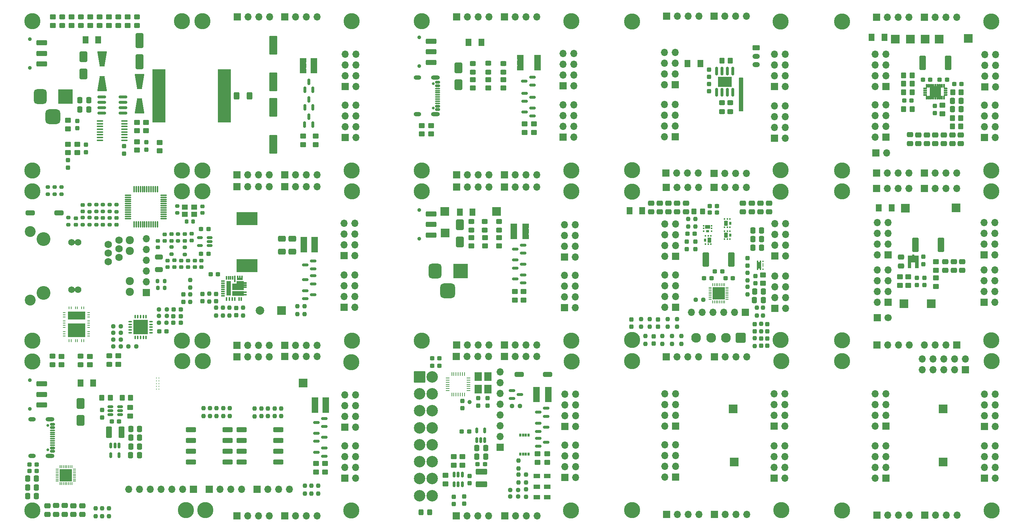
<source format=gbr>
%TF.GenerationSoftware,KiCad,Pcbnew,9.0.2*%
%TF.CreationDate,2025-05-17T12:02:21-04:00*%
%TF.ProjectId,ModularPSU,4d6f6475-6c61-4725-9053-552e6b696361,rev?*%
%TF.SameCoordinates,Original*%
%TF.FileFunction,Soldermask,Top*%
%TF.FilePolarity,Negative*%
%FSLAX46Y46*%
G04 Gerber Fmt 4.6, Leading zero omitted, Abs format (unit mm)*
G04 Created by KiCad (PCBNEW 9.0.2) date 2025-05-17 12:02:21*
%MOMM*%
%LPD*%
G01*
G04 APERTURE LIST*
G04 Aperture macros list*
%AMRoundRect*
0 Rectangle with rounded corners*
0 $1 Rounding radius*
0 $2 $3 $4 $5 $6 $7 $8 $9 X,Y pos of 4 corners*
0 Add a 4 corners polygon primitive as box body*
4,1,4,$2,$3,$4,$5,$6,$7,$8,$9,$2,$3,0*
0 Add four circle primitives for the rounded corners*
1,1,$1+$1,$2,$3*
1,1,$1+$1,$4,$5*
1,1,$1+$1,$6,$7*
1,1,$1+$1,$8,$9*
0 Add four rect primitives between the rounded corners*
20,1,$1+$1,$2,$3,$4,$5,0*
20,1,$1+$1,$4,$5,$6,$7,0*
20,1,$1+$1,$6,$7,$8,$9,0*
20,1,$1+$1,$8,$9,$2,$3,0*%
%AMOutline4P*
0 Free polygon, 4 corners , with rotation*
0 The origin of the aperture is its center*
0 number of corners: always 4*
0 $1 to $8 corner X, Y*
0 $9 Rotation angle, in degrees counterclockwise*
0 create outline with 4 corners*
4,1,4,$1,$2,$3,$4,$5,$6,$7,$8,$1,$2,$9*%
%AMFreePoly0*
4,1,15,1.100000,0.175000,0.750000,0.175000,0.750000,-0.175000,1.100000,-0.175000,1.100000,-0.475000,0.750000,-0.475000,-0.750000,-0.475000,-1.100000,-0.475000,-1.100000,-0.175000,-0.750000,-0.175000,-0.750000,0.175000,-1.100000,0.175000,-1.100000,0.475000,1.100000,0.475000,1.100000,0.175000,1.100000,0.175000,$1*%
G04 Aperture macros list end*
%ADD10C,0.010000*%
%ADD11C,0.000000*%
%ADD12R,1.700000X1.700000*%
%ADD13O,1.700000X1.700000*%
%ADD14RoundRect,0.250001X-0.462499X-0.624999X0.462499X-0.624999X0.462499X0.624999X-0.462499X0.624999X0*%
%ADD15RoundRect,0.225000X-0.250000X0.225000X-0.250000X-0.225000X0.250000X-0.225000X0.250000X0.225000X0*%
%ADD16RoundRect,0.250000X-0.337500X-0.475000X0.337500X-0.475000X0.337500X0.475000X-0.337500X0.475000X0*%
%ADD17C,2.600000*%
%ADD18C,3.800000*%
%ADD19RoundRect,0.250000X-0.475000X0.337500X-0.475000X-0.337500X0.475000X-0.337500X0.475000X0.337500X0*%
%ADD20C,0.900000*%
%ADD21RoundRect,0.250000X-1.000000X0.375000X-1.000000X-0.375000X1.000000X-0.375000X1.000000X0.375000X0*%
%ADD22RoundRect,0.237500X0.237500X-0.250000X0.237500X0.250000X-0.237500X0.250000X-0.237500X-0.250000X0*%
%ADD23R,1.400000X1.200000*%
%ADD24RoundRect,0.237500X0.300000X0.237500X-0.300000X0.237500X-0.300000X-0.237500X0.300000X-0.237500X0*%
%ADD25RoundRect,0.250000X0.337500X0.475000X-0.337500X0.475000X-0.337500X-0.475000X0.337500X-0.475000X0*%
%ADD26R,2.000000X2.000000*%
%ADD27R,3.500000X3.500000*%
%ADD28RoundRect,0.750000X-0.750000X-1.000000X0.750000X-1.000000X0.750000X1.000000X-0.750000X1.000000X0*%
%ADD29RoundRect,0.875000X-0.875000X-0.875000X0.875000X-0.875000X0.875000X0.875000X-0.875000X0.875000X0*%
%ADD30RoundRect,0.200000X0.275000X-0.200000X0.275000X0.200000X-0.275000X0.200000X-0.275000X-0.200000X0*%
%ADD31RoundRect,0.250000X-0.830000X-0.310000X0.830000X-0.310000X0.830000X0.310000X-0.830000X0.310000X0*%
%ADD32RoundRect,0.237500X-0.237500X0.250000X-0.237500X-0.250000X0.237500X-0.250000X0.237500X0.250000X0*%
%ADD33RoundRect,0.150000X-0.825000X-0.150000X0.825000X-0.150000X0.825000X0.150000X-0.825000X0.150000X0*%
%ADD34FreePoly0,90.000000*%
%ADD35RoundRect,0.075000X0.075000X-0.100000X0.075000X0.100000X-0.075000X0.100000X-0.075000X-0.100000X0*%
%ADD36RoundRect,0.058750X0.058750X-0.376250X0.058750X0.376250X-0.058750X0.376250X-0.058750X-0.376250X0*%
%ADD37R,0.400000X0.425000*%
%ADD38R,0.950000X1.150000*%
%ADD39R,0.480000X0.800000*%
%ADD40RoundRect,0.237500X-0.237500X0.300000X-0.237500X-0.300000X0.237500X-0.300000X0.237500X0.300000X0*%
%ADD41RoundRect,0.250000X0.475000X-0.337500X0.475000X0.337500X-0.475000X0.337500X-0.475000X-0.337500X0*%
%ADD42R,1.500000X1.000000*%
%ADD43RoundRect,0.250000X0.700000X-1.950000X0.700000X1.950000X-0.700000X1.950000X-0.700000X-1.950000X0*%
%ADD44RoundRect,0.150000X-0.150000X0.512500X-0.150000X-0.512500X0.150000X-0.512500X0.150000X0.512500X0*%
%ADD45RoundRect,0.250000X0.450000X-0.350000X0.450000X0.350000X-0.450000X0.350000X-0.450000X-0.350000X0*%
%ADD46RoundRect,0.237500X0.237500X-0.300000X0.237500X0.300000X-0.237500X0.300000X-0.237500X-0.300000X0*%
%ADD47RoundRect,0.100000X0.637500X0.100000X-0.637500X0.100000X-0.637500X-0.100000X0.637500X-0.100000X0*%
%ADD48RoundRect,0.225000X0.250000X-0.225000X0.250000X0.225000X-0.250000X0.225000X-0.250000X-0.225000X0*%
%ADD49RoundRect,0.200000X-0.275000X0.200000X-0.275000X-0.200000X0.275000X-0.200000X0.275000X0.200000X0*%
%ADD50RoundRect,0.218750X0.256250X-0.218750X0.256250X0.218750X-0.256250X0.218750X-0.256250X-0.218750X0*%
%ADD51RoundRect,0.102000X-1.250000X1.250000X-1.250000X-1.250000X1.250000X-1.250000X1.250000X1.250000X0*%
%ADD52C,2.704000*%
%ADD53RoundRect,0.237500X-0.300000X-0.237500X0.300000X-0.237500X0.300000X0.237500X-0.300000X0.237500X0*%
%ADD54C,0.650000*%
%ADD55RoundRect,0.150000X-0.425000X0.150000X-0.425000X-0.150000X0.425000X-0.150000X0.425000X0.150000X0*%
%ADD56RoundRect,0.075000X-0.500000X0.075000X-0.500000X-0.075000X0.500000X-0.075000X0.500000X0.075000X0*%
%ADD57O,2.100000X1.000000*%
%ADD58O,1.800000X1.000000*%
%ADD59RoundRect,0.237500X-0.287500X-0.237500X0.287500X-0.237500X0.287500X0.237500X-0.287500X0.237500X0*%
%ADD60RoundRect,0.237500X-0.250000X-0.237500X0.250000X-0.237500X0.250000X0.237500X-0.250000X0.237500X0*%
%ADD61RoundRect,0.250000X0.450000X-0.325000X0.450000X0.325000X-0.450000X0.325000X-0.450000X-0.325000X0*%
%ADD62C,3.251200*%
%ADD63C,1.728000*%
%ADD64C,1.575600*%
%ADD65C,1.918500*%
%ADD66C,2.566200*%
%ADD67RoundRect,0.250000X-0.450000X0.350000X-0.450000X-0.350000X0.450000X-0.350000X0.450000X0.350000X0*%
%ADD68RoundRect,0.150000X-0.587500X-0.150000X0.587500X-0.150000X0.587500X0.150000X-0.587500X0.150000X0*%
%ADD69RoundRect,0.250000X-0.450000X0.325000X-0.450000X-0.325000X0.450000X-0.325000X0.450000X0.325000X0*%
%ADD70RoundRect,0.250000X-0.700000X1.950000X-0.700000X-1.950000X0.700000X-1.950000X0.700000X1.950000X0*%
%ADD71RoundRect,0.250000X-0.650000X1.000000X-0.650000X-1.000000X0.650000X-1.000000X0.650000X1.000000X0*%
%ADD72RoundRect,0.250000X-0.350000X-0.450000X0.350000X-0.450000X0.350000X0.450000X-0.350000X0.450000X0*%
%ADD73R,1.600000X1.000000*%
%ADD74RoundRect,0.150000X0.150000X-0.587500X0.150000X0.587500X-0.150000X0.587500X-0.150000X-0.587500X0*%
%ADD75RoundRect,0.250000X0.350000X0.450000X-0.350000X0.450000X-0.350000X-0.450000X0.350000X-0.450000X0*%
%ADD76R,0.350000X0.950000*%
%ADD77R,0.650000X0.350000*%
%ADD78R,0.650001X0.350000*%
%ADD79R,0.650000X0.350001*%
%ADD80R,0.350000X0.999996*%
%ADD81R,0.350000X0.999990*%
%ADD82R,1.349994X0.499996*%
%ADD83R,0.350000X0.999998*%
%ADD84R,0.350012X1.567002*%
%ADD85R,0.950000X0.350000*%
%ADD86R,1.100000X3.400001*%
%ADD87R,2.700000X1.099998*%
%ADD88R,0.970000X1.520000*%
%ADD89R,1.744998X2.100000*%
%ADD90RoundRect,0.150000X0.587500X0.150000X-0.587500X0.150000X-0.587500X-0.150000X0.587500X-0.150000X0*%
%ADD91C,1.700000*%
%ADD92RoundRect,0.050000X-0.300000X-0.050000X0.300000X-0.050000X0.300000X0.050000X-0.300000X0.050000X0*%
%ADD93RoundRect,0.050000X-0.050000X-0.300000X0.050000X-0.300000X0.050000X0.300000X-0.050000X0.300000X0*%
%ADD94R,2.900000X2.900000*%
%ADD95R,0.425000X0.400000*%
%ADD96R,1.150000X0.950000*%
%ADD97R,0.800000X0.480000*%
%ADD98RoundRect,0.250001X1.074999X-0.462499X1.074999X0.462499X-1.074999X0.462499X-1.074999X-0.462499X0*%
%ADD99RoundRect,0.237500X0.250000X0.237500X-0.250000X0.237500X-0.250000X-0.237500X0.250000X-0.237500X0*%
%ADD100RoundRect,0.062500X0.337500X0.062500X-0.337500X0.062500X-0.337500X-0.062500X0.337500X-0.062500X0*%
%ADD101RoundRect,0.062500X0.062500X0.337500X-0.062500X0.337500X-0.062500X-0.337500X0.062500X-0.337500X0*%
%ADD102Outline4P,-1.800000X-1.150000X1.800000X-0.550000X1.800000X0.550000X-1.800000X1.150000X270.000000*%
%ADD103Outline4P,-1.800000X-1.150000X1.800000X-0.550000X1.800000X0.550000X-1.800000X1.150000X90.000000*%
%ADD104RoundRect,0.250000X0.650000X-1.500000X0.650000X1.500000X-0.650000X1.500000X-0.650000X-1.500000X0*%
%ADD105C,2.000000*%
%ADD106RoundRect,0.249999X-0.512501X-1.425001X0.512501X-1.425001X0.512501X1.425001X-0.512501X1.425001X0*%
%ADD107RoundRect,0.250000X0.650000X-0.412500X0.650000X0.412500X-0.650000X0.412500X-0.650000X-0.412500X0*%
%ADD108RoundRect,0.250001X-0.462499X-1.074999X0.462499X-1.074999X0.462499X1.074999X-0.462499X1.074999X0*%
%ADD109C,1.000000*%
%ADD110RoundRect,0.150000X0.150000X-0.512500X0.150000X0.512500X-0.150000X0.512500X-0.150000X-0.512500X0*%
%ADD111RoundRect,0.250000X-0.625000X0.350000X-0.625000X-0.350000X0.625000X-0.350000X0.625000X0.350000X0*%
%ADD112O,1.750000X1.200000*%
%ADD113RoundRect,0.250000X-0.970000X-0.310000X0.970000X-0.310000X0.970000X0.310000X-0.970000X0.310000X0*%
%ADD114RoundRect,0.150000X0.512500X0.150000X-0.512500X0.150000X-0.512500X-0.150000X0.512500X-0.150000X0*%
%ADD115RoundRect,0.225000X0.225000X0.250000X-0.225000X0.250000X-0.225000X-0.250000X0.225000X-0.250000X0*%
%ADD116RoundRect,0.075000X-0.662500X-0.075000X0.662500X-0.075000X0.662500X0.075000X-0.662500X0.075000X0*%
%ADD117RoundRect,0.075000X-0.075000X-0.662500X0.075000X-0.662500X0.075000X0.662500X-0.075000X0.662500X0*%
%ADD118R,5.000000X3.100000*%
%ADD119RoundRect,0.250000X-0.325000X-0.450000X0.325000X-0.450000X0.325000X0.450000X-0.325000X0.450000X0*%
%ADD120RoundRect,0.200000X-0.200000X-0.275000X0.200000X-0.275000X0.200000X0.275000X-0.200000X0.275000X0*%
%ADD121RoundRect,0.250000X0.830000X0.310000X-0.830000X0.310000X-0.830000X-0.310000X0.830000X-0.310000X0*%
%ADD122R,3.150000X12.500000*%
%ADD123RoundRect,0.150000X-0.150000X0.825000X-0.150000X-0.825000X0.150000X-0.825000X0.150000X0.825000X0*%
%ADD124R,3.300000X2.410000*%
%ADD125RoundRect,0.250000X-0.650000X0.325000X-0.650000X-0.325000X0.650000X-0.325000X0.650000X0.325000X0*%
%ADD126R,0.560000X0.280000*%
%ADD127C,0.280000*%
%ADD128R,0.280000X0.560000*%
%ADD129C,0.600000*%
%ADD130R,4.060000X1.980000*%
%ADD131R,4.060000X3.250000*%
%ADD132C,0.304800*%
%ADD133RoundRect,0.250001X0.899999X0.899999X-0.899999X0.899999X-0.899999X-0.899999X0.899999X-0.899999X0*%
%ADD134C,2.300000*%
%ADD135RoundRect,0.050000X0.050000X-0.300000X0.050000X0.300000X-0.050000X0.300000X-0.050000X-0.300000X0*%
%ADD136RoundRect,0.050000X0.300000X-0.050000X0.300000X0.050000X-0.300000X0.050000X-0.300000X-0.050000X0*%
%ADD137R,1.800000X2.100000*%
%ADD138RoundRect,0.075000X-0.325000X-0.075000X0.325000X-0.075000X0.325000X0.075000X-0.325000X0.075000X0*%
%ADD139RoundRect,0.075000X-0.075000X-0.325000X0.075000X-0.325000X0.075000X0.325000X-0.075000X0.325000X0*%
%ADD140R,3.350000X3.350000*%
%ADD141RoundRect,0.250000X-0.400000X-0.625000X0.400000X-0.625000X0.400000X0.625000X-0.400000X0.625000X0*%
G04 APERTURE END LIST*
%TO.C,JP10*%
G36*
X151550000Y-33665000D02*
G01*
X150050000Y-33665000D01*
X150050000Y-35265000D01*
X151550000Y-35265000D01*
X151550000Y-33665000D01*
G37*
%TO.C,JP7*%
G36*
X100340000Y-34365000D02*
G01*
X98840000Y-34365000D01*
X98840000Y-35965000D01*
X100340000Y-35965000D01*
X100340000Y-34365000D01*
G37*
D10*
%TO.C,U1*%
X242950000Y-81475000D02*
X242050000Y-81475000D01*
X242050000Y-79925000D01*
X242950000Y-79925000D01*
X242950000Y-81475000D01*
G36*
X242950000Y-81475000D02*
G01*
X242050000Y-81475000D01*
X242050000Y-79925000D01*
X242950000Y-79925000D01*
X242950000Y-81475000D01*
G37*
X242750000Y-81950000D02*
X242050000Y-81950000D01*
X242050000Y-81550000D01*
X242750000Y-81550000D01*
X242750000Y-81950000D01*
G36*
X242750000Y-81950000D02*
G01*
X242050000Y-81950000D01*
X242050000Y-81550000D01*
X242750000Y-81550000D01*
X242750000Y-81950000D01*
G37*
X242750000Y-82400000D02*
X242050000Y-82400000D01*
X242050000Y-82000000D01*
X242750000Y-82000000D01*
X242750000Y-82400000D01*
G36*
X242750000Y-82400000D02*
G01*
X242050000Y-82400000D01*
X242050000Y-82000000D01*
X242750000Y-82000000D01*
X242750000Y-82400000D01*
G37*
X242750000Y-82850000D02*
X242050000Y-82850000D01*
X242050000Y-82450000D01*
X242750000Y-82450000D01*
X242750000Y-82850000D01*
G36*
X242750000Y-82850000D02*
G01*
X242050000Y-82850000D01*
X242050000Y-82450000D01*
X242750000Y-82450000D01*
X242750000Y-82850000D01*
G37*
X243450000Y-81475000D02*
X243050000Y-81475000D01*
X243050000Y-79650000D01*
X243450000Y-79650000D01*
X243450000Y-81475000D01*
G36*
X243450000Y-81475000D02*
G01*
X243050000Y-81475000D01*
X243050000Y-79650000D01*
X243450000Y-79650000D01*
X243450000Y-81475000D01*
G37*
X244450000Y-81475000D02*
X243550000Y-81475000D01*
X243550000Y-79925000D01*
X244450000Y-79925000D01*
X244450000Y-81475000D01*
G36*
X244450000Y-81475000D02*
G01*
X243550000Y-81475000D01*
X243550000Y-79925000D01*
X244450000Y-79925000D01*
X244450000Y-81475000D01*
G37*
X244450000Y-81950000D02*
X243750000Y-81950000D01*
X243750000Y-81550000D01*
X244450000Y-81550000D01*
X244450000Y-81950000D01*
G36*
X244450000Y-81950000D02*
G01*
X243750000Y-81950000D01*
X243750000Y-81550000D01*
X244450000Y-81550000D01*
X244450000Y-81950000D01*
G37*
X244450000Y-82400000D02*
X243750000Y-82400000D01*
X243750000Y-82000000D01*
X244450000Y-82000000D01*
X244450000Y-82400000D01*
G36*
X244450000Y-82400000D02*
G01*
X243750000Y-82400000D01*
X243750000Y-82000000D01*
X244450000Y-82000000D01*
X244450000Y-82400000D01*
G37*
X244450000Y-82850000D02*
X243750000Y-82850000D01*
X243750000Y-82450000D01*
X244450000Y-82450000D01*
X244450000Y-82850000D01*
G36*
X244450000Y-82850000D02*
G01*
X243750000Y-82850000D01*
X243750000Y-82450000D01*
X244450000Y-82450000D01*
X244450000Y-82850000D01*
G37*
D11*
%TO.C,U6*%
G36*
X84382502Y-85335001D02*
G01*
X84532501Y-85335001D01*
X84532501Y-84685001D01*
X84882501Y-84685001D01*
X84882501Y-85335001D01*
X85032500Y-85335001D01*
X85032500Y-84685001D01*
X85382500Y-84685001D01*
X85382500Y-85635001D01*
X84032502Y-85635001D01*
X84032502Y-84685001D01*
X84382502Y-84685001D01*
X84382502Y-85335001D01*
G37*
G36*
X85657500Y-88380001D02*
G01*
X86307500Y-88380001D01*
X86307500Y-88730001D01*
X85657500Y-88730001D01*
X85657500Y-89029999D01*
X86307500Y-89029999D01*
X86307500Y-89379999D01*
X85657500Y-89379999D01*
X85657501Y-89430000D01*
X82957501Y-89430000D01*
X82957501Y-88330000D01*
X85657501Y-88330000D01*
X85657500Y-88380001D01*
G37*
G36*
X85657500Y-86250000D02*
G01*
X86307500Y-86250000D01*
X86307500Y-86600000D01*
X85657500Y-86600000D01*
X85657500Y-86749999D01*
X86307500Y-86749999D01*
X86307500Y-87099999D01*
X85657500Y-87099999D01*
X85657500Y-87250000D01*
X86307500Y-87250000D01*
X86307500Y-87600001D01*
X85657500Y-87600001D01*
X85657501Y-88035000D01*
X82957502Y-88035000D01*
X82957502Y-86515000D01*
X83927502Y-86515000D01*
X83927501Y-85935000D01*
X85657501Y-85935000D01*
X85657500Y-86250000D01*
G37*
D10*
%TO.C,U10*%
X246508000Y-39481000D02*
X246514000Y-39481000D01*
X246520000Y-39483000D01*
X246526000Y-39484000D01*
X246532000Y-39486000D01*
X246538000Y-39488000D01*
X246544000Y-39490000D01*
X246549000Y-39493000D01*
X246555000Y-39496000D01*
X246560000Y-39499000D01*
X246566000Y-39503000D01*
X246571000Y-39507000D01*
X246575000Y-39511000D01*
X246580000Y-39515000D01*
X246584000Y-39520000D01*
X246588000Y-39524000D01*
X246592000Y-39529000D01*
X246596000Y-39535000D01*
X246599000Y-39540000D01*
X246602000Y-39546000D01*
X246605000Y-39551000D01*
X246607000Y-39557000D01*
X246609000Y-39563000D01*
X246611000Y-39569000D01*
X246612000Y-39575000D01*
X246614000Y-39581000D01*
X246614000Y-39587000D01*
X246615000Y-39594000D01*
X246615000Y-39600000D01*
X246615000Y-40150000D01*
X246615000Y-40156000D01*
X246614000Y-40163000D01*
X246614000Y-40169000D01*
X246612000Y-40175000D01*
X246611000Y-40181000D01*
X246609000Y-40187000D01*
X246607000Y-40193000D01*
X246605000Y-40199000D01*
X246602000Y-40204000D01*
X246599000Y-40210000D01*
X246596000Y-40215000D01*
X246592000Y-40221000D01*
X246588000Y-40226000D01*
X246584000Y-40230000D01*
X246580000Y-40235000D01*
X246575000Y-40239000D01*
X246571000Y-40243000D01*
X246566000Y-40247000D01*
X246560000Y-40251000D01*
X246555000Y-40254000D01*
X246549000Y-40257000D01*
X246544000Y-40260000D01*
X246538000Y-40262000D01*
X246532000Y-40264000D01*
X246526000Y-40266000D01*
X246520000Y-40267000D01*
X246514000Y-40269000D01*
X246508000Y-40269000D01*
X246501000Y-40270000D01*
X246495000Y-40270000D01*
X246345000Y-40270000D01*
X246339000Y-40270000D01*
X246332000Y-40269000D01*
X246326000Y-40269000D01*
X246320000Y-40267000D01*
X246314000Y-40266000D01*
X246308000Y-40264000D01*
X246302000Y-40262000D01*
X246296000Y-40260000D01*
X246291000Y-40257000D01*
X246285000Y-40254000D01*
X246280000Y-40251000D01*
X246274000Y-40247000D01*
X246269000Y-40243000D01*
X246265000Y-40239000D01*
X246260000Y-40235000D01*
X246256000Y-40230000D01*
X246252000Y-40226000D01*
X246248000Y-40221000D01*
X246244000Y-40215000D01*
X246241000Y-40210000D01*
X246238000Y-40204000D01*
X246235000Y-40199000D01*
X246233000Y-40193000D01*
X246231000Y-40187000D01*
X246229000Y-40181000D01*
X246228000Y-40175000D01*
X246226000Y-40169000D01*
X246226000Y-40163000D01*
X246225000Y-40156000D01*
X246225000Y-40150000D01*
X246225000Y-39600000D01*
X246225000Y-39594000D01*
X246226000Y-39587000D01*
X246226000Y-39581000D01*
X246228000Y-39575000D01*
X246229000Y-39569000D01*
X246231000Y-39563000D01*
X246233000Y-39557000D01*
X246235000Y-39551000D01*
X246238000Y-39546000D01*
X246241000Y-39540000D01*
X246244000Y-39535000D01*
X246248000Y-39529000D01*
X246252000Y-39524000D01*
X246256000Y-39520000D01*
X246260000Y-39515000D01*
X246265000Y-39511000D01*
X246269000Y-39507000D01*
X246274000Y-39503000D01*
X246280000Y-39499000D01*
X246285000Y-39496000D01*
X246291000Y-39493000D01*
X246296000Y-39490000D01*
X246302000Y-39488000D01*
X246308000Y-39486000D01*
X246314000Y-39484000D01*
X246320000Y-39483000D01*
X246326000Y-39481000D01*
X246332000Y-39481000D01*
X246339000Y-39480000D01*
X246345000Y-39480000D01*
X246495000Y-39480000D01*
X246501000Y-39480000D01*
X246508000Y-39481000D01*
G36*
X246508000Y-39481000D02*
G01*
X246514000Y-39481000D01*
X246520000Y-39483000D01*
X246526000Y-39484000D01*
X246532000Y-39486000D01*
X246538000Y-39488000D01*
X246544000Y-39490000D01*
X246549000Y-39493000D01*
X246555000Y-39496000D01*
X246560000Y-39499000D01*
X246566000Y-39503000D01*
X246571000Y-39507000D01*
X246575000Y-39511000D01*
X246580000Y-39515000D01*
X246584000Y-39520000D01*
X246588000Y-39524000D01*
X246592000Y-39529000D01*
X246596000Y-39535000D01*
X246599000Y-39540000D01*
X246602000Y-39546000D01*
X246605000Y-39551000D01*
X246607000Y-39557000D01*
X246609000Y-39563000D01*
X246611000Y-39569000D01*
X246612000Y-39575000D01*
X246614000Y-39581000D01*
X246614000Y-39587000D01*
X246615000Y-39594000D01*
X246615000Y-39600000D01*
X246615000Y-40150000D01*
X246615000Y-40156000D01*
X246614000Y-40163000D01*
X246614000Y-40169000D01*
X246612000Y-40175000D01*
X246611000Y-40181000D01*
X246609000Y-40187000D01*
X246607000Y-40193000D01*
X246605000Y-40199000D01*
X246602000Y-40204000D01*
X246599000Y-40210000D01*
X246596000Y-40215000D01*
X246592000Y-40221000D01*
X246588000Y-40226000D01*
X246584000Y-40230000D01*
X246580000Y-40235000D01*
X246575000Y-40239000D01*
X246571000Y-40243000D01*
X246566000Y-40247000D01*
X246560000Y-40251000D01*
X246555000Y-40254000D01*
X246549000Y-40257000D01*
X246544000Y-40260000D01*
X246538000Y-40262000D01*
X246532000Y-40264000D01*
X246526000Y-40266000D01*
X246520000Y-40267000D01*
X246514000Y-40269000D01*
X246508000Y-40269000D01*
X246501000Y-40270000D01*
X246495000Y-40270000D01*
X246345000Y-40270000D01*
X246339000Y-40270000D01*
X246332000Y-40269000D01*
X246326000Y-40269000D01*
X246320000Y-40267000D01*
X246314000Y-40266000D01*
X246308000Y-40264000D01*
X246302000Y-40262000D01*
X246296000Y-40260000D01*
X246291000Y-40257000D01*
X246285000Y-40254000D01*
X246280000Y-40251000D01*
X246274000Y-40247000D01*
X246269000Y-40243000D01*
X246265000Y-40239000D01*
X246260000Y-40235000D01*
X246256000Y-40230000D01*
X246252000Y-40226000D01*
X246248000Y-40221000D01*
X246244000Y-40215000D01*
X246241000Y-40210000D01*
X246238000Y-40204000D01*
X246235000Y-40199000D01*
X246233000Y-40193000D01*
X246231000Y-40187000D01*
X246229000Y-40181000D01*
X246228000Y-40175000D01*
X246226000Y-40169000D01*
X246226000Y-40163000D01*
X246225000Y-40156000D01*
X246225000Y-40150000D01*
X246225000Y-39600000D01*
X246225000Y-39594000D01*
X246226000Y-39587000D01*
X246226000Y-39581000D01*
X246228000Y-39575000D01*
X246229000Y-39569000D01*
X246231000Y-39563000D01*
X246233000Y-39557000D01*
X246235000Y-39551000D01*
X246238000Y-39546000D01*
X246241000Y-39540000D01*
X246244000Y-39535000D01*
X246248000Y-39529000D01*
X246252000Y-39524000D01*
X246256000Y-39520000D01*
X246260000Y-39515000D01*
X246265000Y-39511000D01*
X246269000Y-39507000D01*
X246274000Y-39503000D01*
X246280000Y-39499000D01*
X246285000Y-39496000D01*
X246291000Y-39493000D01*
X246296000Y-39490000D01*
X246302000Y-39488000D01*
X246308000Y-39486000D01*
X246314000Y-39484000D01*
X246320000Y-39483000D01*
X246326000Y-39481000D01*
X246332000Y-39481000D01*
X246339000Y-39480000D01*
X246345000Y-39480000D01*
X246495000Y-39480000D01*
X246501000Y-39480000D01*
X246508000Y-39481000D01*
G37*
X246508000Y-42231000D02*
X246514000Y-42231000D01*
X246520000Y-42233000D01*
X246526000Y-42234000D01*
X246532000Y-42236000D01*
X246538000Y-42238000D01*
X246544000Y-42240000D01*
X246549000Y-42243000D01*
X246555000Y-42246000D01*
X246560000Y-42249000D01*
X246566000Y-42253000D01*
X246571000Y-42257000D01*
X246575000Y-42261000D01*
X246580000Y-42265000D01*
X246584000Y-42270000D01*
X246588000Y-42274000D01*
X246592000Y-42279000D01*
X246596000Y-42285000D01*
X246599000Y-42290000D01*
X246602000Y-42296000D01*
X246605000Y-42301000D01*
X246607000Y-42307000D01*
X246609000Y-42313000D01*
X246611000Y-42319000D01*
X246612000Y-42325000D01*
X246614000Y-42331000D01*
X246614000Y-42337000D01*
X246615000Y-42344000D01*
X246615000Y-42350000D01*
X246615000Y-42900000D01*
X246615000Y-42906000D01*
X246614000Y-42913000D01*
X246614000Y-42919000D01*
X246612000Y-42925000D01*
X246611000Y-42931000D01*
X246609000Y-42937000D01*
X246607000Y-42943000D01*
X246605000Y-42949000D01*
X246602000Y-42954000D01*
X246599000Y-42960000D01*
X246596000Y-42965000D01*
X246592000Y-42971000D01*
X246588000Y-42976000D01*
X246584000Y-42980000D01*
X246580000Y-42985000D01*
X246575000Y-42989000D01*
X246571000Y-42993000D01*
X246566000Y-42997000D01*
X246560000Y-43001000D01*
X246555000Y-43004000D01*
X246549000Y-43007000D01*
X246544000Y-43010000D01*
X246538000Y-43012000D01*
X246532000Y-43014000D01*
X246526000Y-43016000D01*
X246520000Y-43017000D01*
X246514000Y-43019000D01*
X246508000Y-43019000D01*
X246501000Y-43020000D01*
X246495000Y-43020000D01*
X246345000Y-43020000D01*
X246339000Y-43020000D01*
X246332000Y-43019000D01*
X246326000Y-43019000D01*
X246320000Y-43017000D01*
X246314000Y-43016000D01*
X246308000Y-43014000D01*
X246302000Y-43012000D01*
X246296000Y-43010000D01*
X246291000Y-43007000D01*
X246285000Y-43004000D01*
X246280000Y-43001000D01*
X246274000Y-42997000D01*
X246269000Y-42993000D01*
X246265000Y-42989000D01*
X246260000Y-42985000D01*
X246256000Y-42980000D01*
X246252000Y-42976000D01*
X246248000Y-42971000D01*
X246244000Y-42965000D01*
X246241000Y-42960000D01*
X246238000Y-42954000D01*
X246235000Y-42949000D01*
X246233000Y-42943000D01*
X246231000Y-42937000D01*
X246229000Y-42931000D01*
X246228000Y-42925000D01*
X246226000Y-42919000D01*
X246226000Y-42913000D01*
X246225000Y-42906000D01*
X246225000Y-42900000D01*
X246225000Y-42350000D01*
X246225000Y-42344000D01*
X246226000Y-42337000D01*
X246226000Y-42331000D01*
X246228000Y-42325000D01*
X246229000Y-42319000D01*
X246231000Y-42313000D01*
X246233000Y-42307000D01*
X246235000Y-42301000D01*
X246238000Y-42296000D01*
X246241000Y-42290000D01*
X246244000Y-42285000D01*
X246248000Y-42279000D01*
X246252000Y-42274000D01*
X246256000Y-42270000D01*
X246260000Y-42265000D01*
X246265000Y-42261000D01*
X246269000Y-42257000D01*
X246274000Y-42253000D01*
X246280000Y-42249000D01*
X246285000Y-42246000D01*
X246291000Y-42243000D01*
X246296000Y-42240000D01*
X246302000Y-42238000D01*
X246308000Y-42236000D01*
X246314000Y-42234000D01*
X246320000Y-42233000D01*
X246326000Y-42231000D01*
X246332000Y-42231000D01*
X246339000Y-42230000D01*
X246345000Y-42230000D01*
X246495000Y-42230000D01*
X246501000Y-42230000D01*
X246508000Y-42231000D01*
G36*
X246508000Y-42231000D02*
G01*
X246514000Y-42231000D01*
X246520000Y-42233000D01*
X246526000Y-42234000D01*
X246532000Y-42236000D01*
X246538000Y-42238000D01*
X246544000Y-42240000D01*
X246549000Y-42243000D01*
X246555000Y-42246000D01*
X246560000Y-42249000D01*
X246566000Y-42253000D01*
X246571000Y-42257000D01*
X246575000Y-42261000D01*
X246580000Y-42265000D01*
X246584000Y-42270000D01*
X246588000Y-42274000D01*
X246592000Y-42279000D01*
X246596000Y-42285000D01*
X246599000Y-42290000D01*
X246602000Y-42296000D01*
X246605000Y-42301000D01*
X246607000Y-42307000D01*
X246609000Y-42313000D01*
X246611000Y-42319000D01*
X246612000Y-42325000D01*
X246614000Y-42331000D01*
X246614000Y-42337000D01*
X246615000Y-42344000D01*
X246615000Y-42350000D01*
X246615000Y-42900000D01*
X246615000Y-42906000D01*
X246614000Y-42913000D01*
X246614000Y-42919000D01*
X246612000Y-42925000D01*
X246611000Y-42931000D01*
X246609000Y-42937000D01*
X246607000Y-42943000D01*
X246605000Y-42949000D01*
X246602000Y-42954000D01*
X246599000Y-42960000D01*
X246596000Y-42965000D01*
X246592000Y-42971000D01*
X246588000Y-42976000D01*
X246584000Y-42980000D01*
X246580000Y-42985000D01*
X246575000Y-42989000D01*
X246571000Y-42993000D01*
X246566000Y-42997000D01*
X246560000Y-43001000D01*
X246555000Y-43004000D01*
X246549000Y-43007000D01*
X246544000Y-43010000D01*
X246538000Y-43012000D01*
X246532000Y-43014000D01*
X246526000Y-43016000D01*
X246520000Y-43017000D01*
X246514000Y-43019000D01*
X246508000Y-43019000D01*
X246501000Y-43020000D01*
X246495000Y-43020000D01*
X246345000Y-43020000D01*
X246339000Y-43020000D01*
X246332000Y-43019000D01*
X246326000Y-43019000D01*
X246320000Y-43017000D01*
X246314000Y-43016000D01*
X246308000Y-43014000D01*
X246302000Y-43012000D01*
X246296000Y-43010000D01*
X246291000Y-43007000D01*
X246285000Y-43004000D01*
X246280000Y-43001000D01*
X246274000Y-42997000D01*
X246269000Y-42993000D01*
X246265000Y-42989000D01*
X246260000Y-42985000D01*
X246256000Y-42980000D01*
X246252000Y-42976000D01*
X246248000Y-42971000D01*
X246244000Y-42965000D01*
X246241000Y-42960000D01*
X246238000Y-42954000D01*
X246235000Y-42949000D01*
X246233000Y-42943000D01*
X246231000Y-42937000D01*
X246229000Y-42931000D01*
X246228000Y-42925000D01*
X246226000Y-42919000D01*
X246226000Y-42913000D01*
X246225000Y-42906000D01*
X246225000Y-42900000D01*
X246225000Y-42350000D01*
X246225000Y-42344000D01*
X246226000Y-42337000D01*
X246226000Y-42331000D01*
X246228000Y-42325000D01*
X246229000Y-42319000D01*
X246231000Y-42313000D01*
X246233000Y-42307000D01*
X246235000Y-42301000D01*
X246238000Y-42296000D01*
X246241000Y-42290000D01*
X246244000Y-42285000D01*
X246248000Y-42279000D01*
X246252000Y-42274000D01*
X246256000Y-42270000D01*
X246260000Y-42265000D01*
X246265000Y-42261000D01*
X246269000Y-42257000D01*
X246274000Y-42253000D01*
X246280000Y-42249000D01*
X246285000Y-42246000D01*
X246291000Y-42243000D01*
X246296000Y-42240000D01*
X246302000Y-42238000D01*
X246308000Y-42236000D01*
X246314000Y-42234000D01*
X246320000Y-42233000D01*
X246326000Y-42231000D01*
X246332000Y-42231000D01*
X246339000Y-42230000D01*
X246345000Y-42230000D01*
X246495000Y-42230000D01*
X246501000Y-42230000D01*
X246508000Y-42231000D01*
G37*
X246323000Y-40306000D02*
X246329000Y-40306000D01*
X246335000Y-40308000D01*
X246341000Y-40309000D01*
X246347000Y-40311000D01*
X246353000Y-40313000D01*
X246359000Y-40315000D01*
X246364000Y-40318000D01*
X246370000Y-40321000D01*
X246375000Y-40324000D01*
X246381000Y-40328000D01*
X246386000Y-40332000D01*
X246390000Y-40336000D01*
X246395000Y-40340000D01*
X246399000Y-40345000D01*
X246403000Y-40349000D01*
X246407000Y-40354000D01*
X246411000Y-40360000D01*
X246414000Y-40365000D01*
X246417000Y-40371000D01*
X246420000Y-40376000D01*
X246422000Y-40382000D01*
X246424000Y-40388000D01*
X246426000Y-40394000D01*
X246427000Y-40400000D01*
X246429000Y-40406000D01*
X246429000Y-40412000D01*
X246430000Y-40419000D01*
X246430000Y-40425000D01*
X246430000Y-40575000D01*
X246430000Y-40581000D01*
X246429000Y-40588000D01*
X246429000Y-40594000D01*
X246427000Y-40600000D01*
X246426000Y-40606000D01*
X246424000Y-40612000D01*
X246422000Y-40618000D01*
X246420000Y-40624000D01*
X246417000Y-40629000D01*
X246414000Y-40635000D01*
X246411000Y-40640000D01*
X246407000Y-40646000D01*
X246403000Y-40651000D01*
X246399000Y-40655000D01*
X246395000Y-40660000D01*
X246390000Y-40664000D01*
X246386000Y-40668000D01*
X246381000Y-40672000D01*
X246375000Y-40676000D01*
X246370000Y-40679000D01*
X246364000Y-40682000D01*
X246359000Y-40685000D01*
X246353000Y-40687000D01*
X246347000Y-40689000D01*
X246341000Y-40691000D01*
X246335000Y-40692000D01*
X246329000Y-40694000D01*
X246323000Y-40694000D01*
X246316000Y-40695000D01*
X246310000Y-40695000D01*
X245810000Y-40695000D01*
X245804000Y-40695000D01*
X245797000Y-40694000D01*
X245791000Y-40694000D01*
X245785000Y-40692000D01*
X245779000Y-40691000D01*
X245773000Y-40689000D01*
X245767000Y-40687000D01*
X245761000Y-40685000D01*
X245756000Y-40682000D01*
X245750000Y-40679000D01*
X245745000Y-40676000D01*
X245739000Y-40672000D01*
X245734000Y-40668000D01*
X245730000Y-40664000D01*
X245725000Y-40660000D01*
X245721000Y-40655000D01*
X245717000Y-40651000D01*
X245713000Y-40646000D01*
X245709000Y-40640000D01*
X245706000Y-40635000D01*
X245703000Y-40629000D01*
X245700000Y-40624000D01*
X245698000Y-40618000D01*
X245696000Y-40612000D01*
X245694000Y-40606000D01*
X245693000Y-40600000D01*
X245691000Y-40594000D01*
X245691000Y-40588000D01*
X245690000Y-40581000D01*
X245690000Y-40575000D01*
X245690000Y-40425000D01*
X245690000Y-40419000D01*
X245691000Y-40412000D01*
X245691000Y-40406000D01*
X245693000Y-40400000D01*
X245694000Y-40394000D01*
X245696000Y-40388000D01*
X245698000Y-40382000D01*
X245700000Y-40376000D01*
X245703000Y-40371000D01*
X245706000Y-40365000D01*
X245709000Y-40360000D01*
X245713000Y-40354000D01*
X245717000Y-40349000D01*
X245721000Y-40345000D01*
X245725000Y-40340000D01*
X245730000Y-40336000D01*
X245734000Y-40332000D01*
X245739000Y-40328000D01*
X245745000Y-40324000D01*
X245750000Y-40321000D01*
X245756000Y-40318000D01*
X245761000Y-40315000D01*
X245767000Y-40313000D01*
X245773000Y-40311000D01*
X245779000Y-40309000D01*
X245785000Y-40308000D01*
X245791000Y-40306000D01*
X245797000Y-40306000D01*
X245804000Y-40305000D01*
X245810000Y-40305000D01*
X246310000Y-40305000D01*
X246316000Y-40305000D01*
X246323000Y-40306000D01*
G36*
X246323000Y-40306000D02*
G01*
X246329000Y-40306000D01*
X246335000Y-40308000D01*
X246341000Y-40309000D01*
X246347000Y-40311000D01*
X246353000Y-40313000D01*
X246359000Y-40315000D01*
X246364000Y-40318000D01*
X246370000Y-40321000D01*
X246375000Y-40324000D01*
X246381000Y-40328000D01*
X246386000Y-40332000D01*
X246390000Y-40336000D01*
X246395000Y-40340000D01*
X246399000Y-40345000D01*
X246403000Y-40349000D01*
X246407000Y-40354000D01*
X246411000Y-40360000D01*
X246414000Y-40365000D01*
X246417000Y-40371000D01*
X246420000Y-40376000D01*
X246422000Y-40382000D01*
X246424000Y-40388000D01*
X246426000Y-40394000D01*
X246427000Y-40400000D01*
X246429000Y-40406000D01*
X246429000Y-40412000D01*
X246430000Y-40419000D01*
X246430000Y-40425000D01*
X246430000Y-40575000D01*
X246430000Y-40581000D01*
X246429000Y-40588000D01*
X246429000Y-40594000D01*
X246427000Y-40600000D01*
X246426000Y-40606000D01*
X246424000Y-40612000D01*
X246422000Y-40618000D01*
X246420000Y-40624000D01*
X246417000Y-40629000D01*
X246414000Y-40635000D01*
X246411000Y-40640000D01*
X246407000Y-40646000D01*
X246403000Y-40651000D01*
X246399000Y-40655000D01*
X246395000Y-40660000D01*
X246390000Y-40664000D01*
X246386000Y-40668000D01*
X246381000Y-40672000D01*
X246375000Y-40676000D01*
X246370000Y-40679000D01*
X246364000Y-40682000D01*
X246359000Y-40685000D01*
X246353000Y-40687000D01*
X246347000Y-40689000D01*
X246341000Y-40691000D01*
X246335000Y-40692000D01*
X246329000Y-40694000D01*
X246323000Y-40694000D01*
X246316000Y-40695000D01*
X246310000Y-40695000D01*
X245810000Y-40695000D01*
X245804000Y-40695000D01*
X245797000Y-40694000D01*
X245791000Y-40694000D01*
X245785000Y-40692000D01*
X245779000Y-40691000D01*
X245773000Y-40689000D01*
X245767000Y-40687000D01*
X245761000Y-40685000D01*
X245756000Y-40682000D01*
X245750000Y-40679000D01*
X245745000Y-40676000D01*
X245739000Y-40672000D01*
X245734000Y-40668000D01*
X245730000Y-40664000D01*
X245725000Y-40660000D01*
X245721000Y-40655000D01*
X245717000Y-40651000D01*
X245713000Y-40646000D01*
X245709000Y-40640000D01*
X245706000Y-40635000D01*
X245703000Y-40629000D01*
X245700000Y-40624000D01*
X245698000Y-40618000D01*
X245696000Y-40612000D01*
X245694000Y-40606000D01*
X245693000Y-40600000D01*
X245691000Y-40594000D01*
X245691000Y-40588000D01*
X245690000Y-40581000D01*
X245690000Y-40575000D01*
X245690000Y-40425000D01*
X245690000Y-40419000D01*
X245691000Y-40412000D01*
X245691000Y-40406000D01*
X245693000Y-40400000D01*
X245694000Y-40394000D01*
X245696000Y-40388000D01*
X245698000Y-40382000D01*
X245700000Y-40376000D01*
X245703000Y-40371000D01*
X245706000Y-40365000D01*
X245709000Y-40360000D01*
X245713000Y-40354000D01*
X245717000Y-40349000D01*
X245721000Y-40345000D01*
X245725000Y-40340000D01*
X245730000Y-40336000D01*
X245734000Y-40332000D01*
X245739000Y-40328000D01*
X245745000Y-40324000D01*
X245750000Y-40321000D01*
X245756000Y-40318000D01*
X245761000Y-40315000D01*
X245767000Y-40313000D01*
X245773000Y-40311000D01*
X245779000Y-40309000D01*
X245785000Y-40308000D01*
X245791000Y-40306000D01*
X245797000Y-40306000D01*
X245804000Y-40305000D01*
X245810000Y-40305000D01*
X246310000Y-40305000D01*
X246316000Y-40305000D01*
X246323000Y-40306000D01*
G37*
X246323000Y-40806000D02*
X246329000Y-40806000D01*
X246335000Y-40808000D01*
X246341000Y-40809000D01*
X246347000Y-40811000D01*
X246353000Y-40813000D01*
X246359000Y-40815000D01*
X246364000Y-40818000D01*
X246370000Y-40821000D01*
X246375000Y-40824000D01*
X246381000Y-40828000D01*
X246386000Y-40832000D01*
X246390000Y-40836000D01*
X246395000Y-40840000D01*
X246399000Y-40845000D01*
X246403000Y-40849000D01*
X246407000Y-40854000D01*
X246411000Y-40860000D01*
X246414000Y-40865000D01*
X246417000Y-40871000D01*
X246420000Y-40876000D01*
X246422000Y-40882000D01*
X246424000Y-40888000D01*
X246426000Y-40894000D01*
X246427000Y-40900000D01*
X246429000Y-40906000D01*
X246429000Y-40912000D01*
X246430000Y-40919000D01*
X246430000Y-40925000D01*
X246430000Y-41075000D01*
X246430000Y-41081000D01*
X246429000Y-41088000D01*
X246429000Y-41094000D01*
X246427000Y-41100000D01*
X246426000Y-41106000D01*
X246424000Y-41112000D01*
X246422000Y-41118000D01*
X246420000Y-41124000D01*
X246417000Y-41129000D01*
X246414000Y-41135000D01*
X246411000Y-41140000D01*
X246407000Y-41146000D01*
X246403000Y-41151000D01*
X246399000Y-41155000D01*
X246395000Y-41160000D01*
X246390000Y-41164000D01*
X246386000Y-41168000D01*
X246381000Y-41172000D01*
X246375000Y-41176000D01*
X246370000Y-41179000D01*
X246364000Y-41182000D01*
X246359000Y-41185000D01*
X246353000Y-41187000D01*
X246347000Y-41189000D01*
X246341000Y-41191000D01*
X246335000Y-41192000D01*
X246329000Y-41194000D01*
X246323000Y-41194000D01*
X246316000Y-41195000D01*
X246310000Y-41195000D01*
X245810000Y-41195000D01*
X245804000Y-41195000D01*
X245797000Y-41194000D01*
X245791000Y-41194000D01*
X245785000Y-41192000D01*
X245779000Y-41191000D01*
X245773000Y-41189000D01*
X245767000Y-41187000D01*
X245761000Y-41185000D01*
X245756000Y-41182000D01*
X245750000Y-41179000D01*
X245745000Y-41176000D01*
X245739000Y-41172000D01*
X245734000Y-41168000D01*
X245730000Y-41164000D01*
X245725000Y-41160000D01*
X245721000Y-41155000D01*
X245717000Y-41151000D01*
X245713000Y-41146000D01*
X245709000Y-41140000D01*
X245706000Y-41135000D01*
X245703000Y-41129000D01*
X245700000Y-41124000D01*
X245698000Y-41118000D01*
X245696000Y-41112000D01*
X245694000Y-41106000D01*
X245693000Y-41100000D01*
X245691000Y-41094000D01*
X245691000Y-41088000D01*
X245690000Y-41081000D01*
X245690000Y-41075000D01*
X245690000Y-40925000D01*
X245690000Y-40919000D01*
X245691000Y-40912000D01*
X245691000Y-40906000D01*
X245693000Y-40900000D01*
X245694000Y-40894000D01*
X245696000Y-40888000D01*
X245698000Y-40882000D01*
X245700000Y-40876000D01*
X245703000Y-40871000D01*
X245706000Y-40865000D01*
X245709000Y-40860000D01*
X245713000Y-40854000D01*
X245717000Y-40849000D01*
X245721000Y-40845000D01*
X245725000Y-40840000D01*
X245730000Y-40836000D01*
X245734000Y-40832000D01*
X245739000Y-40828000D01*
X245745000Y-40824000D01*
X245750000Y-40821000D01*
X245756000Y-40818000D01*
X245761000Y-40815000D01*
X245767000Y-40813000D01*
X245773000Y-40811000D01*
X245779000Y-40809000D01*
X245785000Y-40808000D01*
X245791000Y-40806000D01*
X245797000Y-40806000D01*
X245804000Y-40805000D01*
X245810000Y-40805000D01*
X246310000Y-40805000D01*
X246316000Y-40805000D01*
X246323000Y-40806000D01*
G36*
X246323000Y-40806000D02*
G01*
X246329000Y-40806000D01*
X246335000Y-40808000D01*
X246341000Y-40809000D01*
X246347000Y-40811000D01*
X246353000Y-40813000D01*
X246359000Y-40815000D01*
X246364000Y-40818000D01*
X246370000Y-40821000D01*
X246375000Y-40824000D01*
X246381000Y-40828000D01*
X246386000Y-40832000D01*
X246390000Y-40836000D01*
X246395000Y-40840000D01*
X246399000Y-40845000D01*
X246403000Y-40849000D01*
X246407000Y-40854000D01*
X246411000Y-40860000D01*
X246414000Y-40865000D01*
X246417000Y-40871000D01*
X246420000Y-40876000D01*
X246422000Y-40882000D01*
X246424000Y-40888000D01*
X246426000Y-40894000D01*
X246427000Y-40900000D01*
X246429000Y-40906000D01*
X246429000Y-40912000D01*
X246430000Y-40919000D01*
X246430000Y-40925000D01*
X246430000Y-41075000D01*
X246430000Y-41081000D01*
X246429000Y-41088000D01*
X246429000Y-41094000D01*
X246427000Y-41100000D01*
X246426000Y-41106000D01*
X246424000Y-41112000D01*
X246422000Y-41118000D01*
X246420000Y-41124000D01*
X246417000Y-41129000D01*
X246414000Y-41135000D01*
X246411000Y-41140000D01*
X246407000Y-41146000D01*
X246403000Y-41151000D01*
X246399000Y-41155000D01*
X246395000Y-41160000D01*
X246390000Y-41164000D01*
X246386000Y-41168000D01*
X246381000Y-41172000D01*
X246375000Y-41176000D01*
X246370000Y-41179000D01*
X246364000Y-41182000D01*
X246359000Y-41185000D01*
X246353000Y-41187000D01*
X246347000Y-41189000D01*
X246341000Y-41191000D01*
X246335000Y-41192000D01*
X246329000Y-41194000D01*
X246323000Y-41194000D01*
X246316000Y-41195000D01*
X246310000Y-41195000D01*
X245810000Y-41195000D01*
X245804000Y-41195000D01*
X245797000Y-41194000D01*
X245791000Y-41194000D01*
X245785000Y-41192000D01*
X245779000Y-41191000D01*
X245773000Y-41189000D01*
X245767000Y-41187000D01*
X245761000Y-41185000D01*
X245756000Y-41182000D01*
X245750000Y-41179000D01*
X245745000Y-41176000D01*
X245739000Y-41172000D01*
X245734000Y-41168000D01*
X245730000Y-41164000D01*
X245725000Y-41160000D01*
X245721000Y-41155000D01*
X245717000Y-41151000D01*
X245713000Y-41146000D01*
X245709000Y-41140000D01*
X245706000Y-41135000D01*
X245703000Y-41129000D01*
X245700000Y-41124000D01*
X245698000Y-41118000D01*
X245696000Y-41112000D01*
X245694000Y-41106000D01*
X245693000Y-41100000D01*
X245691000Y-41094000D01*
X245691000Y-41088000D01*
X245690000Y-41081000D01*
X245690000Y-41075000D01*
X245690000Y-40925000D01*
X245690000Y-40919000D01*
X245691000Y-40912000D01*
X245691000Y-40906000D01*
X245693000Y-40900000D01*
X245694000Y-40894000D01*
X245696000Y-40888000D01*
X245698000Y-40882000D01*
X245700000Y-40876000D01*
X245703000Y-40871000D01*
X245706000Y-40865000D01*
X245709000Y-40860000D01*
X245713000Y-40854000D01*
X245717000Y-40849000D01*
X245721000Y-40845000D01*
X245725000Y-40840000D01*
X245730000Y-40836000D01*
X245734000Y-40832000D01*
X245739000Y-40828000D01*
X245745000Y-40824000D01*
X245750000Y-40821000D01*
X245756000Y-40818000D01*
X245761000Y-40815000D01*
X245767000Y-40813000D01*
X245773000Y-40811000D01*
X245779000Y-40809000D01*
X245785000Y-40808000D01*
X245791000Y-40806000D01*
X245797000Y-40806000D01*
X245804000Y-40805000D01*
X245810000Y-40805000D01*
X246310000Y-40805000D01*
X246316000Y-40805000D01*
X246323000Y-40806000D01*
G37*
X246323000Y-41306000D02*
X246329000Y-41306000D01*
X246335000Y-41308000D01*
X246341000Y-41309000D01*
X246347000Y-41311000D01*
X246353000Y-41313000D01*
X246359000Y-41315000D01*
X246364000Y-41318000D01*
X246370000Y-41321000D01*
X246375000Y-41324000D01*
X246381000Y-41328000D01*
X246386000Y-41332000D01*
X246390000Y-41336000D01*
X246395000Y-41340000D01*
X246399000Y-41345000D01*
X246403000Y-41349000D01*
X246407000Y-41354000D01*
X246411000Y-41360000D01*
X246414000Y-41365000D01*
X246417000Y-41371000D01*
X246420000Y-41376000D01*
X246422000Y-41382000D01*
X246424000Y-41388000D01*
X246426000Y-41394000D01*
X246427000Y-41400000D01*
X246429000Y-41406000D01*
X246429000Y-41412000D01*
X246430000Y-41419000D01*
X246430000Y-41425000D01*
X246430000Y-41575000D01*
X246430000Y-41581000D01*
X246429000Y-41588000D01*
X246429000Y-41594000D01*
X246427000Y-41600000D01*
X246426000Y-41606000D01*
X246424000Y-41612000D01*
X246422000Y-41618000D01*
X246420000Y-41624000D01*
X246417000Y-41629000D01*
X246414000Y-41635000D01*
X246411000Y-41640000D01*
X246407000Y-41646000D01*
X246403000Y-41651000D01*
X246399000Y-41655000D01*
X246395000Y-41660000D01*
X246390000Y-41664000D01*
X246386000Y-41668000D01*
X246381000Y-41672000D01*
X246375000Y-41676000D01*
X246370000Y-41679000D01*
X246364000Y-41682000D01*
X246359000Y-41685000D01*
X246353000Y-41687000D01*
X246347000Y-41689000D01*
X246341000Y-41691000D01*
X246335000Y-41692000D01*
X246329000Y-41694000D01*
X246323000Y-41694000D01*
X246316000Y-41695000D01*
X246310000Y-41695000D01*
X245810000Y-41695000D01*
X245804000Y-41695000D01*
X245797000Y-41694000D01*
X245791000Y-41694000D01*
X245785000Y-41692000D01*
X245779000Y-41691000D01*
X245773000Y-41689000D01*
X245767000Y-41687000D01*
X245761000Y-41685000D01*
X245756000Y-41682000D01*
X245750000Y-41679000D01*
X245745000Y-41676000D01*
X245739000Y-41672000D01*
X245734000Y-41668000D01*
X245730000Y-41664000D01*
X245725000Y-41660000D01*
X245721000Y-41655000D01*
X245717000Y-41651000D01*
X245713000Y-41646000D01*
X245709000Y-41640000D01*
X245706000Y-41635000D01*
X245703000Y-41629000D01*
X245700000Y-41624000D01*
X245698000Y-41618000D01*
X245696000Y-41612000D01*
X245694000Y-41606000D01*
X245693000Y-41600000D01*
X245691000Y-41594000D01*
X245691000Y-41588000D01*
X245690000Y-41581000D01*
X245690000Y-41575000D01*
X245690000Y-41425000D01*
X245690000Y-41419000D01*
X245691000Y-41412000D01*
X245691000Y-41406000D01*
X245693000Y-41400000D01*
X245694000Y-41394000D01*
X245696000Y-41388000D01*
X245698000Y-41382000D01*
X245700000Y-41376000D01*
X245703000Y-41371000D01*
X245706000Y-41365000D01*
X245709000Y-41360000D01*
X245713000Y-41354000D01*
X245717000Y-41349000D01*
X245721000Y-41345000D01*
X245725000Y-41340000D01*
X245730000Y-41336000D01*
X245734000Y-41332000D01*
X245739000Y-41328000D01*
X245745000Y-41324000D01*
X245750000Y-41321000D01*
X245756000Y-41318000D01*
X245761000Y-41315000D01*
X245767000Y-41313000D01*
X245773000Y-41311000D01*
X245779000Y-41309000D01*
X245785000Y-41308000D01*
X245791000Y-41306000D01*
X245797000Y-41306000D01*
X245804000Y-41305000D01*
X245810000Y-41305000D01*
X246310000Y-41305000D01*
X246316000Y-41305000D01*
X246323000Y-41306000D01*
G36*
X246323000Y-41306000D02*
G01*
X246329000Y-41306000D01*
X246335000Y-41308000D01*
X246341000Y-41309000D01*
X246347000Y-41311000D01*
X246353000Y-41313000D01*
X246359000Y-41315000D01*
X246364000Y-41318000D01*
X246370000Y-41321000D01*
X246375000Y-41324000D01*
X246381000Y-41328000D01*
X246386000Y-41332000D01*
X246390000Y-41336000D01*
X246395000Y-41340000D01*
X246399000Y-41345000D01*
X246403000Y-41349000D01*
X246407000Y-41354000D01*
X246411000Y-41360000D01*
X246414000Y-41365000D01*
X246417000Y-41371000D01*
X246420000Y-41376000D01*
X246422000Y-41382000D01*
X246424000Y-41388000D01*
X246426000Y-41394000D01*
X246427000Y-41400000D01*
X246429000Y-41406000D01*
X246429000Y-41412000D01*
X246430000Y-41419000D01*
X246430000Y-41425000D01*
X246430000Y-41575000D01*
X246430000Y-41581000D01*
X246429000Y-41588000D01*
X246429000Y-41594000D01*
X246427000Y-41600000D01*
X246426000Y-41606000D01*
X246424000Y-41612000D01*
X246422000Y-41618000D01*
X246420000Y-41624000D01*
X246417000Y-41629000D01*
X246414000Y-41635000D01*
X246411000Y-41640000D01*
X246407000Y-41646000D01*
X246403000Y-41651000D01*
X246399000Y-41655000D01*
X246395000Y-41660000D01*
X246390000Y-41664000D01*
X246386000Y-41668000D01*
X246381000Y-41672000D01*
X246375000Y-41676000D01*
X246370000Y-41679000D01*
X246364000Y-41682000D01*
X246359000Y-41685000D01*
X246353000Y-41687000D01*
X246347000Y-41689000D01*
X246341000Y-41691000D01*
X246335000Y-41692000D01*
X246329000Y-41694000D01*
X246323000Y-41694000D01*
X246316000Y-41695000D01*
X246310000Y-41695000D01*
X245810000Y-41695000D01*
X245804000Y-41695000D01*
X245797000Y-41694000D01*
X245791000Y-41694000D01*
X245785000Y-41692000D01*
X245779000Y-41691000D01*
X245773000Y-41689000D01*
X245767000Y-41687000D01*
X245761000Y-41685000D01*
X245756000Y-41682000D01*
X245750000Y-41679000D01*
X245745000Y-41676000D01*
X245739000Y-41672000D01*
X245734000Y-41668000D01*
X245730000Y-41664000D01*
X245725000Y-41660000D01*
X245721000Y-41655000D01*
X245717000Y-41651000D01*
X245713000Y-41646000D01*
X245709000Y-41640000D01*
X245706000Y-41635000D01*
X245703000Y-41629000D01*
X245700000Y-41624000D01*
X245698000Y-41618000D01*
X245696000Y-41612000D01*
X245694000Y-41606000D01*
X245693000Y-41600000D01*
X245691000Y-41594000D01*
X245691000Y-41588000D01*
X245690000Y-41581000D01*
X245690000Y-41575000D01*
X245690000Y-41425000D01*
X245690000Y-41419000D01*
X245691000Y-41412000D01*
X245691000Y-41406000D01*
X245693000Y-41400000D01*
X245694000Y-41394000D01*
X245696000Y-41388000D01*
X245698000Y-41382000D01*
X245700000Y-41376000D01*
X245703000Y-41371000D01*
X245706000Y-41365000D01*
X245709000Y-41360000D01*
X245713000Y-41354000D01*
X245717000Y-41349000D01*
X245721000Y-41345000D01*
X245725000Y-41340000D01*
X245730000Y-41336000D01*
X245734000Y-41332000D01*
X245739000Y-41328000D01*
X245745000Y-41324000D01*
X245750000Y-41321000D01*
X245756000Y-41318000D01*
X245761000Y-41315000D01*
X245767000Y-41313000D01*
X245773000Y-41311000D01*
X245779000Y-41309000D01*
X245785000Y-41308000D01*
X245791000Y-41306000D01*
X245797000Y-41306000D01*
X245804000Y-41305000D01*
X245810000Y-41305000D01*
X246310000Y-41305000D01*
X246316000Y-41305000D01*
X246323000Y-41306000D01*
G37*
X246323000Y-41806000D02*
X246329000Y-41806000D01*
X246335000Y-41808000D01*
X246341000Y-41809000D01*
X246347000Y-41811000D01*
X246353000Y-41813000D01*
X246359000Y-41815000D01*
X246364000Y-41818000D01*
X246370000Y-41821000D01*
X246375000Y-41824000D01*
X246381000Y-41828000D01*
X246386000Y-41832000D01*
X246390000Y-41836000D01*
X246395000Y-41840000D01*
X246399000Y-41845000D01*
X246403000Y-41849000D01*
X246407000Y-41854000D01*
X246411000Y-41860000D01*
X246414000Y-41865000D01*
X246417000Y-41871000D01*
X246420000Y-41876000D01*
X246422000Y-41882000D01*
X246424000Y-41888000D01*
X246426000Y-41894000D01*
X246427000Y-41900000D01*
X246429000Y-41906000D01*
X246429000Y-41912000D01*
X246430000Y-41919000D01*
X246430000Y-41925000D01*
X246430000Y-42075000D01*
X246430000Y-42081000D01*
X246429000Y-42088000D01*
X246429000Y-42094000D01*
X246427000Y-42100000D01*
X246426000Y-42106000D01*
X246424000Y-42112000D01*
X246422000Y-42118000D01*
X246420000Y-42124000D01*
X246417000Y-42129000D01*
X246414000Y-42135000D01*
X246411000Y-42140000D01*
X246407000Y-42146000D01*
X246403000Y-42151000D01*
X246399000Y-42155000D01*
X246395000Y-42160000D01*
X246390000Y-42164000D01*
X246386000Y-42168000D01*
X246381000Y-42172000D01*
X246375000Y-42176000D01*
X246370000Y-42179000D01*
X246364000Y-42182000D01*
X246359000Y-42185000D01*
X246353000Y-42187000D01*
X246347000Y-42189000D01*
X246341000Y-42191000D01*
X246335000Y-42192000D01*
X246329000Y-42194000D01*
X246323000Y-42194000D01*
X246316000Y-42195000D01*
X246310000Y-42195000D01*
X245810000Y-42195000D01*
X245804000Y-42195000D01*
X245797000Y-42194000D01*
X245791000Y-42194000D01*
X245785000Y-42192000D01*
X245779000Y-42191000D01*
X245773000Y-42189000D01*
X245767000Y-42187000D01*
X245761000Y-42185000D01*
X245756000Y-42182000D01*
X245750000Y-42179000D01*
X245745000Y-42176000D01*
X245739000Y-42172000D01*
X245734000Y-42168000D01*
X245730000Y-42164000D01*
X245725000Y-42160000D01*
X245721000Y-42155000D01*
X245717000Y-42151000D01*
X245713000Y-42146000D01*
X245709000Y-42140000D01*
X245706000Y-42135000D01*
X245703000Y-42129000D01*
X245700000Y-42124000D01*
X245698000Y-42118000D01*
X245696000Y-42112000D01*
X245694000Y-42106000D01*
X245693000Y-42100000D01*
X245691000Y-42094000D01*
X245691000Y-42088000D01*
X245690000Y-42081000D01*
X245690000Y-42075000D01*
X245690000Y-41925000D01*
X245690000Y-41919000D01*
X245691000Y-41912000D01*
X245691000Y-41906000D01*
X245693000Y-41900000D01*
X245694000Y-41894000D01*
X245696000Y-41888000D01*
X245698000Y-41882000D01*
X245700000Y-41876000D01*
X245703000Y-41871000D01*
X245706000Y-41865000D01*
X245709000Y-41860000D01*
X245713000Y-41854000D01*
X245717000Y-41849000D01*
X245721000Y-41845000D01*
X245725000Y-41840000D01*
X245730000Y-41836000D01*
X245734000Y-41832000D01*
X245739000Y-41828000D01*
X245745000Y-41824000D01*
X245750000Y-41821000D01*
X245756000Y-41818000D01*
X245761000Y-41815000D01*
X245767000Y-41813000D01*
X245773000Y-41811000D01*
X245779000Y-41809000D01*
X245785000Y-41808000D01*
X245791000Y-41806000D01*
X245797000Y-41806000D01*
X245804000Y-41805000D01*
X245810000Y-41805000D01*
X246310000Y-41805000D01*
X246316000Y-41805000D01*
X246323000Y-41806000D01*
G36*
X246323000Y-41806000D02*
G01*
X246329000Y-41806000D01*
X246335000Y-41808000D01*
X246341000Y-41809000D01*
X246347000Y-41811000D01*
X246353000Y-41813000D01*
X246359000Y-41815000D01*
X246364000Y-41818000D01*
X246370000Y-41821000D01*
X246375000Y-41824000D01*
X246381000Y-41828000D01*
X246386000Y-41832000D01*
X246390000Y-41836000D01*
X246395000Y-41840000D01*
X246399000Y-41845000D01*
X246403000Y-41849000D01*
X246407000Y-41854000D01*
X246411000Y-41860000D01*
X246414000Y-41865000D01*
X246417000Y-41871000D01*
X246420000Y-41876000D01*
X246422000Y-41882000D01*
X246424000Y-41888000D01*
X246426000Y-41894000D01*
X246427000Y-41900000D01*
X246429000Y-41906000D01*
X246429000Y-41912000D01*
X246430000Y-41919000D01*
X246430000Y-41925000D01*
X246430000Y-42075000D01*
X246430000Y-42081000D01*
X246429000Y-42088000D01*
X246429000Y-42094000D01*
X246427000Y-42100000D01*
X246426000Y-42106000D01*
X246424000Y-42112000D01*
X246422000Y-42118000D01*
X246420000Y-42124000D01*
X246417000Y-42129000D01*
X246414000Y-42135000D01*
X246411000Y-42140000D01*
X246407000Y-42146000D01*
X246403000Y-42151000D01*
X246399000Y-42155000D01*
X246395000Y-42160000D01*
X246390000Y-42164000D01*
X246386000Y-42168000D01*
X246381000Y-42172000D01*
X246375000Y-42176000D01*
X246370000Y-42179000D01*
X246364000Y-42182000D01*
X246359000Y-42185000D01*
X246353000Y-42187000D01*
X246347000Y-42189000D01*
X246341000Y-42191000D01*
X246335000Y-42192000D01*
X246329000Y-42194000D01*
X246323000Y-42194000D01*
X246316000Y-42195000D01*
X246310000Y-42195000D01*
X245810000Y-42195000D01*
X245804000Y-42195000D01*
X245797000Y-42194000D01*
X245791000Y-42194000D01*
X245785000Y-42192000D01*
X245779000Y-42191000D01*
X245773000Y-42189000D01*
X245767000Y-42187000D01*
X245761000Y-42185000D01*
X245756000Y-42182000D01*
X245750000Y-42179000D01*
X245745000Y-42176000D01*
X245739000Y-42172000D01*
X245734000Y-42168000D01*
X245730000Y-42164000D01*
X245725000Y-42160000D01*
X245721000Y-42155000D01*
X245717000Y-42151000D01*
X245713000Y-42146000D01*
X245709000Y-42140000D01*
X245706000Y-42135000D01*
X245703000Y-42129000D01*
X245700000Y-42124000D01*
X245698000Y-42118000D01*
X245696000Y-42112000D01*
X245694000Y-42106000D01*
X245693000Y-42100000D01*
X245691000Y-42094000D01*
X245691000Y-42088000D01*
X245690000Y-42081000D01*
X245690000Y-42075000D01*
X245690000Y-41925000D01*
X245690000Y-41919000D01*
X245691000Y-41912000D01*
X245691000Y-41906000D01*
X245693000Y-41900000D01*
X245694000Y-41894000D01*
X245696000Y-41888000D01*
X245698000Y-41882000D01*
X245700000Y-41876000D01*
X245703000Y-41871000D01*
X245706000Y-41865000D01*
X245709000Y-41860000D01*
X245713000Y-41854000D01*
X245717000Y-41849000D01*
X245721000Y-41845000D01*
X245725000Y-41840000D01*
X245730000Y-41836000D01*
X245734000Y-41832000D01*
X245739000Y-41828000D01*
X245745000Y-41824000D01*
X245750000Y-41821000D01*
X245756000Y-41818000D01*
X245761000Y-41815000D01*
X245767000Y-41813000D01*
X245773000Y-41811000D01*
X245779000Y-41809000D01*
X245785000Y-41808000D01*
X245791000Y-41806000D01*
X245797000Y-41806000D01*
X245804000Y-41805000D01*
X245810000Y-41805000D01*
X246310000Y-41805000D01*
X246316000Y-41805000D01*
X246323000Y-41806000D01*
G37*
X247008000Y-39481000D02*
X247014000Y-39481000D01*
X247020000Y-39483000D01*
X247026000Y-39484000D01*
X247032000Y-39486000D01*
X247038000Y-39488000D01*
X247044000Y-39490000D01*
X247049000Y-39493000D01*
X247055000Y-39496000D01*
X247060000Y-39499000D01*
X247066000Y-39503000D01*
X247071000Y-39507000D01*
X247075000Y-39511000D01*
X247080000Y-39515000D01*
X247084000Y-39520000D01*
X247088000Y-39524000D01*
X247092000Y-39529000D01*
X247096000Y-39535000D01*
X247099000Y-39540000D01*
X247102000Y-39546000D01*
X247105000Y-39551000D01*
X247107000Y-39557000D01*
X247109000Y-39563000D01*
X247111000Y-39569000D01*
X247112000Y-39575000D01*
X247114000Y-39581000D01*
X247114000Y-39587000D01*
X247115000Y-39594000D01*
X247115000Y-39600000D01*
X247115000Y-40100000D01*
X247115000Y-40106000D01*
X247114000Y-40113000D01*
X247114000Y-40119000D01*
X247112000Y-40125000D01*
X247111000Y-40131000D01*
X247109000Y-40137000D01*
X247107000Y-40143000D01*
X247105000Y-40149000D01*
X247102000Y-40154000D01*
X247099000Y-40160000D01*
X247096000Y-40165000D01*
X247092000Y-40171000D01*
X247088000Y-40176000D01*
X247084000Y-40180000D01*
X247080000Y-40185000D01*
X247075000Y-40189000D01*
X247071000Y-40193000D01*
X247066000Y-40197000D01*
X247060000Y-40201000D01*
X247055000Y-40204000D01*
X247049000Y-40207000D01*
X247044000Y-40210000D01*
X247038000Y-40212000D01*
X247032000Y-40214000D01*
X247026000Y-40216000D01*
X247020000Y-40217000D01*
X247014000Y-40219000D01*
X247008000Y-40219000D01*
X247001000Y-40220000D01*
X246995000Y-40220000D01*
X246845000Y-40220000D01*
X246839000Y-40220000D01*
X246832000Y-40219000D01*
X246826000Y-40219000D01*
X246820000Y-40217000D01*
X246814000Y-40216000D01*
X246808000Y-40214000D01*
X246802000Y-40212000D01*
X246796000Y-40210000D01*
X246791000Y-40207000D01*
X246785000Y-40204000D01*
X246780000Y-40201000D01*
X246774000Y-40197000D01*
X246769000Y-40193000D01*
X246765000Y-40189000D01*
X246760000Y-40185000D01*
X246756000Y-40180000D01*
X246752000Y-40176000D01*
X246748000Y-40171000D01*
X246744000Y-40165000D01*
X246741000Y-40160000D01*
X246738000Y-40154000D01*
X246735000Y-40149000D01*
X246733000Y-40143000D01*
X246731000Y-40137000D01*
X246729000Y-40131000D01*
X246728000Y-40125000D01*
X246726000Y-40119000D01*
X246726000Y-40113000D01*
X246725000Y-40106000D01*
X246725000Y-40100000D01*
X246725000Y-39600000D01*
X246725000Y-39594000D01*
X246726000Y-39587000D01*
X246726000Y-39581000D01*
X246728000Y-39575000D01*
X246729000Y-39569000D01*
X246731000Y-39563000D01*
X246733000Y-39557000D01*
X246735000Y-39551000D01*
X246738000Y-39546000D01*
X246741000Y-39540000D01*
X246744000Y-39535000D01*
X246748000Y-39529000D01*
X246752000Y-39524000D01*
X246756000Y-39520000D01*
X246760000Y-39515000D01*
X246765000Y-39511000D01*
X246769000Y-39507000D01*
X246774000Y-39503000D01*
X246780000Y-39499000D01*
X246785000Y-39496000D01*
X246791000Y-39493000D01*
X246796000Y-39490000D01*
X246802000Y-39488000D01*
X246808000Y-39486000D01*
X246814000Y-39484000D01*
X246820000Y-39483000D01*
X246826000Y-39481000D01*
X246832000Y-39481000D01*
X246839000Y-39480000D01*
X246845000Y-39480000D01*
X246995000Y-39480000D01*
X247001000Y-39480000D01*
X247008000Y-39481000D01*
G36*
X247008000Y-39481000D02*
G01*
X247014000Y-39481000D01*
X247020000Y-39483000D01*
X247026000Y-39484000D01*
X247032000Y-39486000D01*
X247038000Y-39488000D01*
X247044000Y-39490000D01*
X247049000Y-39493000D01*
X247055000Y-39496000D01*
X247060000Y-39499000D01*
X247066000Y-39503000D01*
X247071000Y-39507000D01*
X247075000Y-39511000D01*
X247080000Y-39515000D01*
X247084000Y-39520000D01*
X247088000Y-39524000D01*
X247092000Y-39529000D01*
X247096000Y-39535000D01*
X247099000Y-39540000D01*
X247102000Y-39546000D01*
X247105000Y-39551000D01*
X247107000Y-39557000D01*
X247109000Y-39563000D01*
X247111000Y-39569000D01*
X247112000Y-39575000D01*
X247114000Y-39581000D01*
X247114000Y-39587000D01*
X247115000Y-39594000D01*
X247115000Y-39600000D01*
X247115000Y-40100000D01*
X247115000Y-40106000D01*
X247114000Y-40113000D01*
X247114000Y-40119000D01*
X247112000Y-40125000D01*
X247111000Y-40131000D01*
X247109000Y-40137000D01*
X247107000Y-40143000D01*
X247105000Y-40149000D01*
X247102000Y-40154000D01*
X247099000Y-40160000D01*
X247096000Y-40165000D01*
X247092000Y-40171000D01*
X247088000Y-40176000D01*
X247084000Y-40180000D01*
X247080000Y-40185000D01*
X247075000Y-40189000D01*
X247071000Y-40193000D01*
X247066000Y-40197000D01*
X247060000Y-40201000D01*
X247055000Y-40204000D01*
X247049000Y-40207000D01*
X247044000Y-40210000D01*
X247038000Y-40212000D01*
X247032000Y-40214000D01*
X247026000Y-40216000D01*
X247020000Y-40217000D01*
X247014000Y-40219000D01*
X247008000Y-40219000D01*
X247001000Y-40220000D01*
X246995000Y-40220000D01*
X246845000Y-40220000D01*
X246839000Y-40220000D01*
X246832000Y-40219000D01*
X246826000Y-40219000D01*
X246820000Y-40217000D01*
X246814000Y-40216000D01*
X246808000Y-40214000D01*
X246802000Y-40212000D01*
X246796000Y-40210000D01*
X246791000Y-40207000D01*
X246785000Y-40204000D01*
X246780000Y-40201000D01*
X246774000Y-40197000D01*
X246769000Y-40193000D01*
X246765000Y-40189000D01*
X246760000Y-40185000D01*
X246756000Y-40180000D01*
X246752000Y-40176000D01*
X246748000Y-40171000D01*
X246744000Y-40165000D01*
X246741000Y-40160000D01*
X246738000Y-40154000D01*
X246735000Y-40149000D01*
X246733000Y-40143000D01*
X246731000Y-40137000D01*
X246729000Y-40131000D01*
X246728000Y-40125000D01*
X246726000Y-40119000D01*
X246726000Y-40113000D01*
X246725000Y-40106000D01*
X246725000Y-40100000D01*
X246725000Y-39600000D01*
X246725000Y-39594000D01*
X246726000Y-39587000D01*
X246726000Y-39581000D01*
X246728000Y-39575000D01*
X246729000Y-39569000D01*
X246731000Y-39563000D01*
X246733000Y-39557000D01*
X246735000Y-39551000D01*
X246738000Y-39546000D01*
X246741000Y-39540000D01*
X246744000Y-39535000D01*
X246748000Y-39529000D01*
X246752000Y-39524000D01*
X246756000Y-39520000D01*
X246760000Y-39515000D01*
X246765000Y-39511000D01*
X246769000Y-39507000D01*
X246774000Y-39503000D01*
X246780000Y-39499000D01*
X246785000Y-39496000D01*
X246791000Y-39493000D01*
X246796000Y-39490000D01*
X246802000Y-39488000D01*
X246808000Y-39486000D01*
X246814000Y-39484000D01*
X246820000Y-39483000D01*
X246826000Y-39481000D01*
X246832000Y-39481000D01*
X246839000Y-39480000D01*
X246845000Y-39480000D01*
X246995000Y-39480000D01*
X247001000Y-39480000D01*
X247008000Y-39481000D01*
G37*
X247008000Y-42281000D02*
X247014000Y-42281000D01*
X247020000Y-42283000D01*
X247026000Y-42284000D01*
X247032000Y-42286000D01*
X247038000Y-42288000D01*
X247044000Y-42290000D01*
X247049000Y-42293000D01*
X247055000Y-42296000D01*
X247060000Y-42299000D01*
X247066000Y-42303000D01*
X247071000Y-42307000D01*
X247075000Y-42311000D01*
X247080000Y-42315000D01*
X247084000Y-42320000D01*
X247088000Y-42324000D01*
X247092000Y-42329000D01*
X247096000Y-42335000D01*
X247099000Y-42340000D01*
X247102000Y-42346000D01*
X247105000Y-42351000D01*
X247107000Y-42357000D01*
X247109000Y-42363000D01*
X247111000Y-42369000D01*
X247112000Y-42375000D01*
X247114000Y-42381000D01*
X247114000Y-42387000D01*
X247115000Y-42394000D01*
X247115000Y-42400000D01*
X247115000Y-42900000D01*
X247115000Y-42906000D01*
X247114000Y-42913000D01*
X247114000Y-42919000D01*
X247112000Y-42925000D01*
X247111000Y-42931000D01*
X247109000Y-42937000D01*
X247107000Y-42943000D01*
X247105000Y-42949000D01*
X247102000Y-42954000D01*
X247099000Y-42960000D01*
X247096000Y-42965000D01*
X247092000Y-42971000D01*
X247088000Y-42976000D01*
X247084000Y-42980000D01*
X247080000Y-42985000D01*
X247075000Y-42989000D01*
X247071000Y-42993000D01*
X247066000Y-42997000D01*
X247060000Y-43001000D01*
X247055000Y-43004000D01*
X247049000Y-43007000D01*
X247044000Y-43010000D01*
X247038000Y-43012000D01*
X247032000Y-43014000D01*
X247026000Y-43016000D01*
X247020000Y-43017000D01*
X247014000Y-43019000D01*
X247008000Y-43019000D01*
X247001000Y-43020000D01*
X246995000Y-43020000D01*
X246845000Y-43020000D01*
X246839000Y-43020000D01*
X246832000Y-43019000D01*
X246826000Y-43019000D01*
X246820000Y-43017000D01*
X246814000Y-43016000D01*
X246808000Y-43014000D01*
X246802000Y-43012000D01*
X246796000Y-43010000D01*
X246791000Y-43007000D01*
X246785000Y-43004000D01*
X246780000Y-43001000D01*
X246774000Y-42997000D01*
X246769000Y-42993000D01*
X246765000Y-42989000D01*
X246760000Y-42985000D01*
X246756000Y-42980000D01*
X246752000Y-42976000D01*
X246748000Y-42971000D01*
X246744000Y-42965000D01*
X246741000Y-42960000D01*
X246738000Y-42954000D01*
X246735000Y-42949000D01*
X246733000Y-42943000D01*
X246731000Y-42937000D01*
X246729000Y-42931000D01*
X246728000Y-42925000D01*
X246726000Y-42919000D01*
X246726000Y-42913000D01*
X246725000Y-42906000D01*
X246725000Y-42900000D01*
X246725000Y-42400000D01*
X246725000Y-42394000D01*
X246726000Y-42387000D01*
X246726000Y-42381000D01*
X246728000Y-42375000D01*
X246729000Y-42369000D01*
X246731000Y-42363000D01*
X246733000Y-42357000D01*
X246735000Y-42351000D01*
X246738000Y-42346000D01*
X246741000Y-42340000D01*
X246744000Y-42335000D01*
X246748000Y-42329000D01*
X246752000Y-42324000D01*
X246756000Y-42320000D01*
X246760000Y-42315000D01*
X246765000Y-42311000D01*
X246769000Y-42307000D01*
X246774000Y-42303000D01*
X246780000Y-42299000D01*
X246785000Y-42296000D01*
X246791000Y-42293000D01*
X246796000Y-42290000D01*
X246802000Y-42288000D01*
X246808000Y-42286000D01*
X246814000Y-42284000D01*
X246820000Y-42283000D01*
X246826000Y-42281000D01*
X246832000Y-42281000D01*
X246839000Y-42280000D01*
X246845000Y-42280000D01*
X246995000Y-42280000D01*
X247001000Y-42280000D01*
X247008000Y-42281000D01*
G36*
X247008000Y-42281000D02*
G01*
X247014000Y-42281000D01*
X247020000Y-42283000D01*
X247026000Y-42284000D01*
X247032000Y-42286000D01*
X247038000Y-42288000D01*
X247044000Y-42290000D01*
X247049000Y-42293000D01*
X247055000Y-42296000D01*
X247060000Y-42299000D01*
X247066000Y-42303000D01*
X247071000Y-42307000D01*
X247075000Y-42311000D01*
X247080000Y-42315000D01*
X247084000Y-42320000D01*
X247088000Y-42324000D01*
X247092000Y-42329000D01*
X247096000Y-42335000D01*
X247099000Y-42340000D01*
X247102000Y-42346000D01*
X247105000Y-42351000D01*
X247107000Y-42357000D01*
X247109000Y-42363000D01*
X247111000Y-42369000D01*
X247112000Y-42375000D01*
X247114000Y-42381000D01*
X247114000Y-42387000D01*
X247115000Y-42394000D01*
X247115000Y-42400000D01*
X247115000Y-42900000D01*
X247115000Y-42906000D01*
X247114000Y-42913000D01*
X247114000Y-42919000D01*
X247112000Y-42925000D01*
X247111000Y-42931000D01*
X247109000Y-42937000D01*
X247107000Y-42943000D01*
X247105000Y-42949000D01*
X247102000Y-42954000D01*
X247099000Y-42960000D01*
X247096000Y-42965000D01*
X247092000Y-42971000D01*
X247088000Y-42976000D01*
X247084000Y-42980000D01*
X247080000Y-42985000D01*
X247075000Y-42989000D01*
X247071000Y-42993000D01*
X247066000Y-42997000D01*
X247060000Y-43001000D01*
X247055000Y-43004000D01*
X247049000Y-43007000D01*
X247044000Y-43010000D01*
X247038000Y-43012000D01*
X247032000Y-43014000D01*
X247026000Y-43016000D01*
X247020000Y-43017000D01*
X247014000Y-43019000D01*
X247008000Y-43019000D01*
X247001000Y-43020000D01*
X246995000Y-43020000D01*
X246845000Y-43020000D01*
X246839000Y-43020000D01*
X246832000Y-43019000D01*
X246826000Y-43019000D01*
X246820000Y-43017000D01*
X246814000Y-43016000D01*
X246808000Y-43014000D01*
X246802000Y-43012000D01*
X246796000Y-43010000D01*
X246791000Y-43007000D01*
X246785000Y-43004000D01*
X246780000Y-43001000D01*
X246774000Y-42997000D01*
X246769000Y-42993000D01*
X246765000Y-42989000D01*
X246760000Y-42985000D01*
X246756000Y-42980000D01*
X246752000Y-42976000D01*
X246748000Y-42971000D01*
X246744000Y-42965000D01*
X246741000Y-42960000D01*
X246738000Y-42954000D01*
X246735000Y-42949000D01*
X246733000Y-42943000D01*
X246731000Y-42937000D01*
X246729000Y-42931000D01*
X246728000Y-42925000D01*
X246726000Y-42919000D01*
X246726000Y-42913000D01*
X246725000Y-42906000D01*
X246725000Y-42900000D01*
X246725000Y-42400000D01*
X246725000Y-42394000D01*
X246726000Y-42387000D01*
X246726000Y-42381000D01*
X246728000Y-42375000D01*
X246729000Y-42369000D01*
X246731000Y-42363000D01*
X246733000Y-42357000D01*
X246735000Y-42351000D01*
X246738000Y-42346000D01*
X246741000Y-42340000D01*
X246744000Y-42335000D01*
X246748000Y-42329000D01*
X246752000Y-42324000D01*
X246756000Y-42320000D01*
X246760000Y-42315000D01*
X246765000Y-42311000D01*
X246769000Y-42307000D01*
X246774000Y-42303000D01*
X246780000Y-42299000D01*
X246785000Y-42296000D01*
X246791000Y-42293000D01*
X246796000Y-42290000D01*
X246802000Y-42288000D01*
X246808000Y-42286000D01*
X246814000Y-42284000D01*
X246820000Y-42283000D01*
X246826000Y-42281000D01*
X246832000Y-42281000D01*
X246839000Y-42280000D01*
X246845000Y-42280000D01*
X246995000Y-42280000D01*
X247001000Y-42280000D01*
X247008000Y-42281000D01*
G37*
X247508000Y-39481000D02*
X247514000Y-39481000D01*
X247520000Y-39483000D01*
X247526000Y-39484000D01*
X247532000Y-39486000D01*
X247538000Y-39488000D01*
X247544000Y-39490000D01*
X247549000Y-39493000D01*
X247555000Y-39496000D01*
X247560000Y-39499000D01*
X247566000Y-39503000D01*
X247571000Y-39507000D01*
X247575000Y-39511000D01*
X247580000Y-39515000D01*
X247584000Y-39520000D01*
X247588000Y-39524000D01*
X247592000Y-39529000D01*
X247596000Y-39535000D01*
X247599000Y-39540000D01*
X247602000Y-39546000D01*
X247605000Y-39551000D01*
X247607000Y-39557000D01*
X247609000Y-39563000D01*
X247611000Y-39569000D01*
X247612000Y-39575000D01*
X247614000Y-39581000D01*
X247614000Y-39587000D01*
X247615000Y-39594000D01*
X247615000Y-39600000D01*
X247615000Y-42900000D01*
X247615000Y-42906000D01*
X247614000Y-42913000D01*
X247614000Y-42919000D01*
X247612000Y-42925000D01*
X247611000Y-42931000D01*
X247609000Y-42937000D01*
X247607000Y-42943000D01*
X247605000Y-42949000D01*
X247602000Y-42954000D01*
X247599000Y-42960000D01*
X247596000Y-42965000D01*
X247592000Y-42971000D01*
X247588000Y-42976000D01*
X247584000Y-42980000D01*
X247580000Y-42985000D01*
X247575000Y-42989000D01*
X247571000Y-42993000D01*
X247566000Y-42997000D01*
X247560000Y-43001000D01*
X247555000Y-43004000D01*
X247549000Y-43007000D01*
X247544000Y-43010000D01*
X247538000Y-43012000D01*
X247532000Y-43014000D01*
X247526000Y-43016000D01*
X247520000Y-43017000D01*
X247514000Y-43019000D01*
X247508000Y-43019000D01*
X247501000Y-43020000D01*
X247495000Y-43020000D01*
X247345000Y-43020000D01*
X247339000Y-43020000D01*
X247332000Y-43019000D01*
X247326000Y-43019000D01*
X247320000Y-43017000D01*
X247314000Y-43016000D01*
X247308000Y-43014000D01*
X247302000Y-43012000D01*
X247296000Y-43010000D01*
X247291000Y-43007000D01*
X247285000Y-43004000D01*
X247280000Y-43001000D01*
X247274000Y-42997000D01*
X247269000Y-42993000D01*
X247265000Y-42989000D01*
X247260000Y-42985000D01*
X247256000Y-42980000D01*
X247252000Y-42976000D01*
X247248000Y-42971000D01*
X247244000Y-42965000D01*
X247241000Y-42960000D01*
X247238000Y-42954000D01*
X247235000Y-42949000D01*
X247233000Y-42943000D01*
X247231000Y-42937000D01*
X247229000Y-42931000D01*
X247228000Y-42925000D01*
X247226000Y-42919000D01*
X247226000Y-42913000D01*
X247225000Y-42906000D01*
X247225000Y-42900000D01*
X247225000Y-39600000D01*
X247225000Y-39594000D01*
X247226000Y-39587000D01*
X247226000Y-39581000D01*
X247228000Y-39575000D01*
X247229000Y-39569000D01*
X247231000Y-39563000D01*
X247233000Y-39557000D01*
X247235000Y-39551000D01*
X247238000Y-39546000D01*
X247241000Y-39540000D01*
X247244000Y-39535000D01*
X247248000Y-39529000D01*
X247252000Y-39524000D01*
X247256000Y-39520000D01*
X247260000Y-39515000D01*
X247265000Y-39511000D01*
X247269000Y-39507000D01*
X247274000Y-39503000D01*
X247280000Y-39499000D01*
X247285000Y-39496000D01*
X247291000Y-39493000D01*
X247296000Y-39490000D01*
X247302000Y-39488000D01*
X247308000Y-39486000D01*
X247314000Y-39484000D01*
X247320000Y-39483000D01*
X247326000Y-39481000D01*
X247332000Y-39481000D01*
X247339000Y-39480000D01*
X247345000Y-39480000D01*
X247495000Y-39480000D01*
X247501000Y-39480000D01*
X247508000Y-39481000D01*
G36*
X247508000Y-39481000D02*
G01*
X247514000Y-39481000D01*
X247520000Y-39483000D01*
X247526000Y-39484000D01*
X247532000Y-39486000D01*
X247538000Y-39488000D01*
X247544000Y-39490000D01*
X247549000Y-39493000D01*
X247555000Y-39496000D01*
X247560000Y-39499000D01*
X247566000Y-39503000D01*
X247571000Y-39507000D01*
X247575000Y-39511000D01*
X247580000Y-39515000D01*
X247584000Y-39520000D01*
X247588000Y-39524000D01*
X247592000Y-39529000D01*
X247596000Y-39535000D01*
X247599000Y-39540000D01*
X247602000Y-39546000D01*
X247605000Y-39551000D01*
X247607000Y-39557000D01*
X247609000Y-39563000D01*
X247611000Y-39569000D01*
X247612000Y-39575000D01*
X247614000Y-39581000D01*
X247614000Y-39587000D01*
X247615000Y-39594000D01*
X247615000Y-39600000D01*
X247615000Y-42900000D01*
X247615000Y-42906000D01*
X247614000Y-42913000D01*
X247614000Y-42919000D01*
X247612000Y-42925000D01*
X247611000Y-42931000D01*
X247609000Y-42937000D01*
X247607000Y-42943000D01*
X247605000Y-42949000D01*
X247602000Y-42954000D01*
X247599000Y-42960000D01*
X247596000Y-42965000D01*
X247592000Y-42971000D01*
X247588000Y-42976000D01*
X247584000Y-42980000D01*
X247580000Y-42985000D01*
X247575000Y-42989000D01*
X247571000Y-42993000D01*
X247566000Y-42997000D01*
X247560000Y-43001000D01*
X247555000Y-43004000D01*
X247549000Y-43007000D01*
X247544000Y-43010000D01*
X247538000Y-43012000D01*
X247532000Y-43014000D01*
X247526000Y-43016000D01*
X247520000Y-43017000D01*
X247514000Y-43019000D01*
X247508000Y-43019000D01*
X247501000Y-43020000D01*
X247495000Y-43020000D01*
X247345000Y-43020000D01*
X247339000Y-43020000D01*
X247332000Y-43019000D01*
X247326000Y-43019000D01*
X247320000Y-43017000D01*
X247314000Y-43016000D01*
X247308000Y-43014000D01*
X247302000Y-43012000D01*
X247296000Y-43010000D01*
X247291000Y-43007000D01*
X247285000Y-43004000D01*
X247280000Y-43001000D01*
X247274000Y-42997000D01*
X247269000Y-42993000D01*
X247265000Y-42989000D01*
X247260000Y-42985000D01*
X247256000Y-42980000D01*
X247252000Y-42976000D01*
X247248000Y-42971000D01*
X247244000Y-42965000D01*
X247241000Y-42960000D01*
X247238000Y-42954000D01*
X247235000Y-42949000D01*
X247233000Y-42943000D01*
X247231000Y-42937000D01*
X247229000Y-42931000D01*
X247228000Y-42925000D01*
X247226000Y-42919000D01*
X247226000Y-42913000D01*
X247225000Y-42906000D01*
X247225000Y-42900000D01*
X247225000Y-39600000D01*
X247225000Y-39594000D01*
X247226000Y-39587000D01*
X247226000Y-39581000D01*
X247228000Y-39575000D01*
X247229000Y-39569000D01*
X247231000Y-39563000D01*
X247233000Y-39557000D01*
X247235000Y-39551000D01*
X247238000Y-39546000D01*
X247241000Y-39540000D01*
X247244000Y-39535000D01*
X247248000Y-39529000D01*
X247252000Y-39524000D01*
X247256000Y-39520000D01*
X247260000Y-39515000D01*
X247265000Y-39511000D01*
X247269000Y-39507000D01*
X247274000Y-39503000D01*
X247280000Y-39499000D01*
X247285000Y-39496000D01*
X247291000Y-39493000D01*
X247296000Y-39490000D01*
X247302000Y-39488000D01*
X247308000Y-39486000D01*
X247314000Y-39484000D01*
X247320000Y-39483000D01*
X247326000Y-39481000D01*
X247332000Y-39481000D01*
X247339000Y-39480000D01*
X247345000Y-39480000D01*
X247495000Y-39480000D01*
X247501000Y-39480000D01*
X247508000Y-39481000D01*
G37*
X248008000Y-39481000D02*
X248014000Y-39481000D01*
X248020000Y-39483000D01*
X248026000Y-39484000D01*
X248032000Y-39486000D01*
X248038000Y-39488000D01*
X248044000Y-39490000D01*
X248049000Y-39493000D01*
X248055000Y-39496000D01*
X248060000Y-39499000D01*
X248066000Y-39503000D01*
X248071000Y-39507000D01*
X248075000Y-39511000D01*
X248080000Y-39515000D01*
X248084000Y-39520000D01*
X248088000Y-39524000D01*
X248092000Y-39529000D01*
X248096000Y-39535000D01*
X248099000Y-39540000D01*
X248102000Y-39546000D01*
X248105000Y-39551000D01*
X248107000Y-39557000D01*
X248109000Y-39563000D01*
X248111000Y-39569000D01*
X248112000Y-39575000D01*
X248114000Y-39581000D01*
X248114000Y-39587000D01*
X248115000Y-39594000D01*
X248115000Y-39600000D01*
X248115000Y-42900000D01*
X248115000Y-42906000D01*
X248114000Y-42913000D01*
X248114000Y-42919000D01*
X248112000Y-42925000D01*
X248111000Y-42931000D01*
X248109000Y-42937000D01*
X248107000Y-42943000D01*
X248105000Y-42949000D01*
X248102000Y-42954000D01*
X248099000Y-42960000D01*
X248096000Y-42965000D01*
X248092000Y-42971000D01*
X248088000Y-42976000D01*
X248084000Y-42980000D01*
X248080000Y-42985000D01*
X248075000Y-42989000D01*
X248071000Y-42993000D01*
X248066000Y-42997000D01*
X248060000Y-43001000D01*
X248055000Y-43004000D01*
X248049000Y-43007000D01*
X248044000Y-43010000D01*
X248038000Y-43012000D01*
X248032000Y-43014000D01*
X248026000Y-43016000D01*
X248020000Y-43017000D01*
X248014000Y-43019000D01*
X248008000Y-43019000D01*
X248001000Y-43020000D01*
X247995000Y-43020000D01*
X247845000Y-43020000D01*
X247839000Y-43020000D01*
X247832000Y-43019000D01*
X247826000Y-43019000D01*
X247820000Y-43017000D01*
X247814000Y-43016000D01*
X247808000Y-43014000D01*
X247802000Y-43012000D01*
X247796000Y-43010000D01*
X247791000Y-43007000D01*
X247785000Y-43004000D01*
X247780000Y-43001000D01*
X247774000Y-42997000D01*
X247769000Y-42993000D01*
X247765000Y-42989000D01*
X247760000Y-42985000D01*
X247756000Y-42980000D01*
X247752000Y-42976000D01*
X247748000Y-42971000D01*
X247744000Y-42965000D01*
X247741000Y-42960000D01*
X247738000Y-42954000D01*
X247735000Y-42949000D01*
X247733000Y-42943000D01*
X247731000Y-42937000D01*
X247729000Y-42931000D01*
X247728000Y-42925000D01*
X247726000Y-42919000D01*
X247726000Y-42913000D01*
X247725000Y-42906000D01*
X247725000Y-42900000D01*
X247725000Y-39600000D01*
X247725000Y-39594000D01*
X247726000Y-39587000D01*
X247726000Y-39581000D01*
X247728000Y-39575000D01*
X247729000Y-39569000D01*
X247731000Y-39563000D01*
X247733000Y-39557000D01*
X247735000Y-39551000D01*
X247738000Y-39546000D01*
X247741000Y-39540000D01*
X247744000Y-39535000D01*
X247748000Y-39529000D01*
X247752000Y-39524000D01*
X247756000Y-39520000D01*
X247760000Y-39515000D01*
X247765000Y-39511000D01*
X247769000Y-39507000D01*
X247774000Y-39503000D01*
X247780000Y-39499000D01*
X247785000Y-39496000D01*
X247791000Y-39493000D01*
X247796000Y-39490000D01*
X247802000Y-39488000D01*
X247808000Y-39486000D01*
X247814000Y-39484000D01*
X247820000Y-39483000D01*
X247826000Y-39481000D01*
X247832000Y-39481000D01*
X247839000Y-39480000D01*
X247845000Y-39480000D01*
X247995000Y-39480000D01*
X248001000Y-39480000D01*
X248008000Y-39481000D01*
G36*
X248008000Y-39481000D02*
G01*
X248014000Y-39481000D01*
X248020000Y-39483000D01*
X248026000Y-39484000D01*
X248032000Y-39486000D01*
X248038000Y-39488000D01*
X248044000Y-39490000D01*
X248049000Y-39493000D01*
X248055000Y-39496000D01*
X248060000Y-39499000D01*
X248066000Y-39503000D01*
X248071000Y-39507000D01*
X248075000Y-39511000D01*
X248080000Y-39515000D01*
X248084000Y-39520000D01*
X248088000Y-39524000D01*
X248092000Y-39529000D01*
X248096000Y-39535000D01*
X248099000Y-39540000D01*
X248102000Y-39546000D01*
X248105000Y-39551000D01*
X248107000Y-39557000D01*
X248109000Y-39563000D01*
X248111000Y-39569000D01*
X248112000Y-39575000D01*
X248114000Y-39581000D01*
X248114000Y-39587000D01*
X248115000Y-39594000D01*
X248115000Y-39600000D01*
X248115000Y-42900000D01*
X248115000Y-42906000D01*
X248114000Y-42913000D01*
X248114000Y-42919000D01*
X248112000Y-42925000D01*
X248111000Y-42931000D01*
X248109000Y-42937000D01*
X248107000Y-42943000D01*
X248105000Y-42949000D01*
X248102000Y-42954000D01*
X248099000Y-42960000D01*
X248096000Y-42965000D01*
X248092000Y-42971000D01*
X248088000Y-42976000D01*
X248084000Y-42980000D01*
X248080000Y-42985000D01*
X248075000Y-42989000D01*
X248071000Y-42993000D01*
X248066000Y-42997000D01*
X248060000Y-43001000D01*
X248055000Y-43004000D01*
X248049000Y-43007000D01*
X248044000Y-43010000D01*
X248038000Y-43012000D01*
X248032000Y-43014000D01*
X248026000Y-43016000D01*
X248020000Y-43017000D01*
X248014000Y-43019000D01*
X248008000Y-43019000D01*
X248001000Y-43020000D01*
X247995000Y-43020000D01*
X247845000Y-43020000D01*
X247839000Y-43020000D01*
X247832000Y-43019000D01*
X247826000Y-43019000D01*
X247820000Y-43017000D01*
X247814000Y-43016000D01*
X247808000Y-43014000D01*
X247802000Y-43012000D01*
X247796000Y-43010000D01*
X247791000Y-43007000D01*
X247785000Y-43004000D01*
X247780000Y-43001000D01*
X247774000Y-42997000D01*
X247769000Y-42993000D01*
X247765000Y-42989000D01*
X247760000Y-42985000D01*
X247756000Y-42980000D01*
X247752000Y-42976000D01*
X247748000Y-42971000D01*
X247744000Y-42965000D01*
X247741000Y-42960000D01*
X247738000Y-42954000D01*
X247735000Y-42949000D01*
X247733000Y-42943000D01*
X247731000Y-42937000D01*
X247729000Y-42931000D01*
X247728000Y-42925000D01*
X247726000Y-42919000D01*
X247726000Y-42913000D01*
X247725000Y-42906000D01*
X247725000Y-42900000D01*
X247725000Y-39600000D01*
X247725000Y-39594000D01*
X247726000Y-39587000D01*
X247726000Y-39581000D01*
X247728000Y-39575000D01*
X247729000Y-39569000D01*
X247731000Y-39563000D01*
X247733000Y-39557000D01*
X247735000Y-39551000D01*
X247738000Y-39546000D01*
X247741000Y-39540000D01*
X247744000Y-39535000D01*
X247748000Y-39529000D01*
X247752000Y-39524000D01*
X247756000Y-39520000D01*
X247760000Y-39515000D01*
X247765000Y-39511000D01*
X247769000Y-39507000D01*
X247774000Y-39503000D01*
X247780000Y-39499000D01*
X247785000Y-39496000D01*
X247791000Y-39493000D01*
X247796000Y-39490000D01*
X247802000Y-39488000D01*
X247808000Y-39486000D01*
X247814000Y-39484000D01*
X247820000Y-39483000D01*
X247826000Y-39481000D01*
X247832000Y-39481000D01*
X247839000Y-39480000D01*
X247845000Y-39480000D01*
X247995000Y-39480000D01*
X248001000Y-39480000D01*
X248008000Y-39481000D01*
G37*
X249088000Y-39481000D02*
X249094000Y-39481000D01*
X249100000Y-39483000D01*
X249106000Y-39484000D01*
X249112000Y-39486000D01*
X249118000Y-39488000D01*
X249124000Y-39490000D01*
X249129000Y-39493000D01*
X249135000Y-39496000D01*
X249140000Y-39499000D01*
X249146000Y-39503000D01*
X249151000Y-39507000D01*
X249155000Y-39511000D01*
X249160000Y-39515000D01*
X249164000Y-39520000D01*
X249168000Y-39524000D01*
X249172000Y-39529000D01*
X249176000Y-39535000D01*
X249179000Y-39540000D01*
X249182000Y-39546000D01*
X249185000Y-39551000D01*
X249187000Y-39557000D01*
X249189000Y-39563000D01*
X249191000Y-39569000D01*
X249192000Y-39575000D01*
X249194000Y-39581000D01*
X249194000Y-39587000D01*
X249195000Y-39594000D01*
X249195000Y-39600000D01*
X249195000Y-42900000D01*
X249195000Y-42906000D01*
X249194000Y-42913000D01*
X249194000Y-42919000D01*
X249192000Y-42925000D01*
X249191000Y-42931000D01*
X249189000Y-42937000D01*
X249187000Y-42943000D01*
X249185000Y-42949000D01*
X249182000Y-42954000D01*
X249179000Y-42960000D01*
X249176000Y-42965000D01*
X249172000Y-42971000D01*
X249168000Y-42976000D01*
X249164000Y-42980000D01*
X249160000Y-42985000D01*
X249155000Y-42989000D01*
X249151000Y-42993000D01*
X249146000Y-42997000D01*
X249140000Y-43001000D01*
X249135000Y-43004000D01*
X249129000Y-43007000D01*
X249124000Y-43010000D01*
X249118000Y-43012000D01*
X249112000Y-43014000D01*
X249106000Y-43016000D01*
X249100000Y-43017000D01*
X249094000Y-43019000D01*
X249088000Y-43019000D01*
X249081000Y-43020000D01*
X249075000Y-43020000D01*
X248925000Y-43020000D01*
X248919000Y-43020000D01*
X248912000Y-43019000D01*
X248906000Y-43019000D01*
X248900000Y-43017000D01*
X248894000Y-43016000D01*
X248888000Y-43014000D01*
X248882000Y-43012000D01*
X248876000Y-43010000D01*
X248871000Y-43007000D01*
X248865000Y-43004000D01*
X248860000Y-43001000D01*
X248854000Y-42997000D01*
X248849000Y-42993000D01*
X248845000Y-42989000D01*
X248840000Y-42985000D01*
X248836000Y-42980000D01*
X248832000Y-42976000D01*
X248828000Y-42971000D01*
X248824000Y-42965000D01*
X248821000Y-42960000D01*
X248818000Y-42954000D01*
X248815000Y-42949000D01*
X248813000Y-42943000D01*
X248811000Y-42937000D01*
X248809000Y-42931000D01*
X248808000Y-42925000D01*
X248806000Y-42919000D01*
X248806000Y-42913000D01*
X248805000Y-42906000D01*
X248805000Y-42900000D01*
X248805000Y-39600000D01*
X248805000Y-39594000D01*
X248806000Y-39587000D01*
X248806000Y-39581000D01*
X248808000Y-39575000D01*
X248809000Y-39569000D01*
X248811000Y-39563000D01*
X248813000Y-39557000D01*
X248815000Y-39551000D01*
X248818000Y-39546000D01*
X248821000Y-39540000D01*
X248824000Y-39535000D01*
X248828000Y-39529000D01*
X248832000Y-39524000D01*
X248836000Y-39520000D01*
X248840000Y-39515000D01*
X248845000Y-39511000D01*
X248849000Y-39507000D01*
X248854000Y-39503000D01*
X248860000Y-39499000D01*
X248865000Y-39496000D01*
X248871000Y-39493000D01*
X248876000Y-39490000D01*
X248882000Y-39488000D01*
X248888000Y-39486000D01*
X248894000Y-39484000D01*
X248900000Y-39483000D01*
X248906000Y-39481000D01*
X248912000Y-39481000D01*
X248919000Y-39480000D01*
X248925000Y-39480000D01*
X249075000Y-39480000D01*
X249081000Y-39480000D01*
X249088000Y-39481000D01*
G36*
X249088000Y-39481000D02*
G01*
X249094000Y-39481000D01*
X249100000Y-39483000D01*
X249106000Y-39484000D01*
X249112000Y-39486000D01*
X249118000Y-39488000D01*
X249124000Y-39490000D01*
X249129000Y-39493000D01*
X249135000Y-39496000D01*
X249140000Y-39499000D01*
X249146000Y-39503000D01*
X249151000Y-39507000D01*
X249155000Y-39511000D01*
X249160000Y-39515000D01*
X249164000Y-39520000D01*
X249168000Y-39524000D01*
X249172000Y-39529000D01*
X249176000Y-39535000D01*
X249179000Y-39540000D01*
X249182000Y-39546000D01*
X249185000Y-39551000D01*
X249187000Y-39557000D01*
X249189000Y-39563000D01*
X249191000Y-39569000D01*
X249192000Y-39575000D01*
X249194000Y-39581000D01*
X249194000Y-39587000D01*
X249195000Y-39594000D01*
X249195000Y-39600000D01*
X249195000Y-42900000D01*
X249195000Y-42906000D01*
X249194000Y-42913000D01*
X249194000Y-42919000D01*
X249192000Y-42925000D01*
X249191000Y-42931000D01*
X249189000Y-42937000D01*
X249187000Y-42943000D01*
X249185000Y-42949000D01*
X249182000Y-42954000D01*
X249179000Y-42960000D01*
X249176000Y-42965000D01*
X249172000Y-42971000D01*
X249168000Y-42976000D01*
X249164000Y-42980000D01*
X249160000Y-42985000D01*
X249155000Y-42989000D01*
X249151000Y-42993000D01*
X249146000Y-42997000D01*
X249140000Y-43001000D01*
X249135000Y-43004000D01*
X249129000Y-43007000D01*
X249124000Y-43010000D01*
X249118000Y-43012000D01*
X249112000Y-43014000D01*
X249106000Y-43016000D01*
X249100000Y-43017000D01*
X249094000Y-43019000D01*
X249088000Y-43019000D01*
X249081000Y-43020000D01*
X249075000Y-43020000D01*
X248925000Y-43020000D01*
X248919000Y-43020000D01*
X248912000Y-43019000D01*
X248906000Y-43019000D01*
X248900000Y-43017000D01*
X248894000Y-43016000D01*
X248888000Y-43014000D01*
X248882000Y-43012000D01*
X248876000Y-43010000D01*
X248871000Y-43007000D01*
X248865000Y-43004000D01*
X248860000Y-43001000D01*
X248854000Y-42997000D01*
X248849000Y-42993000D01*
X248845000Y-42989000D01*
X248840000Y-42985000D01*
X248836000Y-42980000D01*
X248832000Y-42976000D01*
X248828000Y-42971000D01*
X248824000Y-42965000D01*
X248821000Y-42960000D01*
X248818000Y-42954000D01*
X248815000Y-42949000D01*
X248813000Y-42943000D01*
X248811000Y-42937000D01*
X248809000Y-42931000D01*
X248808000Y-42925000D01*
X248806000Y-42919000D01*
X248806000Y-42913000D01*
X248805000Y-42906000D01*
X248805000Y-42900000D01*
X248805000Y-39600000D01*
X248805000Y-39594000D01*
X248806000Y-39587000D01*
X248806000Y-39581000D01*
X248808000Y-39575000D01*
X248809000Y-39569000D01*
X248811000Y-39563000D01*
X248813000Y-39557000D01*
X248815000Y-39551000D01*
X248818000Y-39546000D01*
X248821000Y-39540000D01*
X248824000Y-39535000D01*
X248828000Y-39529000D01*
X248832000Y-39524000D01*
X248836000Y-39520000D01*
X248840000Y-39515000D01*
X248845000Y-39511000D01*
X248849000Y-39507000D01*
X248854000Y-39503000D01*
X248860000Y-39499000D01*
X248865000Y-39496000D01*
X248871000Y-39493000D01*
X248876000Y-39490000D01*
X248882000Y-39488000D01*
X248888000Y-39486000D01*
X248894000Y-39484000D01*
X248900000Y-39483000D01*
X248906000Y-39481000D01*
X248912000Y-39481000D01*
X248919000Y-39480000D01*
X248925000Y-39480000D01*
X249075000Y-39480000D01*
X249081000Y-39480000D01*
X249088000Y-39481000D01*
G37*
X249588000Y-39481000D02*
X249594000Y-39481000D01*
X249600000Y-39483000D01*
X249606000Y-39484000D01*
X249612000Y-39486000D01*
X249618000Y-39488000D01*
X249624000Y-39490000D01*
X249629000Y-39493000D01*
X249635000Y-39496000D01*
X249640000Y-39499000D01*
X249646000Y-39503000D01*
X249651000Y-39507000D01*
X249655000Y-39511000D01*
X249660000Y-39515000D01*
X249664000Y-39520000D01*
X249668000Y-39524000D01*
X249672000Y-39529000D01*
X249676000Y-39535000D01*
X249679000Y-39540000D01*
X249682000Y-39546000D01*
X249685000Y-39551000D01*
X249687000Y-39557000D01*
X249689000Y-39563000D01*
X249691000Y-39569000D01*
X249692000Y-39575000D01*
X249694000Y-39581000D01*
X249694000Y-39587000D01*
X249695000Y-39594000D01*
X249695000Y-39600000D01*
X249695000Y-42900000D01*
X249695000Y-42906000D01*
X249694000Y-42913000D01*
X249694000Y-42919000D01*
X249692000Y-42925000D01*
X249691000Y-42931000D01*
X249689000Y-42937000D01*
X249687000Y-42943000D01*
X249685000Y-42949000D01*
X249682000Y-42954000D01*
X249679000Y-42960000D01*
X249676000Y-42965000D01*
X249672000Y-42971000D01*
X249668000Y-42976000D01*
X249664000Y-42980000D01*
X249660000Y-42985000D01*
X249655000Y-42989000D01*
X249651000Y-42993000D01*
X249646000Y-42997000D01*
X249640000Y-43001000D01*
X249635000Y-43004000D01*
X249629000Y-43007000D01*
X249624000Y-43010000D01*
X249618000Y-43012000D01*
X249612000Y-43014000D01*
X249606000Y-43016000D01*
X249600000Y-43017000D01*
X249594000Y-43019000D01*
X249588000Y-43019000D01*
X249581000Y-43020000D01*
X249575000Y-43020000D01*
X249425000Y-43020000D01*
X249419000Y-43020000D01*
X249412000Y-43019000D01*
X249406000Y-43019000D01*
X249400000Y-43017000D01*
X249394000Y-43016000D01*
X249388000Y-43014000D01*
X249382000Y-43012000D01*
X249376000Y-43010000D01*
X249371000Y-43007000D01*
X249365000Y-43004000D01*
X249360000Y-43001000D01*
X249354000Y-42997000D01*
X249349000Y-42993000D01*
X249345000Y-42989000D01*
X249340000Y-42985000D01*
X249336000Y-42980000D01*
X249332000Y-42976000D01*
X249328000Y-42971000D01*
X249324000Y-42965000D01*
X249321000Y-42960000D01*
X249318000Y-42954000D01*
X249315000Y-42949000D01*
X249313000Y-42943000D01*
X249311000Y-42937000D01*
X249309000Y-42931000D01*
X249308000Y-42925000D01*
X249306000Y-42919000D01*
X249306000Y-42913000D01*
X249305000Y-42906000D01*
X249305000Y-42900000D01*
X249305000Y-39600000D01*
X249305000Y-39594000D01*
X249306000Y-39587000D01*
X249306000Y-39581000D01*
X249308000Y-39575000D01*
X249309000Y-39569000D01*
X249311000Y-39563000D01*
X249313000Y-39557000D01*
X249315000Y-39551000D01*
X249318000Y-39546000D01*
X249321000Y-39540000D01*
X249324000Y-39535000D01*
X249328000Y-39529000D01*
X249332000Y-39524000D01*
X249336000Y-39520000D01*
X249340000Y-39515000D01*
X249345000Y-39511000D01*
X249349000Y-39507000D01*
X249354000Y-39503000D01*
X249360000Y-39499000D01*
X249365000Y-39496000D01*
X249371000Y-39493000D01*
X249376000Y-39490000D01*
X249382000Y-39488000D01*
X249388000Y-39486000D01*
X249394000Y-39484000D01*
X249400000Y-39483000D01*
X249406000Y-39481000D01*
X249412000Y-39481000D01*
X249419000Y-39480000D01*
X249425000Y-39480000D01*
X249575000Y-39480000D01*
X249581000Y-39480000D01*
X249588000Y-39481000D01*
G36*
X249588000Y-39481000D02*
G01*
X249594000Y-39481000D01*
X249600000Y-39483000D01*
X249606000Y-39484000D01*
X249612000Y-39486000D01*
X249618000Y-39488000D01*
X249624000Y-39490000D01*
X249629000Y-39493000D01*
X249635000Y-39496000D01*
X249640000Y-39499000D01*
X249646000Y-39503000D01*
X249651000Y-39507000D01*
X249655000Y-39511000D01*
X249660000Y-39515000D01*
X249664000Y-39520000D01*
X249668000Y-39524000D01*
X249672000Y-39529000D01*
X249676000Y-39535000D01*
X249679000Y-39540000D01*
X249682000Y-39546000D01*
X249685000Y-39551000D01*
X249687000Y-39557000D01*
X249689000Y-39563000D01*
X249691000Y-39569000D01*
X249692000Y-39575000D01*
X249694000Y-39581000D01*
X249694000Y-39587000D01*
X249695000Y-39594000D01*
X249695000Y-39600000D01*
X249695000Y-42900000D01*
X249695000Y-42906000D01*
X249694000Y-42913000D01*
X249694000Y-42919000D01*
X249692000Y-42925000D01*
X249691000Y-42931000D01*
X249689000Y-42937000D01*
X249687000Y-42943000D01*
X249685000Y-42949000D01*
X249682000Y-42954000D01*
X249679000Y-42960000D01*
X249676000Y-42965000D01*
X249672000Y-42971000D01*
X249668000Y-42976000D01*
X249664000Y-42980000D01*
X249660000Y-42985000D01*
X249655000Y-42989000D01*
X249651000Y-42993000D01*
X249646000Y-42997000D01*
X249640000Y-43001000D01*
X249635000Y-43004000D01*
X249629000Y-43007000D01*
X249624000Y-43010000D01*
X249618000Y-43012000D01*
X249612000Y-43014000D01*
X249606000Y-43016000D01*
X249600000Y-43017000D01*
X249594000Y-43019000D01*
X249588000Y-43019000D01*
X249581000Y-43020000D01*
X249575000Y-43020000D01*
X249425000Y-43020000D01*
X249419000Y-43020000D01*
X249412000Y-43019000D01*
X249406000Y-43019000D01*
X249400000Y-43017000D01*
X249394000Y-43016000D01*
X249388000Y-43014000D01*
X249382000Y-43012000D01*
X249376000Y-43010000D01*
X249371000Y-43007000D01*
X249365000Y-43004000D01*
X249360000Y-43001000D01*
X249354000Y-42997000D01*
X249349000Y-42993000D01*
X249345000Y-42989000D01*
X249340000Y-42985000D01*
X249336000Y-42980000D01*
X249332000Y-42976000D01*
X249328000Y-42971000D01*
X249324000Y-42965000D01*
X249321000Y-42960000D01*
X249318000Y-42954000D01*
X249315000Y-42949000D01*
X249313000Y-42943000D01*
X249311000Y-42937000D01*
X249309000Y-42931000D01*
X249308000Y-42925000D01*
X249306000Y-42919000D01*
X249306000Y-42913000D01*
X249305000Y-42906000D01*
X249305000Y-42900000D01*
X249305000Y-39600000D01*
X249305000Y-39594000D01*
X249306000Y-39587000D01*
X249306000Y-39581000D01*
X249308000Y-39575000D01*
X249309000Y-39569000D01*
X249311000Y-39563000D01*
X249313000Y-39557000D01*
X249315000Y-39551000D01*
X249318000Y-39546000D01*
X249321000Y-39540000D01*
X249324000Y-39535000D01*
X249328000Y-39529000D01*
X249332000Y-39524000D01*
X249336000Y-39520000D01*
X249340000Y-39515000D01*
X249345000Y-39511000D01*
X249349000Y-39507000D01*
X249354000Y-39503000D01*
X249360000Y-39499000D01*
X249365000Y-39496000D01*
X249371000Y-39493000D01*
X249376000Y-39490000D01*
X249382000Y-39488000D01*
X249388000Y-39486000D01*
X249394000Y-39484000D01*
X249400000Y-39483000D01*
X249406000Y-39481000D01*
X249412000Y-39481000D01*
X249419000Y-39480000D01*
X249425000Y-39480000D01*
X249575000Y-39480000D01*
X249581000Y-39480000D01*
X249588000Y-39481000D01*
G37*
X250088000Y-39481000D02*
X250094000Y-39481000D01*
X250100000Y-39483000D01*
X250106000Y-39484000D01*
X250112000Y-39486000D01*
X250118000Y-39488000D01*
X250124000Y-39490000D01*
X250129000Y-39493000D01*
X250135000Y-39496000D01*
X250140000Y-39499000D01*
X250146000Y-39503000D01*
X250151000Y-39507000D01*
X250155000Y-39511000D01*
X250160000Y-39515000D01*
X250164000Y-39520000D01*
X250168000Y-39524000D01*
X250172000Y-39529000D01*
X250176000Y-39535000D01*
X250179000Y-39540000D01*
X250182000Y-39546000D01*
X250185000Y-39551000D01*
X250187000Y-39557000D01*
X250189000Y-39563000D01*
X250191000Y-39569000D01*
X250192000Y-39575000D01*
X250194000Y-39581000D01*
X250194000Y-39587000D01*
X250195000Y-39594000D01*
X250195000Y-39600000D01*
X250195000Y-40100000D01*
X250195000Y-40106000D01*
X250194000Y-40113000D01*
X250194000Y-40119000D01*
X250192000Y-40125000D01*
X250191000Y-40131000D01*
X250189000Y-40137000D01*
X250187000Y-40143000D01*
X250185000Y-40149000D01*
X250182000Y-40154000D01*
X250179000Y-40160000D01*
X250176000Y-40165000D01*
X250172000Y-40171000D01*
X250168000Y-40176000D01*
X250164000Y-40180000D01*
X250160000Y-40185000D01*
X250155000Y-40189000D01*
X250151000Y-40193000D01*
X250146000Y-40197000D01*
X250140000Y-40201000D01*
X250135000Y-40204000D01*
X250129000Y-40207000D01*
X250124000Y-40210000D01*
X250118000Y-40212000D01*
X250112000Y-40214000D01*
X250106000Y-40216000D01*
X250100000Y-40217000D01*
X250094000Y-40219000D01*
X250088000Y-40219000D01*
X250081000Y-40220000D01*
X250075000Y-40220000D01*
X249925000Y-40220000D01*
X249919000Y-40220000D01*
X249912000Y-40219000D01*
X249906000Y-40219000D01*
X249900000Y-40217000D01*
X249894000Y-40216000D01*
X249888000Y-40214000D01*
X249882000Y-40212000D01*
X249876000Y-40210000D01*
X249871000Y-40207000D01*
X249865000Y-40204000D01*
X249860000Y-40201000D01*
X249854000Y-40197000D01*
X249849000Y-40193000D01*
X249845000Y-40189000D01*
X249840000Y-40185000D01*
X249836000Y-40180000D01*
X249832000Y-40176000D01*
X249828000Y-40171000D01*
X249824000Y-40165000D01*
X249821000Y-40160000D01*
X249818000Y-40154000D01*
X249815000Y-40149000D01*
X249813000Y-40143000D01*
X249811000Y-40137000D01*
X249809000Y-40131000D01*
X249808000Y-40125000D01*
X249806000Y-40119000D01*
X249806000Y-40113000D01*
X249805000Y-40106000D01*
X249805000Y-40100000D01*
X249805000Y-39600000D01*
X249805000Y-39594000D01*
X249806000Y-39587000D01*
X249806000Y-39581000D01*
X249808000Y-39575000D01*
X249809000Y-39569000D01*
X249811000Y-39563000D01*
X249813000Y-39557000D01*
X249815000Y-39551000D01*
X249818000Y-39546000D01*
X249821000Y-39540000D01*
X249824000Y-39535000D01*
X249828000Y-39529000D01*
X249832000Y-39524000D01*
X249836000Y-39520000D01*
X249840000Y-39515000D01*
X249845000Y-39511000D01*
X249849000Y-39507000D01*
X249854000Y-39503000D01*
X249860000Y-39499000D01*
X249865000Y-39496000D01*
X249871000Y-39493000D01*
X249876000Y-39490000D01*
X249882000Y-39488000D01*
X249888000Y-39486000D01*
X249894000Y-39484000D01*
X249900000Y-39483000D01*
X249906000Y-39481000D01*
X249912000Y-39481000D01*
X249919000Y-39480000D01*
X249925000Y-39480000D01*
X250075000Y-39480000D01*
X250081000Y-39480000D01*
X250088000Y-39481000D01*
G36*
X250088000Y-39481000D02*
G01*
X250094000Y-39481000D01*
X250100000Y-39483000D01*
X250106000Y-39484000D01*
X250112000Y-39486000D01*
X250118000Y-39488000D01*
X250124000Y-39490000D01*
X250129000Y-39493000D01*
X250135000Y-39496000D01*
X250140000Y-39499000D01*
X250146000Y-39503000D01*
X250151000Y-39507000D01*
X250155000Y-39511000D01*
X250160000Y-39515000D01*
X250164000Y-39520000D01*
X250168000Y-39524000D01*
X250172000Y-39529000D01*
X250176000Y-39535000D01*
X250179000Y-39540000D01*
X250182000Y-39546000D01*
X250185000Y-39551000D01*
X250187000Y-39557000D01*
X250189000Y-39563000D01*
X250191000Y-39569000D01*
X250192000Y-39575000D01*
X250194000Y-39581000D01*
X250194000Y-39587000D01*
X250195000Y-39594000D01*
X250195000Y-39600000D01*
X250195000Y-40100000D01*
X250195000Y-40106000D01*
X250194000Y-40113000D01*
X250194000Y-40119000D01*
X250192000Y-40125000D01*
X250191000Y-40131000D01*
X250189000Y-40137000D01*
X250187000Y-40143000D01*
X250185000Y-40149000D01*
X250182000Y-40154000D01*
X250179000Y-40160000D01*
X250176000Y-40165000D01*
X250172000Y-40171000D01*
X250168000Y-40176000D01*
X250164000Y-40180000D01*
X250160000Y-40185000D01*
X250155000Y-40189000D01*
X250151000Y-40193000D01*
X250146000Y-40197000D01*
X250140000Y-40201000D01*
X250135000Y-40204000D01*
X250129000Y-40207000D01*
X250124000Y-40210000D01*
X250118000Y-40212000D01*
X250112000Y-40214000D01*
X250106000Y-40216000D01*
X250100000Y-40217000D01*
X250094000Y-40219000D01*
X250088000Y-40219000D01*
X250081000Y-40220000D01*
X250075000Y-40220000D01*
X249925000Y-40220000D01*
X249919000Y-40220000D01*
X249912000Y-40219000D01*
X249906000Y-40219000D01*
X249900000Y-40217000D01*
X249894000Y-40216000D01*
X249888000Y-40214000D01*
X249882000Y-40212000D01*
X249876000Y-40210000D01*
X249871000Y-40207000D01*
X249865000Y-40204000D01*
X249860000Y-40201000D01*
X249854000Y-40197000D01*
X249849000Y-40193000D01*
X249845000Y-40189000D01*
X249840000Y-40185000D01*
X249836000Y-40180000D01*
X249832000Y-40176000D01*
X249828000Y-40171000D01*
X249824000Y-40165000D01*
X249821000Y-40160000D01*
X249818000Y-40154000D01*
X249815000Y-40149000D01*
X249813000Y-40143000D01*
X249811000Y-40137000D01*
X249809000Y-40131000D01*
X249808000Y-40125000D01*
X249806000Y-40119000D01*
X249806000Y-40113000D01*
X249805000Y-40106000D01*
X249805000Y-40100000D01*
X249805000Y-39600000D01*
X249805000Y-39594000D01*
X249806000Y-39587000D01*
X249806000Y-39581000D01*
X249808000Y-39575000D01*
X249809000Y-39569000D01*
X249811000Y-39563000D01*
X249813000Y-39557000D01*
X249815000Y-39551000D01*
X249818000Y-39546000D01*
X249821000Y-39540000D01*
X249824000Y-39535000D01*
X249828000Y-39529000D01*
X249832000Y-39524000D01*
X249836000Y-39520000D01*
X249840000Y-39515000D01*
X249845000Y-39511000D01*
X249849000Y-39507000D01*
X249854000Y-39503000D01*
X249860000Y-39499000D01*
X249865000Y-39496000D01*
X249871000Y-39493000D01*
X249876000Y-39490000D01*
X249882000Y-39488000D01*
X249888000Y-39486000D01*
X249894000Y-39484000D01*
X249900000Y-39483000D01*
X249906000Y-39481000D01*
X249912000Y-39481000D01*
X249919000Y-39480000D01*
X249925000Y-39480000D01*
X250075000Y-39480000D01*
X250081000Y-39480000D01*
X250088000Y-39481000D01*
G37*
X250088000Y-42281000D02*
X250094000Y-42281000D01*
X250100000Y-42283000D01*
X250106000Y-42284000D01*
X250112000Y-42286000D01*
X250118000Y-42288000D01*
X250124000Y-42290000D01*
X250129000Y-42293000D01*
X250135000Y-42296000D01*
X250140000Y-42299000D01*
X250146000Y-42303000D01*
X250151000Y-42307000D01*
X250155000Y-42311000D01*
X250160000Y-42315000D01*
X250164000Y-42320000D01*
X250168000Y-42324000D01*
X250172000Y-42329000D01*
X250176000Y-42335000D01*
X250179000Y-42340000D01*
X250182000Y-42346000D01*
X250185000Y-42351000D01*
X250187000Y-42357000D01*
X250189000Y-42363000D01*
X250191000Y-42369000D01*
X250192000Y-42375000D01*
X250194000Y-42381000D01*
X250194000Y-42387000D01*
X250195000Y-42394000D01*
X250195000Y-42400000D01*
X250195000Y-42900000D01*
X250195000Y-42906000D01*
X250194000Y-42913000D01*
X250194000Y-42919000D01*
X250192000Y-42925000D01*
X250191000Y-42931000D01*
X250189000Y-42937000D01*
X250187000Y-42943000D01*
X250185000Y-42949000D01*
X250182000Y-42954000D01*
X250179000Y-42960000D01*
X250176000Y-42965000D01*
X250172000Y-42971000D01*
X250168000Y-42976000D01*
X250164000Y-42980000D01*
X250160000Y-42985000D01*
X250155000Y-42989000D01*
X250151000Y-42993000D01*
X250146000Y-42997000D01*
X250140000Y-43001000D01*
X250135000Y-43004000D01*
X250129000Y-43007000D01*
X250124000Y-43010000D01*
X250118000Y-43012000D01*
X250112000Y-43014000D01*
X250106000Y-43016000D01*
X250100000Y-43017000D01*
X250094000Y-43019000D01*
X250088000Y-43019000D01*
X250081000Y-43020000D01*
X250075000Y-43020000D01*
X249925000Y-43020000D01*
X249919000Y-43020000D01*
X249912000Y-43019000D01*
X249906000Y-43019000D01*
X249900000Y-43017000D01*
X249894000Y-43016000D01*
X249888000Y-43014000D01*
X249882000Y-43012000D01*
X249876000Y-43010000D01*
X249871000Y-43007000D01*
X249865000Y-43004000D01*
X249860000Y-43001000D01*
X249854000Y-42997000D01*
X249849000Y-42993000D01*
X249845000Y-42989000D01*
X249840000Y-42985000D01*
X249836000Y-42980000D01*
X249832000Y-42976000D01*
X249828000Y-42971000D01*
X249824000Y-42965000D01*
X249821000Y-42960000D01*
X249818000Y-42954000D01*
X249815000Y-42949000D01*
X249813000Y-42943000D01*
X249811000Y-42937000D01*
X249809000Y-42931000D01*
X249808000Y-42925000D01*
X249806000Y-42919000D01*
X249806000Y-42913000D01*
X249805000Y-42906000D01*
X249805000Y-42900000D01*
X249805000Y-42400000D01*
X249805000Y-42394000D01*
X249806000Y-42387000D01*
X249806000Y-42381000D01*
X249808000Y-42375000D01*
X249809000Y-42369000D01*
X249811000Y-42363000D01*
X249813000Y-42357000D01*
X249815000Y-42351000D01*
X249818000Y-42346000D01*
X249821000Y-42340000D01*
X249824000Y-42335000D01*
X249828000Y-42329000D01*
X249832000Y-42324000D01*
X249836000Y-42320000D01*
X249840000Y-42315000D01*
X249845000Y-42311000D01*
X249849000Y-42307000D01*
X249854000Y-42303000D01*
X249860000Y-42299000D01*
X249865000Y-42296000D01*
X249871000Y-42293000D01*
X249876000Y-42290000D01*
X249882000Y-42288000D01*
X249888000Y-42286000D01*
X249894000Y-42284000D01*
X249900000Y-42283000D01*
X249906000Y-42281000D01*
X249912000Y-42281000D01*
X249919000Y-42280000D01*
X249925000Y-42280000D01*
X250075000Y-42280000D01*
X250081000Y-42280000D01*
X250088000Y-42281000D01*
G36*
X250088000Y-42281000D02*
G01*
X250094000Y-42281000D01*
X250100000Y-42283000D01*
X250106000Y-42284000D01*
X250112000Y-42286000D01*
X250118000Y-42288000D01*
X250124000Y-42290000D01*
X250129000Y-42293000D01*
X250135000Y-42296000D01*
X250140000Y-42299000D01*
X250146000Y-42303000D01*
X250151000Y-42307000D01*
X250155000Y-42311000D01*
X250160000Y-42315000D01*
X250164000Y-42320000D01*
X250168000Y-42324000D01*
X250172000Y-42329000D01*
X250176000Y-42335000D01*
X250179000Y-42340000D01*
X250182000Y-42346000D01*
X250185000Y-42351000D01*
X250187000Y-42357000D01*
X250189000Y-42363000D01*
X250191000Y-42369000D01*
X250192000Y-42375000D01*
X250194000Y-42381000D01*
X250194000Y-42387000D01*
X250195000Y-42394000D01*
X250195000Y-42400000D01*
X250195000Y-42900000D01*
X250195000Y-42906000D01*
X250194000Y-42913000D01*
X250194000Y-42919000D01*
X250192000Y-42925000D01*
X250191000Y-42931000D01*
X250189000Y-42937000D01*
X250187000Y-42943000D01*
X250185000Y-42949000D01*
X250182000Y-42954000D01*
X250179000Y-42960000D01*
X250176000Y-42965000D01*
X250172000Y-42971000D01*
X250168000Y-42976000D01*
X250164000Y-42980000D01*
X250160000Y-42985000D01*
X250155000Y-42989000D01*
X250151000Y-42993000D01*
X250146000Y-42997000D01*
X250140000Y-43001000D01*
X250135000Y-43004000D01*
X250129000Y-43007000D01*
X250124000Y-43010000D01*
X250118000Y-43012000D01*
X250112000Y-43014000D01*
X250106000Y-43016000D01*
X250100000Y-43017000D01*
X250094000Y-43019000D01*
X250088000Y-43019000D01*
X250081000Y-43020000D01*
X250075000Y-43020000D01*
X249925000Y-43020000D01*
X249919000Y-43020000D01*
X249912000Y-43019000D01*
X249906000Y-43019000D01*
X249900000Y-43017000D01*
X249894000Y-43016000D01*
X249888000Y-43014000D01*
X249882000Y-43012000D01*
X249876000Y-43010000D01*
X249871000Y-43007000D01*
X249865000Y-43004000D01*
X249860000Y-43001000D01*
X249854000Y-42997000D01*
X249849000Y-42993000D01*
X249845000Y-42989000D01*
X249840000Y-42985000D01*
X249836000Y-42980000D01*
X249832000Y-42976000D01*
X249828000Y-42971000D01*
X249824000Y-42965000D01*
X249821000Y-42960000D01*
X249818000Y-42954000D01*
X249815000Y-42949000D01*
X249813000Y-42943000D01*
X249811000Y-42937000D01*
X249809000Y-42931000D01*
X249808000Y-42925000D01*
X249806000Y-42919000D01*
X249806000Y-42913000D01*
X249805000Y-42906000D01*
X249805000Y-42900000D01*
X249805000Y-42400000D01*
X249805000Y-42394000D01*
X249806000Y-42387000D01*
X249806000Y-42381000D01*
X249808000Y-42375000D01*
X249809000Y-42369000D01*
X249811000Y-42363000D01*
X249813000Y-42357000D01*
X249815000Y-42351000D01*
X249818000Y-42346000D01*
X249821000Y-42340000D01*
X249824000Y-42335000D01*
X249828000Y-42329000D01*
X249832000Y-42324000D01*
X249836000Y-42320000D01*
X249840000Y-42315000D01*
X249845000Y-42311000D01*
X249849000Y-42307000D01*
X249854000Y-42303000D01*
X249860000Y-42299000D01*
X249865000Y-42296000D01*
X249871000Y-42293000D01*
X249876000Y-42290000D01*
X249882000Y-42288000D01*
X249888000Y-42286000D01*
X249894000Y-42284000D01*
X249900000Y-42283000D01*
X249906000Y-42281000D01*
X249912000Y-42281000D01*
X249919000Y-42280000D01*
X249925000Y-42280000D01*
X250075000Y-42280000D01*
X250081000Y-42280000D01*
X250088000Y-42281000D01*
G37*
X251123000Y-40306000D02*
X251129000Y-40306000D01*
X251135000Y-40308000D01*
X251141000Y-40309000D01*
X251147000Y-40311000D01*
X251153000Y-40313000D01*
X251159000Y-40315000D01*
X251164000Y-40318000D01*
X251170000Y-40321000D01*
X251175000Y-40324000D01*
X251181000Y-40328000D01*
X251186000Y-40332000D01*
X251190000Y-40336000D01*
X251195000Y-40340000D01*
X251199000Y-40345000D01*
X251203000Y-40349000D01*
X251207000Y-40354000D01*
X251211000Y-40360000D01*
X251214000Y-40365000D01*
X251217000Y-40371000D01*
X251220000Y-40376000D01*
X251222000Y-40382000D01*
X251224000Y-40388000D01*
X251226000Y-40394000D01*
X251227000Y-40400000D01*
X251229000Y-40406000D01*
X251229000Y-40412000D01*
X251230000Y-40419000D01*
X251230000Y-40425000D01*
X251230000Y-40575000D01*
X251230000Y-40581000D01*
X251229000Y-40588000D01*
X251229000Y-40594000D01*
X251227000Y-40600000D01*
X251226000Y-40606000D01*
X251224000Y-40612000D01*
X251222000Y-40618000D01*
X251220000Y-40624000D01*
X251217000Y-40629000D01*
X251214000Y-40635000D01*
X251211000Y-40640000D01*
X251207000Y-40646000D01*
X251203000Y-40651000D01*
X251199000Y-40655000D01*
X251195000Y-40660000D01*
X251190000Y-40664000D01*
X251186000Y-40668000D01*
X251181000Y-40672000D01*
X251175000Y-40676000D01*
X251170000Y-40679000D01*
X251164000Y-40682000D01*
X251159000Y-40685000D01*
X251153000Y-40687000D01*
X251147000Y-40689000D01*
X251141000Y-40691000D01*
X251135000Y-40692000D01*
X251129000Y-40694000D01*
X251123000Y-40694000D01*
X251116000Y-40695000D01*
X251110000Y-40695000D01*
X250610000Y-40695000D01*
X250604000Y-40695000D01*
X250597000Y-40694000D01*
X250591000Y-40694000D01*
X250585000Y-40692000D01*
X250579000Y-40691000D01*
X250573000Y-40689000D01*
X250567000Y-40687000D01*
X250561000Y-40685000D01*
X250556000Y-40682000D01*
X250550000Y-40679000D01*
X250545000Y-40676000D01*
X250539000Y-40672000D01*
X250534000Y-40668000D01*
X250530000Y-40664000D01*
X250525000Y-40660000D01*
X250521000Y-40655000D01*
X250517000Y-40651000D01*
X250513000Y-40646000D01*
X250509000Y-40640000D01*
X250506000Y-40635000D01*
X250503000Y-40629000D01*
X250500000Y-40624000D01*
X250498000Y-40618000D01*
X250496000Y-40612000D01*
X250494000Y-40606000D01*
X250493000Y-40600000D01*
X250491000Y-40594000D01*
X250491000Y-40588000D01*
X250490000Y-40581000D01*
X250490000Y-40575000D01*
X250490000Y-40425000D01*
X250490000Y-40419000D01*
X250491000Y-40412000D01*
X250491000Y-40406000D01*
X250493000Y-40400000D01*
X250494000Y-40394000D01*
X250496000Y-40388000D01*
X250498000Y-40382000D01*
X250500000Y-40376000D01*
X250503000Y-40371000D01*
X250506000Y-40365000D01*
X250509000Y-40360000D01*
X250513000Y-40354000D01*
X250517000Y-40349000D01*
X250521000Y-40345000D01*
X250525000Y-40340000D01*
X250530000Y-40336000D01*
X250534000Y-40332000D01*
X250539000Y-40328000D01*
X250545000Y-40324000D01*
X250550000Y-40321000D01*
X250556000Y-40318000D01*
X250561000Y-40315000D01*
X250567000Y-40313000D01*
X250573000Y-40311000D01*
X250579000Y-40309000D01*
X250585000Y-40308000D01*
X250591000Y-40306000D01*
X250597000Y-40306000D01*
X250604000Y-40305000D01*
X250610000Y-40305000D01*
X251110000Y-40305000D01*
X251116000Y-40305000D01*
X251123000Y-40306000D01*
G36*
X251123000Y-40306000D02*
G01*
X251129000Y-40306000D01*
X251135000Y-40308000D01*
X251141000Y-40309000D01*
X251147000Y-40311000D01*
X251153000Y-40313000D01*
X251159000Y-40315000D01*
X251164000Y-40318000D01*
X251170000Y-40321000D01*
X251175000Y-40324000D01*
X251181000Y-40328000D01*
X251186000Y-40332000D01*
X251190000Y-40336000D01*
X251195000Y-40340000D01*
X251199000Y-40345000D01*
X251203000Y-40349000D01*
X251207000Y-40354000D01*
X251211000Y-40360000D01*
X251214000Y-40365000D01*
X251217000Y-40371000D01*
X251220000Y-40376000D01*
X251222000Y-40382000D01*
X251224000Y-40388000D01*
X251226000Y-40394000D01*
X251227000Y-40400000D01*
X251229000Y-40406000D01*
X251229000Y-40412000D01*
X251230000Y-40419000D01*
X251230000Y-40425000D01*
X251230000Y-40575000D01*
X251230000Y-40581000D01*
X251229000Y-40588000D01*
X251229000Y-40594000D01*
X251227000Y-40600000D01*
X251226000Y-40606000D01*
X251224000Y-40612000D01*
X251222000Y-40618000D01*
X251220000Y-40624000D01*
X251217000Y-40629000D01*
X251214000Y-40635000D01*
X251211000Y-40640000D01*
X251207000Y-40646000D01*
X251203000Y-40651000D01*
X251199000Y-40655000D01*
X251195000Y-40660000D01*
X251190000Y-40664000D01*
X251186000Y-40668000D01*
X251181000Y-40672000D01*
X251175000Y-40676000D01*
X251170000Y-40679000D01*
X251164000Y-40682000D01*
X251159000Y-40685000D01*
X251153000Y-40687000D01*
X251147000Y-40689000D01*
X251141000Y-40691000D01*
X251135000Y-40692000D01*
X251129000Y-40694000D01*
X251123000Y-40694000D01*
X251116000Y-40695000D01*
X251110000Y-40695000D01*
X250610000Y-40695000D01*
X250604000Y-40695000D01*
X250597000Y-40694000D01*
X250591000Y-40694000D01*
X250585000Y-40692000D01*
X250579000Y-40691000D01*
X250573000Y-40689000D01*
X250567000Y-40687000D01*
X250561000Y-40685000D01*
X250556000Y-40682000D01*
X250550000Y-40679000D01*
X250545000Y-40676000D01*
X250539000Y-40672000D01*
X250534000Y-40668000D01*
X250530000Y-40664000D01*
X250525000Y-40660000D01*
X250521000Y-40655000D01*
X250517000Y-40651000D01*
X250513000Y-40646000D01*
X250509000Y-40640000D01*
X250506000Y-40635000D01*
X250503000Y-40629000D01*
X250500000Y-40624000D01*
X250498000Y-40618000D01*
X250496000Y-40612000D01*
X250494000Y-40606000D01*
X250493000Y-40600000D01*
X250491000Y-40594000D01*
X250491000Y-40588000D01*
X250490000Y-40581000D01*
X250490000Y-40575000D01*
X250490000Y-40425000D01*
X250490000Y-40419000D01*
X250491000Y-40412000D01*
X250491000Y-40406000D01*
X250493000Y-40400000D01*
X250494000Y-40394000D01*
X250496000Y-40388000D01*
X250498000Y-40382000D01*
X250500000Y-40376000D01*
X250503000Y-40371000D01*
X250506000Y-40365000D01*
X250509000Y-40360000D01*
X250513000Y-40354000D01*
X250517000Y-40349000D01*
X250521000Y-40345000D01*
X250525000Y-40340000D01*
X250530000Y-40336000D01*
X250534000Y-40332000D01*
X250539000Y-40328000D01*
X250545000Y-40324000D01*
X250550000Y-40321000D01*
X250556000Y-40318000D01*
X250561000Y-40315000D01*
X250567000Y-40313000D01*
X250573000Y-40311000D01*
X250579000Y-40309000D01*
X250585000Y-40308000D01*
X250591000Y-40306000D01*
X250597000Y-40306000D01*
X250604000Y-40305000D01*
X250610000Y-40305000D01*
X251110000Y-40305000D01*
X251116000Y-40305000D01*
X251123000Y-40306000D01*
G37*
X251123000Y-40806000D02*
X251129000Y-40806000D01*
X251135000Y-40808000D01*
X251141000Y-40809000D01*
X251147000Y-40811000D01*
X251153000Y-40813000D01*
X251159000Y-40815000D01*
X251164000Y-40818000D01*
X251170000Y-40821000D01*
X251175000Y-40824000D01*
X251181000Y-40828000D01*
X251186000Y-40832000D01*
X251190000Y-40836000D01*
X251195000Y-40840000D01*
X251199000Y-40845000D01*
X251203000Y-40849000D01*
X251207000Y-40854000D01*
X251211000Y-40860000D01*
X251214000Y-40865000D01*
X251217000Y-40871000D01*
X251220000Y-40876000D01*
X251222000Y-40882000D01*
X251224000Y-40888000D01*
X251226000Y-40894000D01*
X251227000Y-40900000D01*
X251229000Y-40906000D01*
X251229000Y-40912000D01*
X251230000Y-40919000D01*
X251230000Y-40925000D01*
X251230000Y-41075000D01*
X251230000Y-41081000D01*
X251229000Y-41088000D01*
X251229000Y-41094000D01*
X251227000Y-41100000D01*
X251226000Y-41106000D01*
X251224000Y-41112000D01*
X251222000Y-41118000D01*
X251220000Y-41124000D01*
X251217000Y-41129000D01*
X251214000Y-41135000D01*
X251211000Y-41140000D01*
X251207000Y-41146000D01*
X251203000Y-41151000D01*
X251199000Y-41155000D01*
X251195000Y-41160000D01*
X251190000Y-41164000D01*
X251186000Y-41168000D01*
X251181000Y-41172000D01*
X251175000Y-41176000D01*
X251170000Y-41179000D01*
X251164000Y-41182000D01*
X251159000Y-41185000D01*
X251153000Y-41187000D01*
X251147000Y-41189000D01*
X251141000Y-41191000D01*
X251135000Y-41192000D01*
X251129000Y-41194000D01*
X251123000Y-41194000D01*
X251116000Y-41195000D01*
X251110000Y-41195000D01*
X250610000Y-41195000D01*
X250604000Y-41195000D01*
X250597000Y-41194000D01*
X250591000Y-41194000D01*
X250585000Y-41192000D01*
X250579000Y-41191000D01*
X250573000Y-41189000D01*
X250567000Y-41187000D01*
X250561000Y-41185000D01*
X250556000Y-41182000D01*
X250550000Y-41179000D01*
X250545000Y-41176000D01*
X250539000Y-41172000D01*
X250534000Y-41168000D01*
X250530000Y-41164000D01*
X250525000Y-41160000D01*
X250521000Y-41155000D01*
X250517000Y-41151000D01*
X250513000Y-41146000D01*
X250509000Y-41140000D01*
X250506000Y-41135000D01*
X250503000Y-41129000D01*
X250500000Y-41124000D01*
X250498000Y-41118000D01*
X250496000Y-41112000D01*
X250494000Y-41106000D01*
X250493000Y-41100000D01*
X250491000Y-41094000D01*
X250491000Y-41088000D01*
X250490000Y-41081000D01*
X250490000Y-41075000D01*
X250490000Y-40925000D01*
X250490000Y-40919000D01*
X250491000Y-40912000D01*
X250491000Y-40906000D01*
X250493000Y-40900000D01*
X250494000Y-40894000D01*
X250496000Y-40888000D01*
X250498000Y-40882000D01*
X250500000Y-40876000D01*
X250503000Y-40871000D01*
X250506000Y-40865000D01*
X250509000Y-40860000D01*
X250513000Y-40854000D01*
X250517000Y-40849000D01*
X250521000Y-40845000D01*
X250525000Y-40840000D01*
X250530000Y-40836000D01*
X250534000Y-40832000D01*
X250539000Y-40828000D01*
X250545000Y-40824000D01*
X250550000Y-40821000D01*
X250556000Y-40818000D01*
X250561000Y-40815000D01*
X250567000Y-40813000D01*
X250573000Y-40811000D01*
X250579000Y-40809000D01*
X250585000Y-40808000D01*
X250591000Y-40806000D01*
X250597000Y-40806000D01*
X250604000Y-40805000D01*
X250610000Y-40805000D01*
X251110000Y-40805000D01*
X251116000Y-40805000D01*
X251123000Y-40806000D01*
G36*
X251123000Y-40806000D02*
G01*
X251129000Y-40806000D01*
X251135000Y-40808000D01*
X251141000Y-40809000D01*
X251147000Y-40811000D01*
X251153000Y-40813000D01*
X251159000Y-40815000D01*
X251164000Y-40818000D01*
X251170000Y-40821000D01*
X251175000Y-40824000D01*
X251181000Y-40828000D01*
X251186000Y-40832000D01*
X251190000Y-40836000D01*
X251195000Y-40840000D01*
X251199000Y-40845000D01*
X251203000Y-40849000D01*
X251207000Y-40854000D01*
X251211000Y-40860000D01*
X251214000Y-40865000D01*
X251217000Y-40871000D01*
X251220000Y-40876000D01*
X251222000Y-40882000D01*
X251224000Y-40888000D01*
X251226000Y-40894000D01*
X251227000Y-40900000D01*
X251229000Y-40906000D01*
X251229000Y-40912000D01*
X251230000Y-40919000D01*
X251230000Y-40925000D01*
X251230000Y-41075000D01*
X251230000Y-41081000D01*
X251229000Y-41088000D01*
X251229000Y-41094000D01*
X251227000Y-41100000D01*
X251226000Y-41106000D01*
X251224000Y-41112000D01*
X251222000Y-41118000D01*
X251220000Y-41124000D01*
X251217000Y-41129000D01*
X251214000Y-41135000D01*
X251211000Y-41140000D01*
X251207000Y-41146000D01*
X251203000Y-41151000D01*
X251199000Y-41155000D01*
X251195000Y-41160000D01*
X251190000Y-41164000D01*
X251186000Y-41168000D01*
X251181000Y-41172000D01*
X251175000Y-41176000D01*
X251170000Y-41179000D01*
X251164000Y-41182000D01*
X251159000Y-41185000D01*
X251153000Y-41187000D01*
X251147000Y-41189000D01*
X251141000Y-41191000D01*
X251135000Y-41192000D01*
X251129000Y-41194000D01*
X251123000Y-41194000D01*
X251116000Y-41195000D01*
X251110000Y-41195000D01*
X250610000Y-41195000D01*
X250604000Y-41195000D01*
X250597000Y-41194000D01*
X250591000Y-41194000D01*
X250585000Y-41192000D01*
X250579000Y-41191000D01*
X250573000Y-41189000D01*
X250567000Y-41187000D01*
X250561000Y-41185000D01*
X250556000Y-41182000D01*
X250550000Y-41179000D01*
X250545000Y-41176000D01*
X250539000Y-41172000D01*
X250534000Y-41168000D01*
X250530000Y-41164000D01*
X250525000Y-41160000D01*
X250521000Y-41155000D01*
X250517000Y-41151000D01*
X250513000Y-41146000D01*
X250509000Y-41140000D01*
X250506000Y-41135000D01*
X250503000Y-41129000D01*
X250500000Y-41124000D01*
X250498000Y-41118000D01*
X250496000Y-41112000D01*
X250494000Y-41106000D01*
X250493000Y-41100000D01*
X250491000Y-41094000D01*
X250491000Y-41088000D01*
X250490000Y-41081000D01*
X250490000Y-41075000D01*
X250490000Y-40925000D01*
X250490000Y-40919000D01*
X250491000Y-40912000D01*
X250491000Y-40906000D01*
X250493000Y-40900000D01*
X250494000Y-40894000D01*
X250496000Y-40888000D01*
X250498000Y-40882000D01*
X250500000Y-40876000D01*
X250503000Y-40871000D01*
X250506000Y-40865000D01*
X250509000Y-40860000D01*
X250513000Y-40854000D01*
X250517000Y-40849000D01*
X250521000Y-40845000D01*
X250525000Y-40840000D01*
X250530000Y-40836000D01*
X250534000Y-40832000D01*
X250539000Y-40828000D01*
X250545000Y-40824000D01*
X250550000Y-40821000D01*
X250556000Y-40818000D01*
X250561000Y-40815000D01*
X250567000Y-40813000D01*
X250573000Y-40811000D01*
X250579000Y-40809000D01*
X250585000Y-40808000D01*
X250591000Y-40806000D01*
X250597000Y-40806000D01*
X250604000Y-40805000D01*
X250610000Y-40805000D01*
X251110000Y-40805000D01*
X251116000Y-40805000D01*
X251123000Y-40806000D01*
G37*
X251123000Y-41306000D02*
X251129000Y-41306000D01*
X251135000Y-41308000D01*
X251141000Y-41309000D01*
X251147000Y-41311000D01*
X251153000Y-41313000D01*
X251159000Y-41315000D01*
X251164000Y-41318000D01*
X251170000Y-41321000D01*
X251175000Y-41324000D01*
X251181000Y-41328000D01*
X251186000Y-41332000D01*
X251190000Y-41336000D01*
X251195000Y-41340000D01*
X251199000Y-41345000D01*
X251203000Y-41349000D01*
X251207000Y-41354000D01*
X251211000Y-41360000D01*
X251214000Y-41365000D01*
X251217000Y-41371000D01*
X251220000Y-41376000D01*
X251222000Y-41382000D01*
X251224000Y-41388000D01*
X251226000Y-41394000D01*
X251227000Y-41400000D01*
X251229000Y-41406000D01*
X251229000Y-41412000D01*
X251230000Y-41419000D01*
X251230000Y-41425000D01*
X251230000Y-41575000D01*
X251230000Y-41581000D01*
X251229000Y-41588000D01*
X251229000Y-41594000D01*
X251227000Y-41600000D01*
X251226000Y-41606000D01*
X251224000Y-41612000D01*
X251222000Y-41618000D01*
X251220000Y-41624000D01*
X251217000Y-41629000D01*
X251214000Y-41635000D01*
X251211000Y-41640000D01*
X251207000Y-41646000D01*
X251203000Y-41651000D01*
X251199000Y-41655000D01*
X251195000Y-41660000D01*
X251190000Y-41664000D01*
X251186000Y-41668000D01*
X251181000Y-41672000D01*
X251175000Y-41676000D01*
X251170000Y-41679000D01*
X251164000Y-41682000D01*
X251159000Y-41685000D01*
X251153000Y-41687000D01*
X251147000Y-41689000D01*
X251141000Y-41691000D01*
X251135000Y-41692000D01*
X251129000Y-41694000D01*
X251123000Y-41694000D01*
X251116000Y-41695000D01*
X251110000Y-41695000D01*
X250610000Y-41695000D01*
X250604000Y-41695000D01*
X250597000Y-41694000D01*
X250591000Y-41694000D01*
X250585000Y-41692000D01*
X250579000Y-41691000D01*
X250573000Y-41689000D01*
X250567000Y-41687000D01*
X250561000Y-41685000D01*
X250556000Y-41682000D01*
X250550000Y-41679000D01*
X250545000Y-41676000D01*
X250539000Y-41672000D01*
X250534000Y-41668000D01*
X250530000Y-41664000D01*
X250525000Y-41660000D01*
X250521000Y-41655000D01*
X250517000Y-41651000D01*
X250513000Y-41646000D01*
X250509000Y-41640000D01*
X250506000Y-41635000D01*
X250503000Y-41629000D01*
X250500000Y-41624000D01*
X250498000Y-41618000D01*
X250496000Y-41612000D01*
X250494000Y-41606000D01*
X250493000Y-41600000D01*
X250491000Y-41594000D01*
X250491000Y-41588000D01*
X250490000Y-41581000D01*
X250490000Y-41575000D01*
X250490000Y-41425000D01*
X250490000Y-41419000D01*
X250491000Y-41412000D01*
X250491000Y-41406000D01*
X250493000Y-41400000D01*
X250494000Y-41394000D01*
X250496000Y-41388000D01*
X250498000Y-41382000D01*
X250500000Y-41376000D01*
X250503000Y-41371000D01*
X250506000Y-41365000D01*
X250509000Y-41360000D01*
X250513000Y-41354000D01*
X250517000Y-41349000D01*
X250521000Y-41345000D01*
X250525000Y-41340000D01*
X250530000Y-41336000D01*
X250534000Y-41332000D01*
X250539000Y-41328000D01*
X250545000Y-41324000D01*
X250550000Y-41321000D01*
X250556000Y-41318000D01*
X250561000Y-41315000D01*
X250567000Y-41313000D01*
X250573000Y-41311000D01*
X250579000Y-41309000D01*
X250585000Y-41308000D01*
X250591000Y-41306000D01*
X250597000Y-41306000D01*
X250604000Y-41305000D01*
X250610000Y-41305000D01*
X251110000Y-41305000D01*
X251116000Y-41305000D01*
X251123000Y-41306000D01*
G36*
X251123000Y-41306000D02*
G01*
X251129000Y-41306000D01*
X251135000Y-41308000D01*
X251141000Y-41309000D01*
X251147000Y-41311000D01*
X251153000Y-41313000D01*
X251159000Y-41315000D01*
X251164000Y-41318000D01*
X251170000Y-41321000D01*
X251175000Y-41324000D01*
X251181000Y-41328000D01*
X251186000Y-41332000D01*
X251190000Y-41336000D01*
X251195000Y-41340000D01*
X251199000Y-41345000D01*
X251203000Y-41349000D01*
X251207000Y-41354000D01*
X251211000Y-41360000D01*
X251214000Y-41365000D01*
X251217000Y-41371000D01*
X251220000Y-41376000D01*
X251222000Y-41382000D01*
X251224000Y-41388000D01*
X251226000Y-41394000D01*
X251227000Y-41400000D01*
X251229000Y-41406000D01*
X251229000Y-41412000D01*
X251230000Y-41419000D01*
X251230000Y-41425000D01*
X251230000Y-41575000D01*
X251230000Y-41581000D01*
X251229000Y-41588000D01*
X251229000Y-41594000D01*
X251227000Y-41600000D01*
X251226000Y-41606000D01*
X251224000Y-41612000D01*
X251222000Y-41618000D01*
X251220000Y-41624000D01*
X251217000Y-41629000D01*
X251214000Y-41635000D01*
X251211000Y-41640000D01*
X251207000Y-41646000D01*
X251203000Y-41651000D01*
X251199000Y-41655000D01*
X251195000Y-41660000D01*
X251190000Y-41664000D01*
X251186000Y-41668000D01*
X251181000Y-41672000D01*
X251175000Y-41676000D01*
X251170000Y-41679000D01*
X251164000Y-41682000D01*
X251159000Y-41685000D01*
X251153000Y-41687000D01*
X251147000Y-41689000D01*
X251141000Y-41691000D01*
X251135000Y-41692000D01*
X251129000Y-41694000D01*
X251123000Y-41694000D01*
X251116000Y-41695000D01*
X251110000Y-41695000D01*
X250610000Y-41695000D01*
X250604000Y-41695000D01*
X250597000Y-41694000D01*
X250591000Y-41694000D01*
X250585000Y-41692000D01*
X250579000Y-41691000D01*
X250573000Y-41689000D01*
X250567000Y-41687000D01*
X250561000Y-41685000D01*
X250556000Y-41682000D01*
X250550000Y-41679000D01*
X250545000Y-41676000D01*
X250539000Y-41672000D01*
X250534000Y-41668000D01*
X250530000Y-41664000D01*
X250525000Y-41660000D01*
X250521000Y-41655000D01*
X250517000Y-41651000D01*
X250513000Y-41646000D01*
X250509000Y-41640000D01*
X250506000Y-41635000D01*
X250503000Y-41629000D01*
X250500000Y-41624000D01*
X250498000Y-41618000D01*
X250496000Y-41612000D01*
X250494000Y-41606000D01*
X250493000Y-41600000D01*
X250491000Y-41594000D01*
X250491000Y-41588000D01*
X250490000Y-41581000D01*
X250490000Y-41575000D01*
X250490000Y-41425000D01*
X250490000Y-41419000D01*
X250491000Y-41412000D01*
X250491000Y-41406000D01*
X250493000Y-41400000D01*
X250494000Y-41394000D01*
X250496000Y-41388000D01*
X250498000Y-41382000D01*
X250500000Y-41376000D01*
X250503000Y-41371000D01*
X250506000Y-41365000D01*
X250509000Y-41360000D01*
X250513000Y-41354000D01*
X250517000Y-41349000D01*
X250521000Y-41345000D01*
X250525000Y-41340000D01*
X250530000Y-41336000D01*
X250534000Y-41332000D01*
X250539000Y-41328000D01*
X250545000Y-41324000D01*
X250550000Y-41321000D01*
X250556000Y-41318000D01*
X250561000Y-41315000D01*
X250567000Y-41313000D01*
X250573000Y-41311000D01*
X250579000Y-41309000D01*
X250585000Y-41308000D01*
X250591000Y-41306000D01*
X250597000Y-41306000D01*
X250604000Y-41305000D01*
X250610000Y-41305000D01*
X251110000Y-41305000D01*
X251116000Y-41305000D01*
X251123000Y-41306000D01*
G37*
X251123000Y-41806000D02*
X251129000Y-41806000D01*
X251135000Y-41808000D01*
X251141000Y-41809000D01*
X251147000Y-41811000D01*
X251153000Y-41813000D01*
X251159000Y-41815000D01*
X251164000Y-41818000D01*
X251170000Y-41821000D01*
X251175000Y-41824000D01*
X251181000Y-41828000D01*
X251186000Y-41832000D01*
X251190000Y-41836000D01*
X251195000Y-41840000D01*
X251199000Y-41845000D01*
X251203000Y-41849000D01*
X251207000Y-41854000D01*
X251211000Y-41860000D01*
X251214000Y-41865000D01*
X251217000Y-41871000D01*
X251220000Y-41876000D01*
X251222000Y-41882000D01*
X251224000Y-41888000D01*
X251226000Y-41894000D01*
X251227000Y-41900000D01*
X251229000Y-41906000D01*
X251229000Y-41912000D01*
X251230000Y-41919000D01*
X251230000Y-41925000D01*
X251230000Y-42075000D01*
X251230000Y-42081000D01*
X251229000Y-42088000D01*
X251229000Y-42094000D01*
X251227000Y-42100000D01*
X251226000Y-42106000D01*
X251224000Y-42112000D01*
X251222000Y-42118000D01*
X251220000Y-42124000D01*
X251217000Y-42129000D01*
X251214000Y-42135000D01*
X251211000Y-42140000D01*
X251207000Y-42146000D01*
X251203000Y-42151000D01*
X251199000Y-42155000D01*
X251195000Y-42160000D01*
X251190000Y-42164000D01*
X251186000Y-42168000D01*
X251181000Y-42172000D01*
X251175000Y-42176000D01*
X251170000Y-42179000D01*
X251164000Y-42182000D01*
X251159000Y-42185000D01*
X251153000Y-42187000D01*
X251147000Y-42189000D01*
X251141000Y-42191000D01*
X251135000Y-42192000D01*
X251129000Y-42194000D01*
X251123000Y-42194000D01*
X251116000Y-42195000D01*
X251110000Y-42195000D01*
X250610000Y-42195000D01*
X250604000Y-42195000D01*
X250597000Y-42194000D01*
X250591000Y-42194000D01*
X250585000Y-42192000D01*
X250579000Y-42191000D01*
X250573000Y-42189000D01*
X250567000Y-42187000D01*
X250561000Y-42185000D01*
X250556000Y-42182000D01*
X250550000Y-42179000D01*
X250545000Y-42176000D01*
X250539000Y-42172000D01*
X250534000Y-42168000D01*
X250530000Y-42164000D01*
X250525000Y-42160000D01*
X250521000Y-42155000D01*
X250517000Y-42151000D01*
X250513000Y-42146000D01*
X250509000Y-42140000D01*
X250506000Y-42135000D01*
X250503000Y-42129000D01*
X250500000Y-42124000D01*
X250498000Y-42118000D01*
X250496000Y-42112000D01*
X250494000Y-42106000D01*
X250493000Y-42100000D01*
X250491000Y-42094000D01*
X250491000Y-42088000D01*
X250490000Y-42081000D01*
X250490000Y-42075000D01*
X250490000Y-41925000D01*
X250490000Y-41919000D01*
X250491000Y-41912000D01*
X250491000Y-41906000D01*
X250493000Y-41900000D01*
X250494000Y-41894000D01*
X250496000Y-41888000D01*
X250498000Y-41882000D01*
X250500000Y-41876000D01*
X250503000Y-41871000D01*
X250506000Y-41865000D01*
X250509000Y-41860000D01*
X250513000Y-41854000D01*
X250517000Y-41849000D01*
X250521000Y-41845000D01*
X250525000Y-41840000D01*
X250530000Y-41836000D01*
X250534000Y-41832000D01*
X250539000Y-41828000D01*
X250545000Y-41824000D01*
X250550000Y-41821000D01*
X250556000Y-41818000D01*
X250561000Y-41815000D01*
X250567000Y-41813000D01*
X250573000Y-41811000D01*
X250579000Y-41809000D01*
X250585000Y-41808000D01*
X250591000Y-41806000D01*
X250597000Y-41806000D01*
X250604000Y-41805000D01*
X250610000Y-41805000D01*
X251110000Y-41805000D01*
X251116000Y-41805000D01*
X251123000Y-41806000D01*
G36*
X251123000Y-41806000D02*
G01*
X251129000Y-41806000D01*
X251135000Y-41808000D01*
X251141000Y-41809000D01*
X251147000Y-41811000D01*
X251153000Y-41813000D01*
X251159000Y-41815000D01*
X251164000Y-41818000D01*
X251170000Y-41821000D01*
X251175000Y-41824000D01*
X251181000Y-41828000D01*
X251186000Y-41832000D01*
X251190000Y-41836000D01*
X251195000Y-41840000D01*
X251199000Y-41845000D01*
X251203000Y-41849000D01*
X251207000Y-41854000D01*
X251211000Y-41860000D01*
X251214000Y-41865000D01*
X251217000Y-41871000D01*
X251220000Y-41876000D01*
X251222000Y-41882000D01*
X251224000Y-41888000D01*
X251226000Y-41894000D01*
X251227000Y-41900000D01*
X251229000Y-41906000D01*
X251229000Y-41912000D01*
X251230000Y-41919000D01*
X251230000Y-41925000D01*
X251230000Y-42075000D01*
X251230000Y-42081000D01*
X251229000Y-42088000D01*
X251229000Y-42094000D01*
X251227000Y-42100000D01*
X251226000Y-42106000D01*
X251224000Y-42112000D01*
X251222000Y-42118000D01*
X251220000Y-42124000D01*
X251217000Y-42129000D01*
X251214000Y-42135000D01*
X251211000Y-42140000D01*
X251207000Y-42146000D01*
X251203000Y-42151000D01*
X251199000Y-42155000D01*
X251195000Y-42160000D01*
X251190000Y-42164000D01*
X251186000Y-42168000D01*
X251181000Y-42172000D01*
X251175000Y-42176000D01*
X251170000Y-42179000D01*
X251164000Y-42182000D01*
X251159000Y-42185000D01*
X251153000Y-42187000D01*
X251147000Y-42189000D01*
X251141000Y-42191000D01*
X251135000Y-42192000D01*
X251129000Y-42194000D01*
X251123000Y-42194000D01*
X251116000Y-42195000D01*
X251110000Y-42195000D01*
X250610000Y-42195000D01*
X250604000Y-42195000D01*
X250597000Y-42194000D01*
X250591000Y-42194000D01*
X250585000Y-42192000D01*
X250579000Y-42191000D01*
X250573000Y-42189000D01*
X250567000Y-42187000D01*
X250561000Y-42185000D01*
X250556000Y-42182000D01*
X250550000Y-42179000D01*
X250545000Y-42176000D01*
X250539000Y-42172000D01*
X250534000Y-42168000D01*
X250530000Y-42164000D01*
X250525000Y-42160000D01*
X250521000Y-42155000D01*
X250517000Y-42151000D01*
X250513000Y-42146000D01*
X250509000Y-42140000D01*
X250506000Y-42135000D01*
X250503000Y-42129000D01*
X250500000Y-42124000D01*
X250498000Y-42118000D01*
X250496000Y-42112000D01*
X250494000Y-42106000D01*
X250493000Y-42100000D01*
X250491000Y-42094000D01*
X250491000Y-42088000D01*
X250490000Y-42081000D01*
X250490000Y-42075000D01*
X250490000Y-41925000D01*
X250490000Y-41919000D01*
X250491000Y-41912000D01*
X250491000Y-41906000D01*
X250493000Y-41900000D01*
X250494000Y-41894000D01*
X250496000Y-41888000D01*
X250498000Y-41882000D01*
X250500000Y-41876000D01*
X250503000Y-41871000D01*
X250506000Y-41865000D01*
X250509000Y-41860000D01*
X250513000Y-41854000D01*
X250517000Y-41849000D01*
X250521000Y-41845000D01*
X250525000Y-41840000D01*
X250530000Y-41836000D01*
X250534000Y-41832000D01*
X250539000Y-41828000D01*
X250545000Y-41824000D01*
X250550000Y-41821000D01*
X250556000Y-41818000D01*
X250561000Y-41815000D01*
X250567000Y-41813000D01*
X250573000Y-41811000D01*
X250579000Y-41809000D01*
X250585000Y-41808000D01*
X250591000Y-41806000D01*
X250597000Y-41806000D01*
X250604000Y-41805000D01*
X250610000Y-41805000D01*
X251110000Y-41805000D01*
X251116000Y-41805000D01*
X251123000Y-41806000D01*
G37*
X250588000Y-39481000D02*
X250594000Y-39481000D01*
X250600000Y-39483000D01*
X250606000Y-39484000D01*
X250612000Y-39486000D01*
X250618000Y-39488000D01*
X250624000Y-39490000D01*
X250629000Y-39493000D01*
X250635000Y-39496000D01*
X250640000Y-39499000D01*
X250646000Y-39503000D01*
X250651000Y-39507000D01*
X250655000Y-39511000D01*
X250660000Y-39515000D01*
X250664000Y-39520000D01*
X250668000Y-39524000D01*
X250672000Y-39529000D01*
X250676000Y-39535000D01*
X250679000Y-39540000D01*
X250682000Y-39546000D01*
X250685000Y-39551000D01*
X250687000Y-39557000D01*
X250689000Y-39563000D01*
X250691000Y-39569000D01*
X250692000Y-39575000D01*
X250694000Y-39581000D01*
X250694000Y-39587000D01*
X250695000Y-39594000D01*
X250695000Y-39600000D01*
X250695000Y-40150000D01*
X250695000Y-40156000D01*
X250694000Y-40163000D01*
X250694000Y-40169000D01*
X250692000Y-40175000D01*
X250691000Y-40181000D01*
X250689000Y-40187000D01*
X250687000Y-40193000D01*
X250685000Y-40199000D01*
X250682000Y-40204000D01*
X250679000Y-40210000D01*
X250676000Y-40215000D01*
X250672000Y-40221000D01*
X250668000Y-40226000D01*
X250664000Y-40230000D01*
X250660000Y-40235000D01*
X250655000Y-40239000D01*
X250651000Y-40243000D01*
X250646000Y-40247000D01*
X250640000Y-40251000D01*
X250635000Y-40254000D01*
X250629000Y-40257000D01*
X250624000Y-40260000D01*
X250618000Y-40262000D01*
X250612000Y-40264000D01*
X250606000Y-40266000D01*
X250600000Y-40267000D01*
X250594000Y-40269000D01*
X250588000Y-40269000D01*
X250581000Y-40270000D01*
X250575000Y-40270000D01*
X250425000Y-40270000D01*
X250419000Y-40270000D01*
X250412000Y-40269000D01*
X250406000Y-40269000D01*
X250400000Y-40267000D01*
X250394000Y-40266000D01*
X250388000Y-40264000D01*
X250382000Y-40262000D01*
X250376000Y-40260000D01*
X250371000Y-40257000D01*
X250365000Y-40254000D01*
X250360000Y-40251000D01*
X250354000Y-40247000D01*
X250349000Y-40243000D01*
X250345000Y-40239000D01*
X250340000Y-40235000D01*
X250336000Y-40230000D01*
X250332000Y-40226000D01*
X250328000Y-40221000D01*
X250324000Y-40215000D01*
X250321000Y-40210000D01*
X250318000Y-40204000D01*
X250315000Y-40199000D01*
X250313000Y-40193000D01*
X250311000Y-40187000D01*
X250309000Y-40181000D01*
X250308000Y-40175000D01*
X250306000Y-40169000D01*
X250306000Y-40163000D01*
X250305000Y-40156000D01*
X250305000Y-40150000D01*
X250305000Y-39600000D01*
X250305000Y-39594000D01*
X250306000Y-39587000D01*
X250306000Y-39581000D01*
X250308000Y-39575000D01*
X250309000Y-39569000D01*
X250311000Y-39563000D01*
X250313000Y-39557000D01*
X250315000Y-39551000D01*
X250318000Y-39546000D01*
X250321000Y-39540000D01*
X250324000Y-39535000D01*
X250328000Y-39529000D01*
X250332000Y-39524000D01*
X250336000Y-39520000D01*
X250340000Y-39515000D01*
X250345000Y-39511000D01*
X250349000Y-39507000D01*
X250354000Y-39503000D01*
X250360000Y-39499000D01*
X250365000Y-39496000D01*
X250371000Y-39493000D01*
X250376000Y-39490000D01*
X250382000Y-39488000D01*
X250388000Y-39486000D01*
X250394000Y-39484000D01*
X250400000Y-39483000D01*
X250406000Y-39481000D01*
X250412000Y-39481000D01*
X250419000Y-39480000D01*
X250425000Y-39480000D01*
X250575000Y-39480000D01*
X250581000Y-39480000D01*
X250588000Y-39481000D01*
G36*
X250588000Y-39481000D02*
G01*
X250594000Y-39481000D01*
X250600000Y-39483000D01*
X250606000Y-39484000D01*
X250612000Y-39486000D01*
X250618000Y-39488000D01*
X250624000Y-39490000D01*
X250629000Y-39493000D01*
X250635000Y-39496000D01*
X250640000Y-39499000D01*
X250646000Y-39503000D01*
X250651000Y-39507000D01*
X250655000Y-39511000D01*
X250660000Y-39515000D01*
X250664000Y-39520000D01*
X250668000Y-39524000D01*
X250672000Y-39529000D01*
X250676000Y-39535000D01*
X250679000Y-39540000D01*
X250682000Y-39546000D01*
X250685000Y-39551000D01*
X250687000Y-39557000D01*
X250689000Y-39563000D01*
X250691000Y-39569000D01*
X250692000Y-39575000D01*
X250694000Y-39581000D01*
X250694000Y-39587000D01*
X250695000Y-39594000D01*
X250695000Y-39600000D01*
X250695000Y-40150000D01*
X250695000Y-40156000D01*
X250694000Y-40163000D01*
X250694000Y-40169000D01*
X250692000Y-40175000D01*
X250691000Y-40181000D01*
X250689000Y-40187000D01*
X250687000Y-40193000D01*
X250685000Y-40199000D01*
X250682000Y-40204000D01*
X250679000Y-40210000D01*
X250676000Y-40215000D01*
X250672000Y-40221000D01*
X250668000Y-40226000D01*
X250664000Y-40230000D01*
X250660000Y-40235000D01*
X250655000Y-40239000D01*
X250651000Y-40243000D01*
X250646000Y-40247000D01*
X250640000Y-40251000D01*
X250635000Y-40254000D01*
X250629000Y-40257000D01*
X250624000Y-40260000D01*
X250618000Y-40262000D01*
X250612000Y-40264000D01*
X250606000Y-40266000D01*
X250600000Y-40267000D01*
X250594000Y-40269000D01*
X250588000Y-40269000D01*
X250581000Y-40270000D01*
X250575000Y-40270000D01*
X250425000Y-40270000D01*
X250419000Y-40270000D01*
X250412000Y-40269000D01*
X250406000Y-40269000D01*
X250400000Y-40267000D01*
X250394000Y-40266000D01*
X250388000Y-40264000D01*
X250382000Y-40262000D01*
X250376000Y-40260000D01*
X250371000Y-40257000D01*
X250365000Y-40254000D01*
X250360000Y-40251000D01*
X250354000Y-40247000D01*
X250349000Y-40243000D01*
X250345000Y-40239000D01*
X250340000Y-40235000D01*
X250336000Y-40230000D01*
X250332000Y-40226000D01*
X250328000Y-40221000D01*
X250324000Y-40215000D01*
X250321000Y-40210000D01*
X250318000Y-40204000D01*
X250315000Y-40199000D01*
X250313000Y-40193000D01*
X250311000Y-40187000D01*
X250309000Y-40181000D01*
X250308000Y-40175000D01*
X250306000Y-40169000D01*
X250306000Y-40163000D01*
X250305000Y-40156000D01*
X250305000Y-40150000D01*
X250305000Y-39600000D01*
X250305000Y-39594000D01*
X250306000Y-39587000D01*
X250306000Y-39581000D01*
X250308000Y-39575000D01*
X250309000Y-39569000D01*
X250311000Y-39563000D01*
X250313000Y-39557000D01*
X250315000Y-39551000D01*
X250318000Y-39546000D01*
X250321000Y-39540000D01*
X250324000Y-39535000D01*
X250328000Y-39529000D01*
X250332000Y-39524000D01*
X250336000Y-39520000D01*
X250340000Y-39515000D01*
X250345000Y-39511000D01*
X250349000Y-39507000D01*
X250354000Y-39503000D01*
X250360000Y-39499000D01*
X250365000Y-39496000D01*
X250371000Y-39493000D01*
X250376000Y-39490000D01*
X250382000Y-39488000D01*
X250388000Y-39486000D01*
X250394000Y-39484000D01*
X250400000Y-39483000D01*
X250406000Y-39481000D01*
X250412000Y-39481000D01*
X250419000Y-39480000D01*
X250425000Y-39480000D01*
X250575000Y-39480000D01*
X250581000Y-39480000D01*
X250588000Y-39481000D01*
G37*
X250588000Y-42231000D02*
X250594000Y-42231000D01*
X250600000Y-42233000D01*
X250606000Y-42234000D01*
X250612000Y-42236000D01*
X250618000Y-42238000D01*
X250624000Y-42240000D01*
X250629000Y-42243000D01*
X250635000Y-42246000D01*
X250640000Y-42249000D01*
X250646000Y-42253000D01*
X250651000Y-42257000D01*
X250655000Y-42261000D01*
X250660000Y-42265000D01*
X250664000Y-42270000D01*
X250668000Y-42274000D01*
X250672000Y-42279000D01*
X250676000Y-42285000D01*
X250679000Y-42290000D01*
X250682000Y-42296000D01*
X250685000Y-42301000D01*
X250687000Y-42307000D01*
X250689000Y-42313000D01*
X250691000Y-42319000D01*
X250692000Y-42325000D01*
X250694000Y-42331000D01*
X250694000Y-42337000D01*
X250695000Y-42344000D01*
X250695000Y-42350000D01*
X250695000Y-42900000D01*
X250695000Y-42906000D01*
X250694000Y-42913000D01*
X250694000Y-42919000D01*
X250692000Y-42925000D01*
X250691000Y-42931000D01*
X250689000Y-42937000D01*
X250687000Y-42943000D01*
X250685000Y-42949000D01*
X250682000Y-42954000D01*
X250679000Y-42960000D01*
X250676000Y-42965000D01*
X250672000Y-42971000D01*
X250668000Y-42976000D01*
X250664000Y-42980000D01*
X250660000Y-42985000D01*
X250655000Y-42989000D01*
X250651000Y-42993000D01*
X250646000Y-42997000D01*
X250640000Y-43001000D01*
X250635000Y-43004000D01*
X250629000Y-43007000D01*
X250624000Y-43010000D01*
X250618000Y-43012000D01*
X250612000Y-43014000D01*
X250606000Y-43016000D01*
X250600000Y-43017000D01*
X250594000Y-43019000D01*
X250588000Y-43019000D01*
X250581000Y-43020000D01*
X250575000Y-43020000D01*
X250425000Y-43020000D01*
X250419000Y-43020000D01*
X250412000Y-43019000D01*
X250406000Y-43019000D01*
X250400000Y-43017000D01*
X250394000Y-43016000D01*
X250388000Y-43014000D01*
X250382000Y-43012000D01*
X250376000Y-43010000D01*
X250371000Y-43007000D01*
X250365000Y-43004000D01*
X250360000Y-43001000D01*
X250354000Y-42997000D01*
X250349000Y-42993000D01*
X250345000Y-42989000D01*
X250340000Y-42985000D01*
X250336000Y-42980000D01*
X250332000Y-42976000D01*
X250328000Y-42971000D01*
X250324000Y-42965000D01*
X250321000Y-42960000D01*
X250318000Y-42954000D01*
X250315000Y-42949000D01*
X250313000Y-42943000D01*
X250311000Y-42937000D01*
X250309000Y-42931000D01*
X250308000Y-42925000D01*
X250306000Y-42919000D01*
X250306000Y-42913000D01*
X250305000Y-42906000D01*
X250305000Y-42900000D01*
X250305000Y-42350000D01*
X250305000Y-42344000D01*
X250306000Y-42337000D01*
X250306000Y-42331000D01*
X250308000Y-42325000D01*
X250309000Y-42319000D01*
X250311000Y-42313000D01*
X250313000Y-42307000D01*
X250315000Y-42301000D01*
X250318000Y-42296000D01*
X250321000Y-42290000D01*
X250324000Y-42285000D01*
X250328000Y-42279000D01*
X250332000Y-42274000D01*
X250336000Y-42270000D01*
X250340000Y-42265000D01*
X250345000Y-42261000D01*
X250349000Y-42257000D01*
X250354000Y-42253000D01*
X250360000Y-42249000D01*
X250365000Y-42246000D01*
X250371000Y-42243000D01*
X250376000Y-42240000D01*
X250382000Y-42238000D01*
X250388000Y-42236000D01*
X250394000Y-42234000D01*
X250400000Y-42233000D01*
X250406000Y-42231000D01*
X250412000Y-42231000D01*
X250419000Y-42230000D01*
X250425000Y-42230000D01*
X250575000Y-42230000D01*
X250581000Y-42230000D01*
X250588000Y-42231000D01*
G36*
X250588000Y-42231000D02*
G01*
X250594000Y-42231000D01*
X250600000Y-42233000D01*
X250606000Y-42234000D01*
X250612000Y-42236000D01*
X250618000Y-42238000D01*
X250624000Y-42240000D01*
X250629000Y-42243000D01*
X250635000Y-42246000D01*
X250640000Y-42249000D01*
X250646000Y-42253000D01*
X250651000Y-42257000D01*
X250655000Y-42261000D01*
X250660000Y-42265000D01*
X250664000Y-42270000D01*
X250668000Y-42274000D01*
X250672000Y-42279000D01*
X250676000Y-42285000D01*
X250679000Y-42290000D01*
X250682000Y-42296000D01*
X250685000Y-42301000D01*
X250687000Y-42307000D01*
X250689000Y-42313000D01*
X250691000Y-42319000D01*
X250692000Y-42325000D01*
X250694000Y-42331000D01*
X250694000Y-42337000D01*
X250695000Y-42344000D01*
X250695000Y-42350000D01*
X250695000Y-42900000D01*
X250695000Y-42906000D01*
X250694000Y-42913000D01*
X250694000Y-42919000D01*
X250692000Y-42925000D01*
X250691000Y-42931000D01*
X250689000Y-42937000D01*
X250687000Y-42943000D01*
X250685000Y-42949000D01*
X250682000Y-42954000D01*
X250679000Y-42960000D01*
X250676000Y-42965000D01*
X250672000Y-42971000D01*
X250668000Y-42976000D01*
X250664000Y-42980000D01*
X250660000Y-42985000D01*
X250655000Y-42989000D01*
X250651000Y-42993000D01*
X250646000Y-42997000D01*
X250640000Y-43001000D01*
X250635000Y-43004000D01*
X250629000Y-43007000D01*
X250624000Y-43010000D01*
X250618000Y-43012000D01*
X250612000Y-43014000D01*
X250606000Y-43016000D01*
X250600000Y-43017000D01*
X250594000Y-43019000D01*
X250588000Y-43019000D01*
X250581000Y-43020000D01*
X250575000Y-43020000D01*
X250425000Y-43020000D01*
X250419000Y-43020000D01*
X250412000Y-43019000D01*
X250406000Y-43019000D01*
X250400000Y-43017000D01*
X250394000Y-43016000D01*
X250388000Y-43014000D01*
X250382000Y-43012000D01*
X250376000Y-43010000D01*
X250371000Y-43007000D01*
X250365000Y-43004000D01*
X250360000Y-43001000D01*
X250354000Y-42997000D01*
X250349000Y-42993000D01*
X250345000Y-42989000D01*
X250340000Y-42985000D01*
X250336000Y-42980000D01*
X250332000Y-42976000D01*
X250328000Y-42971000D01*
X250324000Y-42965000D01*
X250321000Y-42960000D01*
X250318000Y-42954000D01*
X250315000Y-42949000D01*
X250313000Y-42943000D01*
X250311000Y-42937000D01*
X250309000Y-42931000D01*
X250308000Y-42925000D01*
X250306000Y-42919000D01*
X250306000Y-42913000D01*
X250305000Y-42906000D01*
X250305000Y-42900000D01*
X250305000Y-42350000D01*
X250305000Y-42344000D01*
X250306000Y-42337000D01*
X250306000Y-42331000D01*
X250308000Y-42325000D01*
X250309000Y-42319000D01*
X250311000Y-42313000D01*
X250313000Y-42307000D01*
X250315000Y-42301000D01*
X250318000Y-42296000D01*
X250321000Y-42290000D01*
X250324000Y-42285000D01*
X250328000Y-42279000D01*
X250332000Y-42274000D01*
X250336000Y-42270000D01*
X250340000Y-42265000D01*
X250345000Y-42261000D01*
X250349000Y-42257000D01*
X250354000Y-42253000D01*
X250360000Y-42249000D01*
X250365000Y-42246000D01*
X250371000Y-42243000D01*
X250376000Y-42240000D01*
X250382000Y-42238000D01*
X250388000Y-42236000D01*
X250394000Y-42234000D01*
X250400000Y-42233000D01*
X250406000Y-42231000D01*
X250412000Y-42231000D01*
X250419000Y-42230000D01*
X250425000Y-42230000D01*
X250575000Y-42230000D01*
X250581000Y-42230000D01*
X250588000Y-42231000D01*
G37*
X248548000Y-39481000D02*
X248554000Y-39481000D01*
X248560000Y-39483000D01*
X248566000Y-39484000D01*
X248572000Y-39486000D01*
X248578000Y-39488000D01*
X248584000Y-39490000D01*
X248589000Y-39493000D01*
X248595000Y-39496000D01*
X248600000Y-39499000D01*
X248606000Y-39503000D01*
X248611000Y-39507000D01*
X248615000Y-39511000D01*
X248620000Y-39515000D01*
X248624000Y-39520000D01*
X248628000Y-39524000D01*
X248632000Y-39529000D01*
X248636000Y-39535000D01*
X248639000Y-39540000D01*
X248642000Y-39546000D01*
X248645000Y-39551000D01*
X248647000Y-39557000D01*
X248649000Y-39563000D01*
X248651000Y-39569000D01*
X248652000Y-39575000D01*
X248654000Y-39581000D01*
X248654000Y-39587000D01*
X248655000Y-39594000D01*
X248655000Y-39600000D01*
X248655000Y-40005000D01*
X248695000Y-40005000D01*
X248695000Y-42495000D01*
X248655000Y-42495000D01*
X248655000Y-42900000D01*
X248655000Y-42906000D01*
X248654000Y-42913000D01*
X248654000Y-42919000D01*
X248652000Y-42925000D01*
X248651000Y-42931000D01*
X248649000Y-42937000D01*
X248647000Y-42943000D01*
X248645000Y-42949000D01*
X248642000Y-42954000D01*
X248639000Y-42960000D01*
X248636000Y-42965000D01*
X248632000Y-42971000D01*
X248628000Y-42976000D01*
X248624000Y-42980000D01*
X248620000Y-42985000D01*
X248615000Y-42989000D01*
X248611000Y-42993000D01*
X248606000Y-42997000D01*
X248600000Y-43001000D01*
X248595000Y-43004000D01*
X248589000Y-43007000D01*
X248584000Y-43010000D01*
X248578000Y-43012000D01*
X248572000Y-43014000D01*
X248566000Y-43016000D01*
X248560000Y-43017000D01*
X248554000Y-43019000D01*
X248548000Y-43019000D01*
X248541000Y-43020000D01*
X248535000Y-43020000D01*
X248385000Y-43020000D01*
X248379000Y-43020000D01*
X248372000Y-43019000D01*
X248366000Y-43019000D01*
X248360000Y-43017000D01*
X248354000Y-43016000D01*
X248348000Y-43014000D01*
X248342000Y-43012000D01*
X248336000Y-43010000D01*
X248331000Y-43007000D01*
X248325000Y-43004000D01*
X248320000Y-43001000D01*
X248314000Y-42997000D01*
X248309000Y-42993000D01*
X248305000Y-42989000D01*
X248300000Y-42985000D01*
X248296000Y-42980000D01*
X248292000Y-42976000D01*
X248288000Y-42971000D01*
X248284000Y-42965000D01*
X248281000Y-42960000D01*
X248278000Y-42954000D01*
X248275000Y-42949000D01*
X248273000Y-42943000D01*
X248271000Y-42937000D01*
X248269000Y-42931000D01*
X248268000Y-42925000D01*
X248266000Y-42919000D01*
X248266000Y-42913000D01*
X248265000Y-42906000D01*
X248265000Y-42900000D01*
X248265000Y-42495000D01*
X248225000Y-42495000D01*
X248225000Y-40005000D01*
X248265000Y-40005000D01*
X248265000Y-39600000D01*
X248265000Y-39594000D01*
X248266000Y-39587000D01*
X248266000Y-39581000D01*
X248268000Y-39575000D01*
X248269000Y-39569000D01*
X248271000Y-39563000D01*
X248273000Y-39557000D01*
X248275000Y-39551000D01*
X248278000Y-39546000D01*
X248281000Y-39540000D01*
X248284000Y-39535000D01*
X248288000Y-39529000D01*
X248292000Y-39524000D01*
X248296000Y-39520000D01*
X248300000Y-39515000D01*
X248305000Y-39511000D01*
X248309000Y-39507000D01*
X248314000Y-39503000D01*
X248320000Y-39499000D01*
X248325000Y-39496000D01*
X248331000Y-39493000D01*
X248336000Y-39490000D01*
X248342000Y-39488000D01*
X248348000Y-39486000D01*
X248354000Y-39484000D01*
X248360000Y-39483000D01*
X248366000Y-39481000D01*
X248372000Y-39481000D01*
X248379000Y-39480000D01*
X248385000Y-39480000D01*
X248535000Y-39480000D01*
X248541000Y-39480000D01*
X248548000Y-39481000D01*
G36*
X248548000Y-39481000D02*
G01*
X248554000Y-39481000D01*
X248560000Y-39483000D01*
X248566000Y-39484000D01*
X248572000Y-39486000D01*
X248578000Y-39488000D01*
X248584000Y-39490000D01*
X248589000Y-39493000D01*
X248595000Y-39496000D01*
X248600000Y-39499000D01*
X248606000Y-39503000D01*
X248611000Y-39507000D01*
X248615000Y-39511000D01*
X248620000Y-39515000D01*
X248624000Y-39520000D01*
X248628000Y-39524000D01*
X248632000Y-39529000D01*
X248636000Y-39535000D01*
X248639000Y-39540000D01*
X248642000Y-39546000D01*
X248645000Y-39551000D01*
X248647000Y-39557000D01*
X248649000Y-39563000D01*
X248651000Y-39569000D01*
X248652000Y-39575000D01*
X248654000Y-39581000D01*
X248654000Y-39587000D01*
X248655000Y-39594000D01*
X248655000Y-39600000D01*
X248655000Y-40005000D01*
X248695000Y-40005000D01*
X248695000Y-42495000D01*
X248655000Y-42495000D01*
X248655000Y-42900000D01*
X248655000Y-42906000D01*
X248654000Y-42913000D01*
X248654000Y-42919000D01*
X248652000Y-42925000D01*
X248651000Y-42931000D01*
X248649000Y-42937000D01*
X248647000Y-42943000D01*
X248645000Y-42949000D01*
X248642000Y-42954000D01*
X248639000Y-42960000D01*
X248636000Y-42965000D01*
X248632000Y-42971000D01*
X248628000Y-42976000D01*
X248624000Y-42980000D01*
X248620000Y-42985000D01*
X248615000Y-42989000D01*
X248611000Y-42993000D01*
X248606000Y-42997000D01*
X248600000Y-43001000D01*
X248595000Y-43004000D01*
X248589000Y-43007000D01*
X248584000Y-43010000D01*
X248578000Y-43012000D01*
X248572000Y-43014000D01*
X248566000Y-43016000D01*
X248560000Y-43017000D01*
X248554000Y-43019000D01*
X248548000Y-43019000D01*
X248541000Y-43020000D01*
X248535000Y-43020000D01*
X248385000Y-43020000D01*
X248379000Y-43020000D01*
X248372000Y-43019000D01*
X248366000Y-43019000D01*
X248360000Y-43017000D01*
X248354000Y-43016000D01*
X248348000Y-43014000D01*
X248342000Y-43012000D01*
X248336000Y-43010000D01*
X248331000Y-43007000D01*
X248325000Y-43004000D01*
X248320000Y-43001000D01*
X248314000Y-42997000D01*
X248309000Y-42993000D01*
X248305000Y-42989000D01*
X248300000Y-42985000D01*
X248296000Y-42980000D01*
X248292000Y-42976000D01*
X248288000Y-42971000D01*
X248284000Y-42965000D01*
X248281000Y-42960000D01*
X248278000Y-42954000D01*
X248275000Y-42949000D01*
X248273000Y-42943000D01*
X248271000Y-42937000D01*
X248269000Y-42931000D01*
X248268000Y-42925000D01*
X248266000Y-42919000D01*
X248266000Y-42913000D01*
X248265000Y-42906000D01*
X248265000Y-42900000D01*
X248265000Y-42495000D01*
X248225000Y-42495000D01*
X248225000Y-40005000D01*
X248265000Y-40005000D01*
X248265000Y-39600000D01*
X248265000Y-39594000D01*
X248266000Y-39587000D01*
X248266000Y-39581000D01*
X248268000Y-39575000D01*
X248269000Y-39569000D01*
X248271000Y-39563000D01*
X248273000Y-39557000D01*
X248275000Y-39551000D01*
X248278000Y-39546000D01*
X248281000Y-39540000D01*
X248284000Y-39535000D01*
X248288000Y-39529000D01*
X248292000Y-39524000D01*
X248296000Y-39520000D01*
X248300000Y-39515000D01*
X248305000Y-39511000D01*
X248309000Y-39507000D01*
X248314000Y-39503000D01*
X248320000Y-39499000D01*
X248325000Y-39496000D01*
X248331000Y-39493000D01*
X248336000Y-39490000D01*
X248342000Y-39488000D01*
X248348000Y-39486000D01*
X248354000Y-39484000D01*
X248360000Y-39483000D01*
X248366000Y-39481000D01*
X248372000Y-39481000D01*
X248379000Y-39480000D01*
X248385000Y-39480000D01*
X248535000Y-39480000D01*
X248541000Y-39480000D01*
X248548000Y-39481000D01*
G37*
%TO.C,JP16*%
G36*
X105707500Y-114400000D02*
G01*
X104207500Y-114400000D01*
X104207500Y-116000000D01*
X105707500Y-116000000D01*
X105707500Y-114400000D01*
G37*
%TO.C,JP15*%
G36*
X103150000Y-114400000D02*
G01*
X101650000Y-114400000D01*
X101650000Y-116000000D01*
X103150000Y-116000000D01*
X103150000Y-114400000D01*
G37*
%TO.C,JP3*%
G36*
X152750000Y-73400000D02*
G01*
X151250000Y-73400000D01*
X151250000Y-75000000D01*
X152750000Y-75000000D01*
X152750000Y-73400000D01*
G37*
%TO.C,JP11*%
G36*
X155337500Y-111900000D02*
G01*
X153837500Y-111900000D01*
X153837500Y-113500000D01*
X155337500Y-113500000D01*
X155337500Y-111900000D01*
G37*
%TO.C,JP1*%
G36*
X150000000Y-73400000D02*
G01*
X148500000Y-73400000D01*
X148500000Y-75000000D01*
X150000000Y-75000000D01*
X150000000Y-73400000D01*
G37*
%TO.C,JP12*%
G36*
X155550000Y-33665000D02*
G01*
X154050000Y-33665000D01*
X154050000Y-35265000D01*
X155550000Y-35265000D01*
X155550000Y-33665000D01*
G37*
%TO.C,JP8*%
G36*
X102940000Y-34365000D02*
G01*
X101440000Y-34365000D01*
X101440000Y-35965000D01*
X102940000Y-35965000D01*
X102940000Y-34365000D01*
G37*
%TO.C,JP14*%
G36*
X158087500Y-111900000D02*
G01*
X156587500Y-111900000D01*
X156587500Y-113500000D01*
X158087500Y-113500000D01*
X158087500Y-111900000D01*
G37*
%TO.C,JP4*%
G36*
X100550000Y-76550000D02*
G01*
X99050000Y-76550000D01*
X99050000Y-78150000D01*
X100550000Y-78150000D01*
X100550000Y-76550000D01*
G37*
%TO.C,JP5*%
G36*
X103107500Y-76550000D02*
G01*
X101607500Y-76550000D01*
X101607500Y-78150000D01*
X103107500Y-78150000D01*
X103107500Y-76550000D01*
G37*
%TD*%
D12*
%TO.C,J65*%
X185230000Y-141000000D03*
D13*
X187770000Y-141000000D03*
X190310000Y-141000000D03*
X192850000Y-141000000D03*
%TD*%
D14*
%TO.C,F8*%
X233512500Y-28500000D03*
X236487500Y-28500000D03*
%TD*%
D15*
%TO.C,C38*%
X67000000Y-74925000D03*
X67000000Y-76475000D03*
%TD*%
D16*
%TO.C,C68*%
X252512500Y-45437500D03*
X254587500Y-45437500D03*
%TD*%
D17*
%TO.C,H39*%
X111000000Y-140050000D03*
D18*
X111000000Y-140050000D03*
%TD*%
D19*
%TO.C,C60*%
X39400000Y-138925000D03*
X39400000Y-141000000D03*
%TD*%
D20*
%TO.C,SW7*%
X127000000Y-28465000D03*
X127000000Y-35265000D03*
D21*
X129750000Y-29365000D03*
X129750000Y-31865000D03*
X129750000Y-34365000D03*
%TD*%
D22*
%TO.C,R123*%
X76145000Y-117787500D03*
X76145000Y-115962500D03*
%TD*%
D23*
%TO.C,Y2*%
X71800000Y-70185000D03*
X74000000Y-70185000D03*
X74000000Y-68485000D03*
X71800000Y-68485000D03*
%TD*%
D24*
%TO.C,C111*%
X197112500Y-68250000D03*
X195387500Y-68250000D03*
%TD*%
D25*
%TO.C,C59*%
X36837500Y-136650000D03*
X34762500Y-136650000D03*
%TD*%
D12*
%TO.C,J21*%
X260060000Y-132457500D03*
D13*
X262600000Y-132457500D03*
X260060000Y-129917500D03*
X262600000Y-129917500D03*
X260060000Y-127377500D03*
X262600000Y-127377500D03*
X260060000Y-124837500D03*
X262600000Y-124837500D03*
%TD*%
D26*
%TO.C,TP2*%
X253400000Y-68687500D03*
%TD*%
D27*
%TO.C,J12*%
X136700000Y-83550000D03*
D28*
X130700000Y-83550000D03*
D29*
X133700000Y-88250000D03*
%TD*%
D30*
%TO.C,R72*%
X70000000Y-69885000D03*
X70000000Y-68235000D03*
%TD*%
D17*
%TO.C,H34*%
X162800000Y-24665000D03*
D18*
X162800000Y-24665000D03*
%TD*%
D31*
%TO.C,SW5*%
X35370000Y-69850000D03*
X42100000Y-69850000D03*
%TD*%
D32*
%TO.C,R51*%
X190300000Y-71287500D03*
X190300000Y-73112500D03*
%TD*%
D33*
%TO.C,Q1*%
X52215000Y-42560000D03*
X52215000Y-43830000D03*
X52215000Y-45100000D03*
X52215000Y-46370000D03*
X57165000Y-46370000D03*
X57165000Y-45100000D03*
X57165000Y-43830000D03*
X57165000Y-42560000D03*
%TD*%
D22*
%TO.C,R128*%
X94495000Y-117825000D03*
X94495000Y-116000000D03*
%TD*%
D34*
%TO.C,Q26*%
X206950000Y-82200000D03*
D35*
X207925000Y-83125000D03*
D36*
X207925000Y-82160000D03*
D35*
X207925000Y-81275000D03*
%TD*%
D37*
%TO.C,U19*%
X198850000Y-76062500D03*
X199500000Y-76062500D03*
X200150000Y-76062500D03*
X200150000Y-74187500D03*
X199500000Y-74187500D03*
X198850000Y-74187500D03*
D38*
X199175000Y-75125000D03*
D39*
X200200000Y-75125000D03*
%TD*%
D22*
%TO.C,R29*%
X73000000Y-90897500D03*
X73000000Y-89072500D03*
%TD*%
D12*
%TO.C,J72*%
X84080000Y-141300000D03*
D13*
X86620000Y-141300000D03*
X89160000Y-141300000D03*
X91700000Y-141300000D03*
%TD*%
D16*
%TO.C,C24*%
X59025000Y-122900000D03*
X61100000Y-122900000D03*
%TD*%
D17*
%TO.C,H23*%
X75900000Y-64800000D03*
D18*
X75900000Y-64800000D03*
%TD*%
D22*
%TO.C,R101*%
X152087500Y-133450000D03*
X152087500Y-131625000D03*
%TD*%
D12*
%TO.C,J93*%
X73790000Y-135100000D03*
D13*
X71250000Y-135100000D03*
X68710000Y-135100000D03*
X66170000Y-135100000D03*
X63630000Y-135100000D03*
X61090000Y-135100000D03*
X58550000Y-135100000D03*
%TD*%
D12*
%TO.C,J33*%
X245900000Y-60500000D03*
D13*
X248440000Y-60500000D03*
X250980000Y-60500000D03*
X253520000Y-60500000D03*
%TD*%
D22*
%TO.C,R117*%
X186450000Y-100750000D03*
X186450000Y-98925000D03*
%TD*%
D40*
%TO.C,C27*%
X75907502Y-88982499D03*
X75907502Y-90707499D03*
%TD*%
D41*
%TO.C,C13*%
X252500000Y-53537500D03*
X252500000Y-51462500D03*
%TD*%
D26*
%TO.C,TP8*%
X200850000Y-116100000D03*
%TD*%
D32*
%TO.C,R85*%
X80795000Y-115962500D03*
X80795000Y-117787500D03*
%TD*%
D42*
%TO.C,JP10*%
X150800000Y-33165000D03*
X150800000Y-34465000D03*
X150800000Y-35765000D03*
%TD*%
D26*
%TO.C,TP12*%
X250350000Y-128587500D03*
%TD*%
D43*
%TO.C,C69*%
X92590000Y-39000000D03*
X92590000Y-30300000D03*
%TD*%
D24*
%TO.C,C32*%
X195762500Y-85287500D03*
X194037500Y-85287500D03*
%TD*%
D12*
%TO.C,J11*%
X260100000Y-52120000D03*
D13*
X262640000Y-52120000D03*
X260100000Y-49580000D03*
X262640000Y-49580000D03*
X260100000Y-47040000D03*
X262640000Y-47040000D03*
X260100000Y-44500000D03*
X262640000Y-44500000D03*
%TD*%
D12*
%TO.C,J89*%
X185080000Y-60512500D03*
D13*
X187620000Y-60512500D03*
X190160000Y-60512500D03*
X192700000Y-60512500D03*
%TD*%
D26*
%TO.C,TP17*%
X133000000Y-69550000D03*
%TD*%
D17*
%TO.C,H9*%
X261700000Y-64750000D03*
D18*
X261700000Y-64750000D03*
%TD*%
D12*
%TO.C,J10*%
X234680000Y-60500000D03*
D13*
X237220000Y-60500000D03*
X239760000Y-60500000D03*
X242300000Y-60500000D03*
%TD*%
D44*
%TO.C,U23*%
X56250000Y-124762500D03*
X55300000Y-124762500D03*
X54350000Y-124762500D03*
X54350000Y-127037500D03*
X56250000Y-127037500D03*
%TD*%
D17*
%TO.C,H11*%
X261700000Y-99950000D03*
D18*
X261700000Y-99950000D03*
%TD*%
D40*
%TO.C,C65*%
X62690000Y-53202500D03*
X62690000Y-54927500D03*
%TD*%
D12*
%TO.C,J90*%
X185180000Y-23512500D03*
D13*
X187720000Y-23512500D03*
X190260000Y-23512500D03*
X192800000Y-23512500D03*
%TD*%
D45*
%TO.C,R9*%
X139250000Y-77700000D03*
X139250000Y-75700000D03*
%TD*%
D46*
%TO.C,C94*%
X176950000Y-96700000D03*
X176950000Y-94975000D03*
%TD*%
D47*
%TO.C,U15*%
X57552500Y-52740000D03*
X57552500Y-52090000D03*
X57552500Y-51440000D03*
X57552500Y-50790000D03*
X57552500Y-50140000D03*
X57552500Y-49490000D03*
X57552500Y-48840000D03*
X57552500Y-48190000D03*
X51827500Y-48190000D03*
X51827500Y-48840000D03*
X51827500Y-49490000D03*
X51827500Y-50140000D03*
X51827500Y-50790000D03*
X51827500Y-51440000D03*
X51827500Y-52090000D03*
X51827500Y-52740000D03*
%TD*%
D22*
%TO.C,R113*%
X206450000Y-94087500D03*
X206450000Y-92262500D03*
%TD*%
D48*
%TO.C,C50*%
X75900000Y-69910000D03*
X75900000Y-68360000D03*
%TD*%
D49*
%TO.C,R30*%
X54100000Y-71025000D03*
X54100000Y-72675000D03*
%TD*%
D12*
%TO.C,J76*%
X109475000Y-120400000D03*
D13*
X112015000Y-120400000D03*
X109475000Y-117860000D03*
X112015000Y-117860000D03*
X109475000Y-115320000D03*
X112015000Y-115320000D03*
X109475000Y-112780000D03*
X112015000Y-112780000D03*
%TD*%
D49*
%TO.C,R28*%
X50900000Y-67900000D03*
X50900000Y-69550000D03*
%TD*%
D50*
%TO.C,FB2*%
X73400000Y-76372500D03*
X73400000Y-74797500D03*
%TD*%
D12*
%TO.C,J64*%
X95290000Y-23665000D03*
D13*
X97830000Y-23665000D03*
X100370000Y-23665000D03*
X102910000Y-23665000D03*
%TD*%
D12*
%TO.C,J94*%
X234750000Y-141150000D03*
D13*
X237290000Y-141150000D03*
X239830000Y-141150000D03*
X242370000Y-141150000D03*
%TD*%
D17*
%TO.C,H24*%
X35900000Y-100000000D03*
D18*
X35900000Y-100000000D03*
%TD*%
D44*
%TO.C,U16*%
X137087500Y-131625000D03*
X136137500Y-131625000D03*
X135187500Y-131625000D03*
X135187500Y-133900000D03*
X136137500Y-133900000D03*
X137087500Y-133900000D03*
%TD*%
D17*
%TO.C,H50*%
X71090000Y-59865000D03*
D18*
X71090000Y-59865000D03*
%TD*%
D51*
%TO.C,U2*%
X127037500Y-108550000D03*
D52*
X127037500Y-112550000D03*
X127037500Y-116550000D03*
X127037500Y-120550000D03*
X127037500Y-124550000D03*
X127037500Y-128550000D03*
X127037500Y-132550000D03*
X127037500Y-136550000D03*
X130037500Y-108550000D03*
X130037500Y-112550000D03*
X130037500Y-116550000D03*
X130037500Y-120550000D03*
X130037500Y-124550000D03*
X130037500Y-128550000D03*
X130037500Y-132550000D03*
X130037500Y-136550000D03*
%TD*%
D50*
%TO.C,D19*%
X68600000Y-76450000D03*
X68600000Y-74875000D03*
%TD*%
D53*
%TO.C,C73*%
X241187500Y-43400000D03*
X242912500Y-43400000D03*
%TD*%
D22*
%TO.C,R119*%
X185450000Y-96750000D03*
X185450000Y-94925000D03*
%TD*%
D12*
%TO.C,J88*%
X185160000Y-63837500D03*
D13*
X187700000Y-63837500D03*
X190240000Y-63837500D03*
X192780000Y-63837500D03*
%TD*%
D53*
%TO.C,C26*%
X65737500Y-97785000D03*
X67462500Y-97785000D03*
%TD*%
D12*
%TO.C,J56*%
X109310000Y-79920000D03*
D13*
X111850000Y-79920000D03*
X109310000Y-77380000D03*
X111850000Y-77380000D03*
X109310000Y-74840000D03*
X111850000Y-74840000D03*
X109310000Y-72300000D03*
X111850000Y-72300000D03*
%TD*%
D12*
%TO.C,J86*%
X196400000Y-63837500D03*
D13*
X198940000Y-63837500D03*
X201480000Y-63837500D03*
X204020000Y-63837500D03*
%TD*%
D54*
%TO.C,J60*%
X130250000Y-39402500D03*
X130250000Y-45182500D03*
D55*
X131325000Y-39092500D03*
X131325000Y-39892500D03*
D56*
X131325000Y-41042500D03*
X131325000Y-42042500D03*
X131325000Y-42542500D03*
X131325000Y-43542500D03*
D55*
X131325000Y-44692500D03*
X131325000Y-45492500D03*
X131325000Y-45492500D03*
X131325000Y-44692500D03*
D56*
X131325000Y-44042500D03*
X131325000Y-43042500D03*
X131325000Y-41542500D03*
X131325000Y-40542500D03*
D55*
X131325000Y-39892500D03*
X131325000Y-39092500D03*
D57*
X130750000Y-37972500D03*
D58*
X126570000Y-37972500D03*
D57*
X130750000Y-46612500D03*
D58*
X126570000Y-46612500D03*
%TD*%
D46*
%TO.C,C101*%
X208950000Y-101200000D03*
X208950000Y-99475000D03*
%TD*%
D15*
%TO.C,C51*%
X74130000Y-81100000D03*
X74130000Y-82650000D03*
%TD*%
D20*
%TO.C,SW6*%
X127000000Y-69200000D03*
X127000000Y-76000000D03*
D21*
X129750000Y-70100000D03*
X129750000Y-72600000D03*
X129750000Y-75100000D03*
%TD*%
D49*
%TO.C,R71*%
X55700000Y-67925000D03*
X55700000Y-69575000D03*
%TD*%
D53*
%TO.C,C97*%
X190125000Y-74787500D03*
X191850000Y-74787500D03*
%TD*%
D59*
%TO.C,D8*%
X69125000Y-92617500D03*
X70875000Y-92617500D03*
%TD*%
D32*
%TO.C,R81*%
X82345000Y-115962500D03*
X82345000Y-117787500D03*
%TD*%
D60*
%TO.C,R104*%
X148837500Y-115450000D03*
X150662500Y-115450000D03*
%TD*%
D17*
%TO.C,H28*%
X75900000Y-100000000D03*
D18*
X75900000Y-100000000D03*
%TD*%
D61*
%TO.C,D27*%
X56090000Y-25690000D03*
X56090000Y-23640000D03*
%TD*%
D62*
%TO.C,J1*%
X38525000Y-88714500D03*
X38525000Y-76014500D03*
D63*
X53765000Y-81348500D03*
X53765000Y-79316500D03*
X53765000Y-77284500D03*
X56305000Y-80332500D03*
X56305000Y-78300500D03*
X56305000Y-76268500D03*
D64*
X46653000Y-87952500D03*
X46653000Y-76776500D03*
X45129000Y-87952500D03*
X45129000Y-76776500D03*
D65*
X58845000Y-88460500D03*
X58845000Y-85920500D03*
X58845000Y-78808500D03*
X58845000Y-76268500D03*
D66*
X35350000Y-90429000D03*
X35350000Y-74300000D03*
%TD*%
D17*
%TO.C,H16*%
X261700000Y-59900000D03*
D18*
X261700000Y-59900000D03*
%TD*%
D49*
%TO.C,R66*%
X49300000Y-67950000D03*
X49300000Y-69600000D03*
%TD*%
D25*
%TO.C,C66*%
X254587500Y-43427500D03*
X252512500Y-43427500D03*
%TD*%
D26*
%TO.C,TP9*%
X241100000Y-91250000D03*
%TD*%
D45*
%TO.C,R63*%
X53890000Y-25665000D03*
X53890000Y-23665000D03*
%TD*%
D67*
%TO.C,R106*%
X157087500Y-126700000D03*
X157087500Y-128700000D03*
%TD*%
D48*
%TO.C,C16*%
X47730000Y-69550000D03*
X47730000Y-68000000D03*
%TD*%
D24*
%TO.C,C82*%
X131700000Y-105950000D03*
X129975000Y-105950000D03*
%TD*%
D42*
%TO.C,JP7*%
X99590000Y-33865000D03*
X99590000Y-35165000D03*
X99590000Y-36465000D03*
%TD*%
D67*
%TO.C,R91*%
X44290000Y-53665000D03*
X44290000Y-55665000D03*
%TD*%
D12*
%TO.C,J48*%
X135780000Y-63750000D03*
D13*
X138320000Y-63750000D03*
X140860000Y-63750000D03*
X143400000Y-63750000D03*
%TD*%
D16*
%TO.C,C76*%
X140550000Y-125350000D03*
X142625000Y-125350000D03*
%TD*%
D41*
%TO.C,C3*%
X254850000Y-83437500D03*
X254850000Y-81362500D03*
%TD*%
D60*
%TO.C,R56*%
X58487500Y-101385000D03*
X60312500Y-101385000D03*
%TD*%
%TO.C,R57*%
X54887500Y-101385000D03*
X56712500Y-101385000D03*
%TD*%
D15*
%TO.C,C47*%
X67700000Y-81100000D03*
X67700000Y-82650000D03*
%TD*%
D22*
%TO.C,R99*%
X150337500Y-133450000D03*
X150337500Y-131625000D03*
%TD*%
D40*
%TO.C,C34*%
X83907502Y-92285000D03*
X83907502Y-94010000D03*
%TD*%
D12*
%TO.C,J83*%
X147087500Y-141300000D03*
D13*
X149627500Y-141300000D03*
X152167500Y-141300000D03*
X154707500Y-141300000D03*
%TD*%
D22*
%TO.C,R115*%
X207450000Y-97837500D03*
X207450000Y-96012500D03*
%TD*%
D68*
%TO.C,Q8*%
X100125000Y-88200000D03*
X100125000Y-90100000D03*
X102000000Y-89150000D03*
%TD*%
D12*
%TO.C,J50*%
X147000000Y-63750000D03*
D13*
X149540000Y-63750000D03*
X152080000Y-63750000D03*
X154620000Y-63750000D03*
%TD*%
D17*
%TO.C,H43*%
X72000000Y-140000000D03*
D18*
X72000000Y-140000000D03*
%TD*%
D30*
%TO.C,R73*%
X39500000Y-65425000D03*
X39500000Y-63775000D03*
%TD*%
D32*
%TO.C,R130*%
X89795000Y-116000000D03*
X89795000Y-117825000D03*
%TD*%
D26*
%TO.C,TP14*%
X133050000Y-74600000D03*
%TD*%
D17*
%TO.C,H36*%
X162800000Y-59865000D03*
D18*
X162800000Y-59865000D03*
%TD*%
D39*
%TO.C,U11*%
X150762500Y-126725000D03*
X151412500Y-126725000D03*
X152062500Y-126725000D03*
X152712500Y-126725000D03*
X152712500Y-122275000D03*
X152062500Y-122275000D03*
X151412500Y-122275000D03*
X150762500Y-122275000D03*
%TD*%
D32*
%TO.C,R110*%
X191987500Y-71287500D03*
X191987500Y-73112500D03*
%TD*%
D19*
%TO.C,C1*%
X240400000Y-80287500D03*
X240400000Y-82362500D03*
%TD*%
D12*
%TO.C,J45*%
X245900000Y-64150000D03*
D13*
X248440000Y-64150000D03*
X250980000Y-64150000D03*
X253520000Y-64150000D03*
%TD*%
D67*
%TO.C,R46*%
X127600000Y-49265000D03*
X127600000Y-51265000D03*
%TD*%
D53*
%TO.C,C100*%
X196587500Y-83687500D03*
X198312500Y-83687500D03*
%TD*%
D41*
%TO.C,C90*%
X205250000Y-69637500D03*
X205250000Y-67562500D03*
%TD*%
D12*
%TO.C,J27*%
X187300000Y-132200000D03*
D13*
X184760000Y-132200000D03*
X187300000Y-129660000D03*
X184760000Y-129660000D03*
X187300000Y-127120000D03*
X184760000Y-127120000D03*
X187300000Y-124580000D03*
X184760000Y-124580000D03*
%TD*%
D69*
%TO.C,D31*%
X54000000Y-103575000D03*
X54000000Y-105625000D03*
%TD*%
D22*
%TO.C,R48*%
X180200000Y-100750000D03*
X180200000Y-98925000D03*
%TD*%
D30*
%TO.C,R80*%
X44300000Y-72650000D03*
X44300000Y-71000000D03*
%TD*%
D12*
%TO.C,J7*%
X236900000Y-40037500D03*
D13*
X234360000Y-40037500D03*
X236900000Y-37497500D03*
X234360000Y-37497500D03*
X236900000Y-34957500D03*
X234360000Y-34957500D03*
X236900000Y-32417500D03*
X234360000Y-32417500D03*
%TD*%
D30*
%TO.C,R74*%
X42700000Y-65450000D03*
X42700000Y-63800000D03*
%TD*%
D69*
%TO.C,D9*%
X47290000Y-23640000D03*
X47290000Y-25690000D03*
%TD*%
D32*
%TO.C,R25*%
X82307502Y-92244999D03*
X82307502Y-94069999D03*
%TD*%
D12*
%TO.C,J25*%
X160860000Y-39880000D03*
D13*
X163400000Y-39880000D03*
X160860000Y-37340000D03*
X163400000Y-37340000D03*
X160860000Y-34800000D03*
X163400000Y-34800000D03*
X160860000Y-32260000D03*
X163400000Y-32260000D03*
%TD*%
D12*
%TO.C,J78*%
X88800000Y-135100000D03*
D13*
X91340000Y-135100000D03*
X93880000Y-135100000D03*
X96420000Y-135100000D03*
%TD*%
D70*
%TO.C,C71*%
X92590000Y-45000000D03*
X92590000Y-53700000D03*
%TD*%
D68*
%TO.C,Q17*%
X148837500Y-111750000D03*
X148837500Y-113650000D03*
X150712500Y-112700000D03*
%TD*%
D12*
%TO.C,J70*%
X236890000Y-132457500D03*
D13*
X234350000Y-132457500D03*
X236890000Y-129917500D03*
X234350000Y-129917500D03*
X236890000Y-127377500D03*
X234350000Y-127377500D03*
X236890000Y-124837500D03*
X234350000Y-124837500D03*
%TD*%
D46*
%TO.C,C31*%
X79107502Y-90707499D03*
X79107502Y-88982499D03*
%TD*%
D71*
%TO.C,D10*%
X47890000Y-33065000D03*
X47890000Y-37065000D03*
%TD*%
D12*
%TO.C,J62*%
X84090000Y-23665000D03*
D13*
X86630000Y-23665000D03*
X89170000Y-23665000D03*
X91710000Y-23665000D03*
%TD*%
D32*
%TO.C,R61*%
X103150000Y-134237500D03*
X103150000Y-136062500D03*
%TD*%
D41*
%TO.C,C12*%
X250500000Y-53537500D03*
X250500000Y-51462500D03*
%TD*%
D72*
%TO.C,R50*%
X191650000Y-69550000D03*
X193650000Y-69550000D03*
%TD*%
D61*
%TO.C,D3*%
X139250000Y-73950000D03*
X139250000Y-71900000D03*
%TD*%
D15*
%TO.C,C48*%
X75700000Y-81100000D03*
X75700000Y-82650000D03*
%TD*%
D17*
%TO.C,H57*%
X226550000Y-104837500D03*
D18*
X226550000Y-104837500D03*
%TD*%
D25*
%TO.C,C85*%
X207600000Y-78100000D03*
X205525000Y-78100000D03*
%TD*%
D67*
%TO.C,R90*%
X46490000Y-53665000D03*
X46490000Y-55665000D03*
%TD*%
D40*
%TO.C,C81*%
X137087500Y-114200000D03*
X137087500Y-115925000D03*
%TD*%
D12*
%TO.C,J26*%
X160800000Y-52020000D03*
D13*
X163340000Y-52020000D03*
X160800000Y-49480000D03*
X163340000Y-49480000D03*
X160800000Y-46940000D03*
X163340000Y-46940000D03*
X160800000Y-44400000D03*
X163340000Y-44400000D03*
%TD*%
D24*
%TO.C,C30*%
X200825000Y-85287500D03*
X199100000Y-85287500D03*
%TD*%
%TO.C,C123*%
X77325000Y-73700000D03*
X75600000Y-73700000D03*
%TD*%
D14*
%TO.C,F2*%
X138600000Y-29665000D03*
X141575000Y-29665000D03*
%TD*%
D12*
%TO.C,J63*%
X95300000Y-60865000D03*
D13*
X97840000Y-60865000D03*
X100380000Y-60865000D03*
X102920000Y-60865000D03*
%TD*%
D25*
%TO.C,C113*%
X208000000Y-88400000D03*
X205925000Y-88400000D03*
%TD*%
D60*
%TO.C,R13*%
X65632500Y-95817500D03*
X67457500Y-95817500D03*
%TD*%
D46*
%TO.C,C63*%
X248387500Y-46362500D03*
X248387500Y-44637500D03*
%TD*%
D41*
%TO.C,C70*%
X248500000Y-53537500D03*
X248500000Y-51462500D03*
%TD*%
D12*
%TO.C,J74*%
X95300000Y-141300000D03*
D13*
X97840000Y-141300000D03*
X100380000Y-141300000D03*
X102920000Y-141300000D03*
%TD*%
D19*
%TO.C,C8*%
X242500000Y-51425000D03*
X242500000Y-53500000D03*
%TD*%
D46*
%TO.C,C37*%
X195225000Y-41162500D03*
X195225000Y-39437500D03*
%TD*%
D40*
%TO.C,C35*%
X195225000Y-36075000D03*
X195225000Y-37800000D03*
%TD*%
D12*
%TO.C,J58*%
X95300000Y-101100000D03*
D13*
X97840000Y-101100000D03*
X100380000Y-101100000D03*
X102920000Y-101100000D03*
%TD*%
D17*
%TO.C,H19*%
X127600000Y-100000000D03*
D18*
X127600000Y-100000000D03*
%TD*%
D61*
%TO.C,D26*%
X198225000Y-45962500D03*
X198225000Y-43912500D03*
%TD*%
D17*
%TO.C,H3*%
X212100000Y-59765000D03*
D18*
X212100000Y-59765000D03*
%TD*%
D45*
%TO.C,R107*%
X133187500Y-133762500D03*
X133187500Y-131762500D03*
%TD*%
D17*
%TO.C,H52*%
X75890000Y-24665000D03*
D18*
X75890000Y-24665000D03*
%TD*%
D24*
%TO.C,C110*%
X197112500Y-69800000D03*
X195387500Y-69800000D03*
%TD*%
D32*
%TO.C,R114*%
X207950000Y-92262500D03*
X207950000Y-94087500D03*
%TD*%
D41*
%TO.C,C106*%
X183600000Y-69650000D03*
X183600000Y-67575000D03*
%TD*%
D67*
%TO.C,R15*%
X151500000Y-88450000D03*
X151500000Y-90450000D03*
%TD*%
D19*
%TO.C,C117*%
X41450000Y-138912500D03*
X41450000Y-140987500D03*
%TD*%
D17*
%TO.C,H21*%
X35900000Y-64800000D03*
D18*
X35900000Y-64800000D03*
%TD*%
D17*
%TO.C,H14*%
X261700000Y-24700000D03*
D18*
X261700000Y-24700000D03*
%TD*%
D71*
%TO.C,D1*%
X136500000Y-72700000D03*
X136500000Y-76700000D03*
%TD*%
D73*
%TO.C,SW1*%
X154687500Y-136950000D03*
X154687500Y-134450000D03*
X154687500Y-131950000D03*
X157087500Y-136950000D03*
X157087500Y-134450000D03*
X157087500Y-131950000D03*
%TD*%
D46*
%TO.C,C103*%
X207450000Y-101200000D03*
X207450000Y-99475000D03*
%TD*%
D74*
%TO.C,Q9*%
X99990000Y-49065000D03*
X101890000Y-49065000D03*
X100940000Y-47190000D03*
%TD*%
D26*
%TO.C,TP3*%
X247500000Y-91250000D03*
%TD*%
D12*
%TO.C,J52*%
X135780000Y-23665000D03*
D13*
X138320000Y-23665000D03*
X140860000Y-23665000D03*
X143400000Y-23665000D03*
%TD*%
D41*
%TO.C,C105*%
X181550000Y-69650000D03*
X181550000Y-67575000D03*
%TD*%
D69*
%TO.C,D7*%
X42890000Y-23640000D03*
X42890000Y-25690000D03*
%TD*%
D74*
%TO.C,Q11*%
X100040000Y-45002500D03*
X101940000Y-45002500D03*
X100990000Y-43127500D03*
%TD*%
D75*
%TO.C,R95*%
X243050000Y-39400000D03*
X241050000Y-39400000D03*
%TD*%
D76*
%TO.C,U6*%
X81607502Y-90209999D03*
X82257501Y-90209999D03*
X82907500Y-90209999D03*
X83557502Y-90209999D03*
X84557501Y-90209999D03*
X85057500Y-90209999D03*
D77*
X85982500Y-89204999D03*
D78*
X85982500Y-88555001D03*
D79*
X85982500Y-87425001D03*
D77*
X85982500Y-86924999D03*
X85982500Y-86425000D03*
D80*
X85207500Y-85185002D03*
D81*
X84707501Y-85185005D03*
D82*
X84707499Y-85435001D03*
D83*
X84207502Y-85185000D03*
D84*
X83557501Y-85469001D03*
D76*
X83057501Y-85160001D03*
X82557500Y-85160001D03*
X82057501Y-85160001D03*
X81557502Y-85160001D03*
D85*
X80782502Y-85935001D03*
X80782502Y-86435000D03*
X80782502Y-86934999D03*
X80782502Y-87435000D03*
X80782502Y-87935000D03*
X80782502Y-88435001D03*
X80782502Y-88935000D03*
X80782502Y-89434999D03*
D86*
X82107501Y-87685000D03*
D87*
X84307501Y-88879999D03*
D88*
X83442502Y-87275000D03*
D89*
X84800000Y-86985000D03*
%TD*%
D75*
%TO.C,R60*%
X59000000Y-113500000D03*
X57000000Y-113500000D03*
%TD*%
D90*
%TO.C,Q23*%
X104637500Y-120262500D03*
X104637500Y-118362500D03*
X102762500Y-119312500D03*
%TD*%
D12*
%TO.C,J23*%
X109550000Y-52085000D03*
D13*
X112090000Y-52085000D03*
X109550000Y-49545000D03*
X112090000Y-49545000D03*
X109550000Y-47005000D03*
X112090000Y-47005000D03*
X109550000Y-44465000D03*
X112090000Y-44465000D03*
%TD*%
D14*
%TO.C,F4*%
X176475000Y-69337500D03*
X179450000Y-69337500D03*
%TD*%
D12*
%TO.C,J96*%
X234850000Y-94625000D03*
D91*
X237390000Y-94625000D03*
%TD*%
D72*
%TO.C,R92*%
X252500000Y-49500000D03*
X254500000Y-49500000D03*
%TD*%
D12*
%TO.C,J51*%
X135780000Y-60900000D03*
D13*
X138320000Y-60900000D03*
X140860000Y-60900000D03*
X143400000Y-60900000D03*
%TD*%
D26*
%TO.C,TP11*%
X250350000Y-116087500D03*
%TD*%
D40*
%TO.C,C62*%
X48490000Y-53802500D03*
X48490000Y-55527500D03*
%TD*%
D12*
%TO.C,J81*%
X135717500Y-141300000D03*
D13*
X138257500Y-141300000D03*
X140797500Y-141300000D03*
X143337500Y-141300000D03*
%TD*%
D22*
%TO.C,R7*%
X204300000Y-85800000D03*
X204300000Y-83975000D03*
%TD*%
D92*
%TO.C,U17*%
X195475000Y-87437500D03*
X195475000Y-87837500D03*
X195475000Y-88237500D03*
X195475000Y-88637500D03*
X195475000Y-89037500D03*
X195475000Y-89437500D03*
X195475000Y-89837500D03*
X195475000Y-90237500D03*
D93*
X196075000Y-90837500D03*
X196475000Y-90837500D03*
X196875000Y-90837500D03*
X197275000Y-90837500D03*
X197675000Y-90837500D03*
X198075000Y-90837500D03*
X198475000Y-90837500D03*
X198875000Y-90837500D03*
D92*
X199475000Y-90237500D03*
X199475000Y-89837500D03*
X199475000Y-89437500D03*
X199475000Y-89037500D03*
X199475000Y-88637500D03*
X199475000Y-88237500D03*
X199475000Y-87837500D03*
X199475000Y-87437500D03*
D93*
X198875000Y-86837500D03*
X198475000Y-86837500D03*
X198075000Y-86837500D03*
X197675000Y-86837500D03*
X197275000Y-86837500D03*
X196875000Y-86837500D03*
X196475000Y-86837500D03*
X196075000Y-86837500D03*
D94*
X197475000Y-88837500D03*
%TD*%
D12*
%TO.C,J84*%
X147047500Y-103750000D03*
D13*
X149587500Y-103750000D03*
X152127500Y-103750000D03*
X154667500Y-103750000D03*
%TD*%
D95*
%TO.C,U20*%
X193925000Y-72875000D03*
X193925000Y-73525000D03*
X193925000Y-74175000D03*
X195800000Y-74175000D03*
X195800000Y-73525000D03*
X195800000Y-72875000D03*
D96*
X194862500Y-73200000D03*
D97*
X194862500Y-74225000D03*
%TD*%
D17*
%TO.C,H46*%
X162837500Y-104900000D03*
D18*
X162837500Y-104900000D03*
%TD*%
D22*
%TO.C,R100*%
X150337500Y-130112500D03*
X150337500Y-128287500D03*
%TD*%
D98*
%TO.C,L5*%
X141587500Y-133900000D03*
X141587500Y-130925000D03*
%TD*%
D49*
%TO.C,R22*%
X52500000Y-67900000D03*
X52500000Y-69550000D03*
%TD*%
D17*
%TO.C,H12*%
X226500000Y-99950000D03*
D18*
X226500000Y-99950000D03*
%TD*%
D17*
%TO.C,H30*%
X35890000Y-59865000D03*
D18*
X35890000Y-59865000D03*
%TD*%
D17*
%TO.C,H37*%
X71200000Y-104800000D03*
D18*
X71200000Y-104800000D03*
%TD*%
D22*
%TO.C,R120*%
X188700000Y-100750000D03*
X188700000Y-98925000D03*
%TD*%
D99*
%TO.C,R55*%
X56712500Y-99785000D03*
X54887500Y-99785000D03*
%TD*%
D12*
%TO.C,J73*%
X84030000Y-103800000D03*
D13*
X86570000Y-103800000D03*
X89110000Y-103800000D03*
X91650000Y-103800000D03*
%TD*%
D45*
%TO.C,R82*%
X42700000Y-105700000D03*
X42700000Y-103700000D03*
%TD*%
D22*
%TO.C,R78*%
X50750000Y-141412500D03*
X50750000Y-139587500D03*
%TD*%
D40*
%TO.C,C104*%
X205950000Y-96112500D03*
X205950000Y-97837500D03*
%TD*%
D20*
%TO.C,SW8*%
X35290000Y-28865000D03*
X35290000Y-35665000D03*
D21*
X38040000Y-29765000D03*
X38040000Y-32265000D03*
X38040000Y-34765000D03*
%TD*%
D90*
%TO.C,Q19*%
X156837500Y-117850000D03*
X156837500Y-115950000D03*
X154962500Y-116900000D03*
%TD*%
%TO.C,Q7*%
X101975000Y-83100000D03*
X101975000Y-81200000D03*
X100100000Y-82150000D03*
%TD*%
D12*
%TO.C,J61*%
X84070000Y-60865000D03*
D13*
X86610000Y-60865000D03*
X89150000Y-60865000D03*
X91690000Y-60865000D03*
%TD*%
D67*
%TO.C,R43*%
X154000000Y-48865000D03*
X154000000Y-50865000D03*
%TD*%
D22*
%TO.C,R65*%
X52300000Y-141412500D03*
X52300000Y-139587500D03*
%TD*%
D17*
%TO.C,H33*%
X127600000Y-24665000D03*
D18*
X127600000Y-24665000D03*
%TD*%
D61*
%TO.C,D13*%
X139600000Y-36665000D03*
X139600000Y-34615000D03*
%TD*%
D12*
%TO.C,J82*%
X135717500Y-103750000D03*
D13*
X138257500Y-103750000D03*
X140797500Y-103750000D03*
X143337500Y-103750000D03*
%TD*%
D100*
%TO.C,U14*%
X138587500Y-111800000D03*
X138587500Y-111300000D03*
X138587500Y-110800000D03*
X138587500Y-110300000D03*
X138587500Y-109800000D03*
X138587500Y-109300000D03*
X138587500Y-108800000D03*
D101*
X137637500Y-107850000D03*
X137137500Y-107850000D03*
X136637500Y-107850000D03*
X136137500Y-107850000D03*
X135637500Y-107850000D03*
X135137500Y-107850000D03*
X134637500Y-107850000D03*
D100*
X133687500Y-108800000D03*
X133687500Y-109300000D03*
X133687500Y-109800000D03*
X133687500Y-110300000D03*
X133687500Y-110800000D03*
X133687500Y-111300000D03*
X133687500Y-111800000D03*
D101*
X134637500Y-112750000D03*
X135137500Y-112750000D03*
X135637500Y-112750000D03*
X136137500Y-112750000D03*
X136637500Y-112750000D03*
X137137500Y-112750000D03*
X137637500Y-112750000D03*
%TD*%
D12*
%TO.C,J79*%
X161262500Y-120280000D03*
D13*
X163802500Y-120280000D03*
X161262500Y-117740000D03*
X163802500Y-117740000D03*
X161262500Y-115200000D03*
X163802500Y-115200000D03*
X161262500Y-112660000D03*
X163802500Y-112660000D03*
%TD*%
D16*
%TO.C,C25*%
X59025000Y-124950000D03*
X61100000Y-124950000D03*
%TD*%
D61*
%TO.C,D16*%
X146800000Y-36665000D03*
X146800000Y-34615000D03*
%TD*%
D24*
%TO.C,C22*%
X56262500Y-119100000D03*
X54537500Y-119100000D03*
%TD*%
D32*
%TO.C,R129*%
X91345000Y-116000000D03*
X91345000Y-117825000D03*
%TD*%
D17*
%TO.C,H5*%
X177100000Y-99850000D03*
D18*
X177100000Y-99850000D03*
%TD*%
D45*
%TO.C,R86*%
X49400000Y-105700000D03*
X49400000Y-103700000D03*
%TD*%
D72*
%TO.C,R98*%
X241050000Y-45400000D03*
X243050000Y-45400000D03*
%TD*%
D19*
%TO.C,C9*%
X244500000Y-51462500D03*
X244500000Y-53537500D03*
%TD*%
D22*
%TO.C,R102*%
X152087500Y-136862500D03*
X152087500Y-135037500D03*
%TD*%
D26*
%TO.C,TP1*%
X241400000Y-68750000D03*
%TD*%
D32*
%TO.C,R35*%
X99950000Y-91887500D03*
X99950000Y-93712500D03*
%TD*%
D22*
%TO.C,R20*%
X79107502Y-94069999D03*
X79107502Y-92244999D03*
%TD*%
D49*
%TO.C,R17*%
X68600000Y-77937500D03*
X68600000Y-79587500D03*
%TD*%
D67*
%TO.C,R23*%
X149500000Y-88450000D03*
X149500000Y-90450000D03*
%TD*%
D12*
%TO.C,J9*%
X236900000Y-52037500D03*
D13*
X234360000Y-52037500D03*
X236900000Y-49497500D03*
X234360000Y-49497500D03*
X236900000Y-46957500D03*
X234360000Y-46957500D03*
X236900000Y-44417500D03*
X234360000Y-44417500D03*
%TD*%
D45*
%TO.C,R2*%
X248600000Y-83400000D03*
X248600000Y-81400000D03*
%TD*%
D26*
%TO.C,TP6*%
X256250000Y-28750000D03*
%TD*%
D25*
%TO.C,C55*%
X49127500Y-43265000D03*
X47052500Y-43265000D03*
%TD*%
D17*
%TO.C,H53*%
X177050000Y-104800000D03*
D18*
X177050000Y-104800000D03*
%TD*%
D17*
%TO.C,H18*%
X162800000Y-64800000D03*
D18*
X162800000Y-64800000D03*
%TD*%
D45*
%TO.C,TH2*%
X65840000Y-55250000D03*
X65840000Y-53250000D03*
%TD*%
D26*
%TO.C,TP18*%
X145200000Y-69550000D03*
%TD*%
D102*
%TO.C,D28*%
X61090000Y-38865000D03*
D103*
X61090000Y-44665000D03*
%TD*%
D46*
%TO.C,C95*%
X189987500Y-78400000D03*
X189987500Y-76675000D03*
%TD*%
D104*
%TO.C,D29*%
X61090000Y-34265000D03*
X61090000Y-29265000D03*
%TD*%
D17*
%TO.C,H51*%
X75890000Y-59865000D03*
D18*
X75890000Y-59865000D03*
%TD*%
D12*
%TO.C,J42*%
X187255000Y-51927500D03*
D13*
X184715000Y-51927500D03*
X187255000Y-49387500D03*
X184715000Y-49387500D03*
X187255000Y-46847500D03*
X184715000Y-46847500D03*
X187255000Y-44307500D03*
X184715000Y-44307500D03*
%TD*%
D22*
%TO.C,R27*%
X73000000Y-87497500D03*
X73000000Y-85672500D03*
%TD*%
D90*
%TO.C,Q5*%
X151437500Y-86400000D03*
X151437500Y-84500000D03*
X149562500Y-85450000D03*
%TD*%
D12*
%TO.C,J49*%
X147000000Y-101000000D03*
D13*
X149540000Y-101000000D03*
X152080000Y-101000000D03*
X154620000Y-101000000D03*
%TD*%
D17*
%TO.C,H2*%
X177100000Y-59765000D03*
D18*
X177100000Y-59765000D03*
%TD*%
D12*
%TO.C,J20*%
X161262500Y-132280000D03*
D13*
X163802500Y-132280000D03*
X161262500Y-129740000D03*
X163802500Y-129740000D03*
X161262500Y-127200000D03*
X163802500Y-127200000D03*
X161262500Y-124660000D03*
X163802500Y-124660000D03*
%TD*%
D30*
%TO.C,R75*%
X41100000Y-65450000D03*
X41100000Y-63800000D03*
%TD*%
D42*
%TO.C,JP16*%
X104957500Y-113900000D03*
X104957500Y-115200000D03*
X104957500Y-116500000D03*
%TD*%
D60*
%TO.C,R14*%
X65700000Y-92617500D03*
X67525000Y-92617500D03*
%TD*%
%TO.C,R54*%
X54887500Y-98185000D03*
X56712500Y-98185000D03*
%TD*%
D12*
%TO.C,J4*%
X259960000Y-79770000D03*
D13*
X262500000Y-79770000D03*
X259960000Y-77230000D03*
X262500000Y-77230000D03*
X259960000Y-74690000D03*
X262500000Y-74690000D03*
X259960000Y-72150000D03*
X262500000Y-72150000D03*
%TD*%
D17*
%TO.C,H29*%
X111090000Y-59865000D03*
D18*
X111090000Y-59865000D03*
%TD*%
D17*
%TO.C,H41*%
X35900000Y-104900000D03*
D18*
X35900000Y-104900000D03*
%TD*%
D14*
%TO.C,F5*%
X235212500Y-68687500D03*
X238187500Y-68687500D03*
%TD*%
D59*
%TO.C,D6*%
X69082500Y-95817500D03*
X70832500Y-95817500D03*
%TD*%
D42*
%TO.C,JP15*%
X102400000Y-113900000D03*
X102400000Y-115200000D03*
X102400000Y-116500000D03*
%TD*%
D32*
%TO.C,R38*%
X100050000Y-134237500D03*
X100050000Y-136062500D03*
%TD*%
D30*
%TO.C,R69*%
X50900000Y-72675000D03*
X50900000Y-71025000D03*
%TD*%
D12*
%TO.C,J66*%
X185160000Y-103812500D03*
D13*
X187700000Y-103812500D03*
X190240000Y-103812500D03*
X192780000Y-103812500D03*
%TD*%
D16*
%TO.C,C77*%
X140550000Y-127390000D03*
X142625000Y-127390000D03*
%TD*%
D69*
%TO.C,D25*%
X51690000Y-23640000D03*
X51690000Y-25690000D03*
%TD*%
D17*
%TO.C,H13*%
X226500000Y-24700000D03*
D18*
X226500000Y-24700000D03*
%TD*%
D17*
%TO.C,H35*%
X127600000Y-59865000D03*
D18*
X127600000Y-59865000D03*
%TD*%
D12*
%TO.C,J57*%
X84080000Y-63700000D03*
D13*
X86620000Y-63700000D03*
X89160000Y-63700000D03*
X91700000Y-63700000D03*
%TD*%
D41*
%TO.C,C5*%
X252850000Y-83437500D03*
X252850000Y-81362500D03*
%TD*%
D67*
%TO.C,R126*%
X102700000Y-129000000D03*
X102700000Y-131000000D03*
%TD*%
D12*
%TO.C,J35*%
X210700000Y-80045000D03*
D13*
X213240000Y-80045000D03*
X210700000Y-77505000D03*
X213240000Y-77505000D03*
X210700000Y-74965000D03*
X213240000Y-74965000D03*
X210700000Y-72425000D03*
X213240000Y-72425000D03*
%TD*%
D59*
%TO.C,D5*%
X69082500Y-94217500D03*
X70832500Y-94217500D03*
%TD*%
D12*
%TO.C,J77*%
X109475000Y-132400000D03*
D13*
X112015000Y-132400000D03*
X109475000Y-129860000D03*
X112015000Y-129860000D03*
X109475000Y-127320000D03*
X112015000Y-127320000D03*
X109475000Y-124780000D03*
X112015000Y-124780000D03*
%TD*%
D72*
%TO.C,R96*%
X241050000Y-37400000D03*
X243050000Y-37400000D03*
%TD*%
D14*
%TO.C,F6*%
X190162500Y-34662500D03*
X193137500Y-34662500D03*
%TD*%
D12*
%TO.C,J18*%
X109550000Y-40065000D03*
D13*
X112090000Y-40065000D03*
X109550000Y-37525000D03*
X112090000Y-37525000D03*
X109550000Y-34985000D03*
X112090000Y-34985000D03*
X109550000Y-32445000D03*
X112090000Y-32445000D03*
%TD*%
D26*
%TO.C,C29*%
X94500000Y-92885000D03*
D105*
X89500000Y-92885000D03*
%TD*%
D45*
%TO.C,R1*%
X240150000Y-86937500D03*
X240150000Y-84937500D03*
%TD*%
D17*
%TO.C,H54*%
X177050000Y-140000000D03*
D18*
X177050000Y-140000000D03*
%TD*%
D17*
%TO.C,H10*%
X226500000Y-64750000D03*
D18*
X226500000Y-64750000D03*
%TD*%
D12*
%TO.C,J92*%
X196400000Y-23512500D03*
D13*
X198940000Y-23512500D03*
X201480000Y-23512500D03*
X204020000Y-23512500D03*
%TD*%
D17*
%TO.C,H55*%
X212250000Y-104800000D03*
D18*
X212250000Y-104800000D03*
%TD*%
D12*
%TO.C,J3*%
X237350000Y-90950000D03*
D13*
X234810000Y-90950000D03*
X237350000Y-88410000D03*
X234810000Y-88410000D03*
X237350000Y-85870000D03*
X234810000Y-85870000D03*
X237350000Y-83330000D03*
X234810000Y-83330000D03*
%TD*%
D106*
%TO.C,L1*%
X243850000Y-77362500D03*
X249825000Y-77362500D03*
%TD*%
D41*
%TO.C,C92*%
X203200000Y-69637500D03*
X203200000Y-67562500D03*
%TD*%
D24*
%TO.C,C49*%
X247300000Y-38500000D03*
X245575000Y-38500000D03*
%TD*%
D26*
%TO.C,TP10*%
X246100000Y-28900000D03*
%TD*%
D17*
%TO.C,H4*%
X212100000Y-24765000D03*
D18*
X212100000Y-24765000D03*
%TD*%
D22*
%TO.C,R124*%
X88195000Y-117875000D03*
X88195000Y-116050000D03*
%TD*%
D61*
%TO.C,D4*%
X145750000Y-73975000D03*
X145750000Y-71925000D03*
%TD*%
D42*
%TO.C,JP3*%
X152000000Y-72900000D03*
X152000000Y-74200000D03*
X152000000Y-75500000D03*
%TD*%
D22*
%TO.C,R116*%
X205950000Y-101250000D03*
X205950000Y-99425000D03*
%TD*%
D26*
%TO.C,TP4*%
X201100000Y-128600000D03*
%TD*%
D107*
%TO.C,C36*%
X94600000Y-79050000D03*
X94600000Y-75925000D03*
%TD*%
D46*
%TO.C,C98*%
X182200000Y-100700000D03*
X182200000Y-98975000D03*
%TD*%
D42*
%TO.C,JP11*%
X154587500Y-111400000D03*
X154587500Y-112700000D03*
X154587500Y-114000000D03*
%TD*%
D25*
%TO.C,C87*%
X207587500Y-74000000D03*
X205512500Y-74000000D03*
%TD*%
D12*
%TO.C,J5*%
X259960000Y-90970000D03*
D13*
X262500000Y-90970000D03*
X259960000Y-88430000D03*
X262500000Y-88430000D03*
X259960000Y-85890000D03*
X262500000Y-85890000D03*
X259960000Y-83350000D03*
X262500000Y-83350000D03*
%TD*%
D41*
%TO.C,C107*%
X185650000Y-69650000D03*
X185650000Y-67575000D03*
%TD*%
D22*
%TO.C,R49*%
X179200000Y-96750000D03*
X179200000Y-94925000D03*
%TD*%
D45*
%TO.C,R88*%
X250137500Y-46500000D03*
X250137500Y-44500000D03*
%TD*%
D32*
%TO.C,R121*%
X79245000Y-115962500D03*
X79245000Y-117787500D03*
%TD*%
D45*
%TO.C,R87*%
X56100000Y-105600000D03*
X56100000Y-103600000D03*
%TD*%
D17*
%TO.C,H38*%
X35900000Y-140050000D03*
D18*
X35900000Y-140050000D03*
%TD*%
D15*
%TO.C,C20*%
X52500000Y-71075000D03*
X52500000Y-72625000D03*
%TD*%
D108*
%TO.C,L4*%
X53875000Y-121600000D03*
X56850000Y-121600000D03*
%TD*%
D37*
%TO.C,U12*%
X198850000Y-73225000D03*
X199500000Y-73225000D03*
X200150000Y-73225000D03*
X200150000Y-71350000D03*
X199500000Y-71350000D03*
X198850000Y-71350000D03*
D38*
X199175000Y-72287500D03*
D39*
X200200000Y-72287500D03*
%TD*%
D25*
%TO.C,C56*%
X49127500Y-45465000D03*
X47052500Y-45465000D03*
%TD*%
D45*
%TO.C,R3*%
X248600000Y-87200000D03*
X248600000Y-85200000D03*
%TD*%
D19*
%TO.C,C114*%
X43487500Y-138912500D03*
X43487500Y-140987500D03*
%TD*%
D24*
%TO.C,C72*%
X254672500Y-39500000D03*
X252947500Y-39500000D03*
%TD*%
D41*
%TO.C,C4*%
X250850000Y-83437500D03*
X250850000Y-81362500D03*
%TD*%
D12*
%TO.C,J68*%
X196450000Y-103800000D03*
D13*
X198990000Y-103800000D03*
X201530000Y-103800000D03*
X204070000Y-103800000D03*
%TD*%
D45*
%TO.C,R41*%
X143200000Y-40440000D03*
X143200000Y-38440000D03*
%TD*%
D46*
%TO.C,C91*%
X206100000Y-86500000D03*
X206100000Y-84775000D03*
%TD*%
D42*
%TO.C,JP1*%
X149250000Y-72900000D03*
X149250000Y-74200000D03*
X149250000Y-75500000D03*
%TD*%
D12*
%TO.C,J53*%
X147000000Y-60900000D03*
D13*
X149540000Y-60900000D03*
X152080000Y-60900000D03*
X154620000Y-60900000D03*
%TD*%
D12*
%TO.C,J19*%
X210510000Y-132420000D03*
D13*
X213050000Y-132420000D03*
X210510000Y-129880000D03*
X213050000Y-129880000D03*
X210510000Y-127340000D03*
X213050000Y-127340000D03*
X210510000Y-124800000D03*
X213050000Y-124800000D03*
%TD*%
D12*
%TO.C,J36*%
X210580000Y-40077500D03*
D13*
X213120000Y-40077500D03*
X210580000Y-37537500D03*
X213120000Y-37537500D03*
X210580000Y-34997500D03*
X213120000Y-34997500D03*
X210580000Y-32457500D03*
X213120000Y-32457500D03*
%TD*%
D67*
%TO.C,R84*%
X62590000Y-48500000D03*
X62590000Y-50500000D03*
%TD*%
%TO.C,R5*%
X207900000Y-84500000D03*
X207900000Y-86500000D03*
%TD*%
D32*
%TO.C,R34*%
X98300000Y-91887500D03*
X98300000Y-93712500D03*
%TD*%
D49*
%TO.C,R67*%
X47730000Y-71000000D03*
X47730000Y-72650000D03*
%TD*%
D45*
%TO.C,R10*%
X142500000Y-77700000D03*
X142500000Y-75700000D03*
%TD*%
D12*
%TO.C,J39*%
X234730000Y-101000000D03*
D13*
X237270000Y-101000000D03*
X239810000Y-101000000D03*
X242350000Y-101000000D03*
%TD*%
D75*
%TO.C,R94*%
X254587500Y-41437500D03*
X252587500Y-41437500D03*
%TD*%
D17*
%TO.C,H42*%
X76000000Y-104800000D03*
D18*
X76000000Y-104800000D03*
%TD*%
D14*
%TO.C,F3*%
X48402500Y-29065000D03*
X51377500Y-29065000D03*
%TD*%
D109*
%TO.C,TP16*%
X138837500Y-114450000D03*
%TD*%
D17*
%TO.C,H40*%
X111000000Y-105050000D03*
D18*
X111000000Y-105050000D03*
%TD*%
D19*
%TO.C,C44*%
X45550000Y-138925000D03*
X45550000Y-141000000D03*
%TD*%
D20*
%TO.C,SW9*%
X35300000Y-109300000D03*
X35300000Y-116100000D03*
D21*
X38050000Y-110200000D03*
X38050000Y-112700000D03*
X38050000Y-115200000D03*
%TD*%
D46*
%TO.C,C96*%
X191987500Y-78400000D03*
X191987500Y-76675000D03*
%TD*%
D12*
%TO.C,J32*%
X234680000Y-23700000D03*
D13*
X237220000Y-23700000D03*
X239760000Y-23700000D03*
X242300000Y-23700000D03*
%TD*%
D61*
%TO.C,D24*%
X200225000Y-45962500D03*
X200225000Y-43912500D03*
%TD*%
D12*
%TO.C,J8*%
X161175000Y-92250000D03*
D13*
X163715000Y-92250000D03*
X161175000Y-89710000D03*
X163715000Y-89710000D03*
X161175000Y-87170000D03*
X163715000Y-87170000D03*
X161175000Y-84630000D03*
X163715000Y-84630000D03*
%TD*%
D41*
%TO.C,C108*%
X187700000Y-69650000D03*
X187700000Y-67575000D03*
%TD*%
D49*
%TO.C,R70*%
X54100000Y-67900000D03*
X54100000Y-69550000D03*
%TD*%
D110*
%TO.C,U18*%
X140490968Y-123463500D03*
X141440968Y-123463500D03*
X142390968Y-123463500D03*
X142390968Y-121188500D03*
X140490968Y-121188500D03*
%TD*%
D111*
%TO.C,J43*%
X206275000Y-30937500D03*
D112*
X206275000Y-32937500D03*
X206275000Y-34937500D03*
%TD*%
D24*
%TO.C,C46*%
X251225000Y-38500000D03*
X249500000Y-38500000D03*
%TD*%
D12*
%TO.C,J59*%
X95300000Y-63700000D03*
D13*
X97840000Y-63700000D03*
X100380000Y-63700000D03*
X102920000Y-63700000D03*
%TD*%
D113*
%TO.C,SW3*%
X73195000Y-120985000D03*
X73195000Y-123525000D03*
X73195000Y-126065000D03*
X73195000Y-128605000D03*
X81805000Y-128605000D03*
X81805000Y-126065000D03*
X81805000Y-123525000D03*
X81805000Y-120985000D03*
%TD*%
D40*
%TO.C,C93*%
X204300000Y-80562500D03*
X204300000Y-82287500D03*
%TD*%
D67*
%TO.C,R33*%
X99640000Y-51765000D03*
X99640000Y-53765000D03*
%TD*%
D61*
%TO.C,D2*%
X142400000Y-73975000D03*
X142400000Y-71925000D03*
%TD*%
D45*
%TO.C,R36*%
X40690000Y-25665000D03*
X40690000Y-23665000D03*
%TD*%
D114*
%TO.C,U7*%
X56500000Y-117450000D03*
X56500000Y-116500000D03*
X56500000Y-115550000D03*
X54225000Y-115550000D03*
X54225000Y-116500000D03*
X54225000Y-117450000D03*
%TD*%
D115*
%TO.C,C52*%
X73700000Y-71885000D03*
X72150000Y-71885000D03*
%TD*%
D49*
%TO.C,R68*%
X49300000Y-71000000D03*
X49300000Y-72650000D03*
%TD*%
D12*
%TO.C,J55*%
X84030000Y-101100000D03*
D13*
X86570000Y-101100000D03*
X89110000Y-101100000D03*
X91650000Y-101100000D03*
%TD*%
D103*
%TO.C,D23*%
X52290000Y-39365000D03*
D102*
X52290000Y-33565000D03*
%TD*%
D40*
%TO.C,C2*%
X245650000Y-80237500D03*
X245650000Y-81962500D03*
%TD*%
D15*
%TO.C,C53*%
X72500000Y-81100000D03*
X72500000Y-82650000D03*
%TD*%
D26*
%TO.C,TP5*%
X239100000Y-28900000D03*
%TD*%
D15*
%TO.C,C33*%
X65450000Y-76450000D03*
X65450000Y-78000000D03*
%TD*%
D41*
%TO.C,C88*%
X209350000Y-69625000D03*
X209350000Y-67550000D03*
%TD*%
D116*
%TO.C,U4*%
X58412500Y-65700000D03*
X58412500Y-66200000D03*
X58412500Y-66700000D03*
X58412500Y-67200000D03*
X58412500Y-67700000D03*
X58412500Y-68200000D03*
X58412500Y-68700000D03*
X58412500Y-69200000D03*
X58412500Y-69700000D03*
X58412500Y-70200000D03*
X58412500Y-70700000D03*
X58412500Y-71200000D03*
D117*
X59825000Y-72612500D03*
X60325000Y-72612500D03*
X60825000Y-72612500D03*
X61325000Y-72612500D03*
X61825000Y-72612500D03*
X62325000Y-72612500D03*
X62825000Y-72612500D03*
X63325000Y-72612500D03*
X63825000Y-72612500D03*
X64325000Y-72612500D03*
X64825000Y-72612500D03*
X65325000Y-72612500D03*
D116*
X66737500Y-71200000D03*
X66737500Y-70700000D03*
X66737500Y-70200000D03*
X66737500Y-69700000D03*
X66737500Y-69200000D03*
X66737500Y-68700000D03*
X66737500Y-68200000D03*
X66737500Y-67700000D03*
X66737500Y-67200000D03*
X66737500Y-66700000D03*
X66737500Y-66200000D03*
X66737500Y-65700000D03*
D117*
X65325000Y-64287500D03*
X64825000Y-64287500D03*
X64325000Y-64287500D03*
X63825000Y-64287500D03*
X63325000Y-64287500D03*
X62825000Y-64287500D03*
X62325000Y-64287500D03*
X61825000Y-64287500D03*
X61325000Y-64287500D03*
X60825000Y-64287500D03*
X60325000Y-64287500D03*
X59825000Y-64287500D03*
%TD*%
D17*
%TO.C,H59*%
X261750000Y-140037500D03*
D18*
X261750000Y-140037500D03*
%TD*%
D69*
%TO.C,D12*%
X47200000Y-103675000D03*
X47200000Y-105725000D03*
%TD*%
D90*
%TO.C,Q13*%
X153600000Y-39765000D03*
X153600000Y-37865000D03*
X151725000Y-38815000D03*
%TD*%
D12*
%TO.C,J54*%
X147000000Y-23665000D03*
D13*
X149540000Y-23665000D03*
X152080000Y-23665000D03*
X154620000Y-23665000D03*
%TD*%
D40*
%TO.C,C64*%
X46490000Y-48202500D03*
X46490000Y-49927500D03*
%TD*%
D17*
%TO.C,H49*%
X71090000Y-24665000D03*
D18*
X71090000Y-24665000D03*
%TD*%
D12*
%TO.C,J16*%
X62700000Y-88700000D03*
D13*
X62700000Y-86160000D03*
X62700000Y-83620000D03*
X62700000Y-81080000D03*
X62700000Y-78540000D03*
X62700000Y-76000000D03*
%TD*%
D90*
%TO.C,Q14*%
X153675000Y-47015000D03*
X153675000Y-45115000D03*
X151800000Y-46065000D03*
%TD*%
D118*
%TO.C,L3*%
X86400000Y-82300000D03*
X86400000Y-71200000D03*
%TD*%
D41*
%TO.C,C89*%
X207300000Y-69625000D03*
X207300000Y-67550000D03*
%TD*%
D119*
%TO.C,F9*%
X127362500Y-140450000D03*
X129412500Y-140450000D03*
%TD*%
D75*
%TO.C,R89*%
X254500000Y-47500000D03*
X252500000Y-47500000D03*
%TD*%
D17*
%TO.C,H15*%
X226500000Y-59900000D03*
D18*
X226500000Y-59900000D03*
%TD*%
D53*
%TO.C,C28*%
X77845002Y-84335000D03*
X79570002Y-84335000D03*
%TD*%
D71*
%TO.C,D21*%
X47200000Y-114800000D03*
X47200000Y-118800000D03*
%TD*%
D42*
%TO.C,JP12*%
X154800000Y-33165000D03*
X154800000Y-34465000D03*
X154800000Y-35765000D03*
%TD*%
D45*
%TO.C,R64*%
X58290000Y-25665000D03*
X58290000Y-23665000D03*
%TD*%
D14*
%TO.C,F7*%
X47200000Y-110000000D03*
X50175000Y-110000000D03*
%TD*%
D22*
%TO.C,R26*%
X85507502Y-94069999D03*
X85507502Y-92244999D03*
%TD*%
D41*
%TO.C,C14*%
X254500000Y-53537500D03*
X254500000Y-51462500D03*
%TD*%
D22*
%TO.C,R79*%
X53900000Y-141412500D03*
X53900000Y-139587500D03*
%TD*%
D40*
%TO.C,C83*%
X140837500Y-113587500D03*
X140837500Y-115312500D03*
%TD*%
D12*
%TO.C,J6*%
X234500000Y-55725000D03*
D13*
X237040000Y-55725000D03*
%TD*%
D68*
%TO.C,Q20*%
X154962500Y-123000000D03*
X154962500Y-124900000D03*
X156837500Y-123950000D03*
%TD*%
D17*
%TO.C,H8*%
X212100000Y-99850000D03*
D18*
X212100000Y-99850000D03*
%TD*%
D40*
%TO.C,C74*%
X137537500Y-136750000D03*
X137537500Y-138475000D03*
%TD*%
D120*
%TO.C,R24*%
X65375000Y-87585000D03*
X67025000Y-87585000D03*
%TD*%
D24*
%TO.C,C80*%
X131700000Y-104200000D03*
X129975000Y-104200000D03*
%TD*%
%TO.C,C116*%
X36912500Y-129200000D03*
X35187500Y-129200000D03*
%TD*%
D67*
%TO.C,R44*%
X151800000Y-48865000D03*
X151800000Y-50865000D03*
%TD*%
D40*
%TO.C,C102*%
X208950000Y-96087500D03*
X208950000Y-97812500D03*
%TD*%
D114*
%TO.C,U24*%
X77587500Y-77612500D03*
X77587500Y-76662500D03*
X77587500Y-75712500D03*
X75312500Y-75712500D03*
X75312500Y-77612500D03*
%TD*%
D69*
%TO.C,D11*%
X40600000Y-103675000D03*
X40600000Y-105725000D03*
%TD*%
D45*
%TO.C,R37*%
X45090000Y-25665000D03*
X45090000Y-23665000D03*
%TD*%
D121*
%TO.C,SW2*%
X157202500Y-107950000D03*
X150472500Y-107950000D03*
%TD*%
D12*
%TO.C,J2*%
X237350000Y-79750000D03*
D13*
X234810000Y-79750000D03*
X237350000Y-77210000D03*
X234810000Y-77210000D03*
X237350000Y-74670000D03*
X234810000Y-74670000D03*
X237350000Y-72130000D03*
X234810000Y-72130000D03*
%TD*%
D68*
%TO.C,Q12*%
X151800000Y-41665000D03*
X151800000Y-43565000D03*
X153675000Y-42615000D03*
%TD*%
D90*
%TO.C,Q6*%
X102000000Y-86600000D03*
X102000000Y-84700000D03*
X100125000Y-85650000D03*
%TD*%
D12*
%TO.C,J69*%
X210510000Y-120170000D03*
D13*
X213050000Y-120170000D03*
X210510000Y-117630000D03*
X213050000Y-117630000D03*
X210510000Y-115090000D03*
X213050000Y-115090000D03*
X210510000Y-112550000D03*
X213050000Y-112550000D03*
%TD*%
D26*
%TO.C,TP7*%
X249400000Y-28900000D03*
%TD*%
D40*
%TO.C,C75*%
X138837500Y-131925000D03*
X138837500Y-133650000D03*
%TD*%
D72*
%TO.C,R58*%
X52200000Y-113500000D03*
X54200000Y-113500000D03*
%TD*%
D40*
%TO.C,C21*%
X52300000Y-116387500D03*
X52300000Y-118112500D03*
%TD*%
D12*
%TO.C,J46*%
X161175000Y-80250000D03*
D13*
X163715000Y-80250000D03*
X161175000Y-77710000D03*
X163715000Y-77710000D03*
X161175000Y-75170000D03*
X163715000Y-75170000D03*
X161175000Y-72630000D03*
X163715000Y-72630000D03*
%TD*%
D12*
%TO.C,J24*%
X203800000Y-93337500D03*
D13*
X201260000Y-93337500D03*
X198720000Y-93337500D03*
X196180000Y-93337500D03*
X193640000Y-93337500D03*
X191100000Y-93337500D03*
%TD*%
D14*
%TO.C,F1*%
X136500000Y-69700000D03*
X139475000Y-69700000D03*
%TD*%
D122*
%TO.C,L7*%
X65690000Y-42265000D03*
X81040000Y-42265000D03*
%TD*%
D46*
%TO.C,C7*%
X244150000Y-86912500D03*
X244150000Y-85187500D03*
%TD*%
D45*
%TO.C,R11*%
X145750000Y-77700000D03*
X145750000Y-75700000D03*
%TD*%
D22*
%TO.C,R122*%
X77695000Y-117787500D03*
X77695000Y-115962500D03*
%TD*%
D49*
%TO.C,R19*%
X71800000Y-78012500D03*
X71800000Y-79662500D03*
%TD*%
... [18385 chars truncated]
</source>
